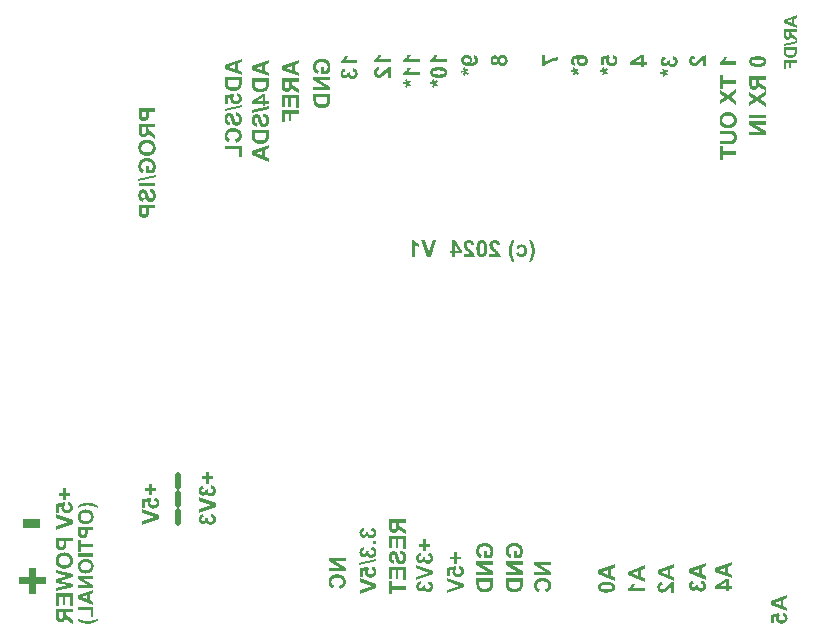
<source format=gbo>
G04*
G04 #@! TF.GenerationSoftware,Altium Limited,Altium Designer,22.5.1 (42)*
G04*
G04 Layer_Color=32896*
%FSLAX44Y44*%
%MOMM*%
G71*
G04*
G04 #@! TF.SameCoordinates,34FB0FCD-49E4-40E2-9EDC-7902339FC661*
G04*
G04*
G04 #@! TF.FilePolarity,Positive*
G04*
G01*
G75*
%ADD69C,0.5000*%
G36*
X413389Y338290D02*
X413715Y338270D01*
X414346Y338168D01*
X414875Y338006D01*
X415119Y337924D01*
X415343Y337823D01*
X415546Y337741D01*
X415709Y337640D01*
X415872Y337558D01*
X415994Y337497D01*
X416095Y337416D01*
X416156Y337375D01*
X416197Y337355D01*
X416217Y337334D01*
X416441Y337131D01*
X416645Y336927D01*
X416828Y336683D01*
X416991Y336419D01*
X417235Y335890D01*
X417438Y335381D01*
X417499Y335117D01*
X417560Y334893D01*
X417621Y334689D01*
X417642Y334506D01*
X417682Y334343D01*
Y334242D01*
X417703Y334160D01*
Y334140D01*
X415017Y333876D01*
X414976Y334282D01*
X414895Y334628D01*
X414814Y334934D01*
X414712Y335157D01*
X414631Y335340D01*
X414549Y335462D01*
X414488Y335544D01*
X414468Y335564D01*
X414264Y335727D01*
X414040Y335849D01*
X413817Y335951D01*
X413593Y336012D01*
X413410Y336053D01*
X413247Y336073D01*
X413105D01*
X412799Y336053D01*
X412535Y335992D01*
X412311Y335910D01*
X412108Y335829D01*
X411965Y335747D01*
X411843Y335666D01*
X411782Y335605D01*
X411762Y335585D01*
X411599Y335381D01*
X411477Y335157D01*
X411395Y334934D01*
X411334Y334710D01*
X411294Y334506D01*
X411273Y334323D01*
Y334221D01*
Y334201D01*
Y334181D01*
X411294Y333876D01*
X411355Y333591D01*
X411457Y333306D01*
X411558Y333062D01*
X411660Y332838D01*
X411762Y332675D01*
X411823Y332574D01*
X411843Y332533D01*
X411925Y332411D01*
X412047Y332268D01*
X412209Y332085D01*
X412372Y331922D01*
X412738Y331536D01*
X413105Y331149D01*
X413471Y330783D01*
X413633Y330620D01*
X413796Y330498D01*
X413918Y330376D01*
X414000Y330295D01*
X414061Y330234D01*
X414081Y330213D01*
X414488Y329827D01*
X414854Y329461D01*
X415200Y329115D01*
X415505Y328810D01*
X415790Y328504D01*
X416034Y328219D01*
X416258Y327975D01*
X416441Y327731D01*
X416604Y327528D01*
X416746Y327345D01*
X416869Y327202D01*
X416950Y327060D01*
X417031Y326978D01*
X417072Y326897D01*
X417113Y326856D01*
Y326836D01*
X417377Y326368D01*
X417580Y325880D01*
X417743Y325432D01*
X417865Y325025D01*
X417947Y324659D01*
X417967Y324517D01*
X417988Y324395D01*
X418008Y324293D01*
X418028Y324212D01*
Y324171D01*
Y324151D01*
X408568D01*
Y326653D01*
X413939D01*
X413776Y326917D01*
X413593Y327141D01*
X413512Y327243D01*
X413450Y327324D01*
X413410Y327365D01*
X413389Y327385D01*
X413308Y327467D01*
X413227Y327569D01*
X412982Y327792D01*
X412718Y328057D01*
X412453Y328321D01*
X412189Y328565D01*
X411965Y328769D01*
X411884Y328850D01*
X411823Y328911D01*
X411782Y328932D01*
X411762Y328952D01*
X411314Y329379D01*
X410948Y329725D01*
X410643Y330051D01*
X410399Y330295D01*
X410215Y330498D01*
X410093Y330641D01*
X410012Y330742D01*
X409992Y330763D01*
X409727Y331109D01*
X409503Y331434D01*
X409320Y331739D01*
X409178Y332004D01*
X409056Y332228D01*
X408974Y332411D01*
X408934Y332512D01*
X408913Y332553D01*
X408791Y332879D01*
X408710Y333204D01*
X408649Y333509D01*
X408608Y333794D01*
X408588Y334018D01*
X408568Y334201D01*
Y334323D01*
Y334364D01*
X408588Y334669D01*
X408629Y334974D01*
X408669Y335259D01*
X408751Y335523D01*
X408954Y335992D01*
X409158Y336398D01*
X409280Y336581D01*
X409381Y336724D01*
X409483Y336866D01*
X409585Y336968D01*
X409666Y337049D01*
X409707Y337131D01*
X409748Y337151D01*
X409768Y337172D01*
X409992Y337375D01*
X410256Y337558D01*
X410500Y337701D01*
X410785Y337823D01*
X411314Y338026D01*
X411843Y338168D01*
X412087Y338209D01*
X412311Y338250D01*
X412514Y338270D01*
X412698Y338290D01*
X412840Y338311D01*
X413044D01*
X413389Y338290D01*
D02*
G37*
G36*
X391498D02*
X391823Y338270D01*
X392454Y338168D01*
X392983Y338006D01*
X393227Y337924D01*
X393451Y337823D01*
X393654Y337741D01*
X393817Y337640D01*
X393980Y337558D01*
X394102Y337497D01*
X394204Y337416D01*
X394265Y337375D01*
X394305Y337355D01*
X394326Y337334D01*
X394550Y337131D01*
X394753Y336927D01*
X394936Y336683D01*
X395099Y336419D01*
X395343Y335890D01*
X395546Y335381D01*
X395607Y335117D01*
X395669Y334893D01*
X395730Y334689D01*
X395750Y334506D01*
X395791Y334343D01*
Y334242D01*
X395811Y334160D01*
Y334140D01*
X393125Y333876D01*
X393085Y334282D01*
X393003Y334628D01*
X392922Y334934D01*
X392820Y335157D01*
X392739Y335340D01*
X392657Y335462D01*
X392596Y335544D01*
X392576Y335564D01*
X392373Y335727D01*
X392149Y335849D01*
X391925Y335951D01*
X391701Y336012D01*
X391518Y336053D01*
X391355Y336073D01*
X391213D01*
X390908Y336053D01*
X390643Y335992D01*
X390419Y335910D01*
X390216Y335829D01*
X390074Y335747D01*
X389952Y335666D01*
X389891Y335605D01*
X389870Y335585D01*
X389707Y335381D01*
X389585Y335157D01*
X389504Y334934D01*
X389443Y334710D01*
X389402Y334506D01*
X389382Y334323D01*
Y334221D01*
Y334201D01*
Y334181D01*
X389402Y333876D01*
X389463Y333591D01*
X389565Y333306D01*
X389667Y333062D01*
X389768Y332838D01*
X389870Y332675D01*
X389931Y332574D01*
X389952Y332533D01*
X390033Y332411D01*
X390155Y332268D01*
X390318Y332085D01*
X390480Y331922D01*
X390847Y331536D01*
X391213Y331149D01*
X391579Y330783D01*
X391742Y330620D01*
X391905Y330498D01*
X392027Y330376D01*
X392108Y330295D01*
X392169Y330234D01*
X392189Y330213D01*
X392596Y329827D01*
X392963Y329461D01*
X393308Y329115D01*
X393614Y328810D01*
X393899Y328504D01*
X394143Y328219D01*
X394366Y327975D01*
X394550Y327731D01*
X394712Y327528D01*
X394855Y327345D01*
X394977Y327202D01*
X395058Y327060D01*
X395140Y326978D01*
X395180Y326897D01*
X395221Y326856D01*
Y326836D01*
X395485Y326368D01*
X395689Y325880D01*
X395852Y325432D01*
X395974Y325025D01*
X396055Y324659D01*
X396076Y324517D01*
X396096Y324395D01*
X396116Y324293D01*
X396137Y324212D01*
Y324171D01*
Y324151D01*
X386676D01*
Y326653D01*
X392047D01*
X391884Y326917D01*
X391701Y327141D01*
X391620Y327243D01*
X391559Y327324D01*
X391518Y327365D01*
X391498Y327385D01*
X391416Y327467D01*
X391335Y327569D01*
X391091Y327792D01*
X390826Y328057D01*
X390562Y328321D01*
X390297Y328565D01*
X390074Y328769D01*
X389992Y328850D01*
X389931Y328911D01*
X389891Y328932D01*
X389870Y328952D01*
X389422Y329379D01*
X389056Y329725D01*
X388751Y330051D01*
X388507Y330295D01*
X388324Y330498D01*
X388202Y330641D01*
X388120Y330742D01*
X388100Y330763D01*
X387836Y331109D01*
X387612Y331434D01*
X387429Y331739D01*
X387286Y332004D01*
X387164Y332228D01*
X387083Y332411D01*
X387042Y332512D01*
X387022Y332553D01*
X386900Y332879D01*
X386818Y333204D01*
X386757Y333509D01*
X386717Y333794D01*
X386696Y334018D01*
X386676Y334201D01*
Y334323D01*
Y334364D01*
X386696Y334669D01*
X386737Y334974D01*
X386778Y335259D01*
X386859Y335523D01*
X387062Y335992D01*
X387266Y336398D01*
X387388Y336581D01*
X387490Y336724D01*
X387591Y336866D01*
X387693Y336968D01*
X387775Y337049D01*
X387815Y337131D01*
X387856Y337151D01*
X387876Y337172D01*
X388100Y337375D01*
X388365Y337558D01*
X388609Y337701D01*
X388894Y337823D01*
X389422Y338026D01*
X389952Y338168D01*
X390196Y338209D01*
X390419Y338250D01*
X390623Y338270D01*
X390806Y338290D01*
X390948Y338311D01*
X391152D01*
X391498Y338290D01*
D02*
G37*
G36*
X345334Y337843D02*
X345598Y337416D01*
X345883Y337009D01*
X346168Y336683D01*
X346412Y336419D01*
X346636Y336215D01*
X346717Y336134D01*
X346779Y336073D01*
X346819Y336053D01*
X346840Y336032D01*
X347287Y335707D01*
X347714Y335422D01*
X348101Y335198D01*
X348447Y335035D01*
X348732Y334913D01*
X348935Y334811D01*
X349016Y334791D01*
X349078Y334771D01*
X349098Y334750D01*
X349118D01*
Y332309D01*
X348386Y332594D01*
X347735Y332899D01*
X347430Y333062D01*
X347145Y333245D01*
X346880Y333408D01*
X346636Y333570D01*
X346412Y333733D01*
X346209Y333876D01*
X346046Y333998D01*
X345904Y334120D01*
X345782Y334221D01*
X345700Y334282D01*
X345660Y334323D01*
X345639Y334343D01*
Y324150D01*
X342933D01*
Y338311D01*
X345131D01*
X345334Y337843D01*
D02*
G37*
G36*
X358742Y324150D02*
X355670D01*
X350664Y338229D01*
X353696D01*
X357134Y327813D01*
X360715Y338229D01*
X363787D01*
X358742Y324150D01*
D02*
G37*
G36*
X436156Y334567D02*
X436543Y334527D01*
X436929Y334466D01*
X437254Y334364D01*
X437580Y334262D01*
X437885Y334140D01*
X438150Y334018D01*
X438394Y333876D01*
X438618Y333754D01*
X438801Y333611D01*
X438964Y333489D01*
X439106Y333387D01*
X439208Y333285D01*
X439289Y333224D01*
X439330Y333184D01*
X439350Y333163D01*
X439574Y332879D01*
X439777Y332594D01*
X439961Y332289D01*
X440123Y331963D01*
X440245Y331638D01*
X440347Y331312D01*
X440510Y330681D01*
X440571Y330376D01*
X440611Y330112D01*
X440632Y329868D01*
X440652Y329644D01*
X440673Y329481D01*
Y329338D01*
Y329257D01*
Y329237D01*
X440652Y328789D01*
X440611Y328342D01*
X440550Y327955D01*
X440469Y327569D01*
X440367Y327223D01*
X440245Y326897D01*
X440144Y326612D01*
X440001Y326348D01*
X439879Y326104D01*
X439777Y325900D01*
X439655Y325737D01*
X439554Y325595D01*
X439472Y325473D01*
X439411Y325392D01*
X439370Y325351D01*
X439350Y325331D01*
X439086Y325086D01*
X438821Y324863D01*
X438536Y324679D01*
X438231Y324517D01*
X437946Y324374D01*
X437641Y324272D01*
X437356Y324171D01*
X437071Y324110D01*
X436807Y324049D01*
X436563Y324008D01*
X436339Y323967D01*
X436156Y323947D01*
X436013Y323927D01*
X435790D01*
X435424Y323947D01*
X435098Y323967D01*
X434772Y324008D01*
X434467Y324069D01*
X434182Y324130D01*
X433938Y324212D01*
X433694Y324293D01*
X433491Y324395D01*
X433287Y324476D01*
X433124Y324557D01*
X432982Y324639D01*
X432860Y324700D01*
X432779Y324761D01*
X432718Y324801D01*
X432677Y324842D01*
X432657D01*
X432453Y325025D01*
X432250Y325229D01*
X431904Y325676D01*
X431619Y326124D01*
X431415Y326572D01*
X431253Y326978D01*
X431192Y327162D01*
X431131Y327304D01*
X431090Y327426D01*
X431069Y327528D01*
X431049Y327589D01*
Y327609D01*
X433694Y328057D01*
X433775Y327691D01*
X433898Y327365D01*
X433999Y327100D01*
X434121Y326897D01*
X434243Y326734D01*
X434325Y326633D01*
X434386Y326572D01*
X434406Y326551D01*
X434610Y326409D01*
X434813Y326307D01*
X435017Y326226D01*
X435220Y326185D01*
X435403Y326144D01*
X435546Y326124D01*
X435668D01*
X436034Y326165D01*
X436359Y326246D01*
X436624Y326348D01*
X436868Y326490D01*
X437051Y326633D01*
X437173Y326734D01*
X437275Y326816D01*
X437295Y326856D01*
X437397Y327019D01*
X437499Y327182D01*
X437641Y327569D01*
X437763Y327996D01*
X437824Y328423D01*
X437865Y328830D01*
X437885Y328993D01*
Y329135D01*
X437906Y329257D01*
Y329359D01*
Y329420D01*
Y329440D01*
Y329725D01*
X437885Y330010D01*
X437845Y330254D01*
X437804Y330498D01*
X437763Y330702D01*
X437723Y330885D01*
X437600Y331210D01*
X437499Y331455D01*
X437397Y331617D01*
X437336Y331719D01*
X437316Y331760D01*
X437071Y332004D01*
X436807Y332166D01*
X436543Y332289D01*
X436298Y332390D01*
X436054Y332431D01*
X435871Y332451D01*
X435749Y332472D01*
X435708D01*
X435444Y332451D01*
X435200Y332411D01*
X434996Y332350D01*
X434813Y332268D01*
X434671Y332187D01*
X434569Y332126D01*
X434508Y332085D01*
X434488Y332065D01*
X434325Y331902D01*
X434182Y331719D01*
X434081Y331516D01*
X433979Y331332D01*
X433918Y331149D01*
X433877Y331007D01*
X433857Y330925D01*
Y330885D01*
X431192Y331373D01*
X431395Y331943D01*
X431639Y332431D01*
X431904Y332838D01*
X432168Y333184D01*
X432412Y333448D01*
X432595Y333631D01*
X432677Y333692D01*
X432738Y333733D01*
X432758Y333774D01*
X432779D01*
X433226Y334038D01*
X433714Y334242D01*
X434203Y334384D01*
X434671Y334486D01*
X434894Y334527D01*
X435098Y334547D01*
X435281Y334567D01*
X435444D01*
X435566Y334588D01*
X435749D01*
X436156Y334567D01*
D02*
G37*
G36*
X385313Y329318D02*
Y326978D01*
X379535D01*
Y324151D01*
X376930D01*
Y326978D01*
X375181D01*
Y329338D01*
X376930D01*
Y338290D01*
X379209D01*
X385313Y329318D01*
D02*
G37*
G36*
X402545Y338290D02*
X402891Y338250D01*
X403237Y338168D01*
X403542Y338087D01*
X403827Y337965D01*
X404091Y337843D01*
X404315Y337721D01*
X404539Y337578D01*
X404722Y337436D01*
X404905Y337314D01*
X405048Y337192D01*
X405149Y337070D01*
X405251Y336988D01*
X405312Y336907D01*
X405353Y336866D01*
X405373Y336846D01*
X405617Y336500D01*
X405821Y336093D01*
X406004Y335666D01*
X406167Y335218D01*
X406289Y334750D01*
X406411Y334262D01*
X406492Y333794D01*
X406574Y333326D01*
X406614Y332879D01*
X406655Y332472D01*
X406696Y332085D01*
X406716Y331760D01*
X406736Y331495D01*
Y331292D01*
Y331210D01*
Y331149D01*
Y331129D01*
Y331109D01*
X406716Y330376D01*
X406675Y329705D01*
X406614Y329074D01*
X406533Y328504D01*
X406452Y327996D01*
X406350Y327528D01*
X406228Y327121D01*
X406106Y326755D01*
X406004Y326450D01*
X405882Y326165D01*
X405780Y325941D01*
X405678Y325758D01*
X405617Y325636D01*
X405556Y325534D01*
X405516Y325473D01*
X405495Y325453D01*
X405251Y325168D01*
X404987Y324944D01*
X404722Y324720D01*
X404437Y324557D01*
X404173Y324395D01*
X403888Y324272D01*
X403624Y324171D01*
X403359Y324089D01*
X403115Y324008D01*
X402891Y323967D01*
X402688Y323927D01*
X402525Y323906D01*
X402383D01*
X402261Y323886D01*
X402179D01*
X401813Y323906D01*
X401467Y323947D01*
X401121Y324028D01*
X400816Y324110D01*
X400531Y324212D01*
X400267Y324334D01*
X400043Y324476D01*
X399819Y324618D01*
X399636Y324740D01*
X399453Y324883D01*
X399310Y325005D01*
X399188Y325107D01*
X399107Y325188D01*
X399046Y325270D01*
X399005Y325310D01*
X398985Y325331D01*
X398741Y325676D01*
X398537Y326083D01*
X398334Y326511D01*
X398191Y326978D01*
X398049Y327446D01*
X397947Y327914D01*
X397845Y328403D01*
X397764Y328871D01*
X397723Y329318D01*
X397683Y329725D01*
X397642Y330112D01*
X397622Y330437D01*
X397601Y330702D01*
Y330905D01*
Y330987D01*
Y331048D01*
Y331068D01*
Y331088D01*
X397622Y331821D01*
X397662Y332492D01*
X397723Y333102D01*
X397825Y333672D01*
X397927Y334201D01*
X398029Y334669D01*
X398171Y335096D01*
X398293Y335462D01*
X398415Y335808D01*
X398537Y336073D01*
X398659Y336317D01*
X398761Y336521D01*
X398863Y336663D01*
X398924Y336765D01*
X398965Y336826D01*
X398985Y336846D01*
X399209Y337110D01*
X399453Y337334D01*
X399717Y337517D01*
X399982Y337701D01*
X400246Y337843D01*
X400511Y337945D01*
X400755Y338046D01*
X401019Y338128D01*
X401264Y338189D01*
X401467Y338229D01*
X401670Y338270D01*
X401833Y338290D01*
X401976Y338311D01*
X402179D01*
X402545Y338290D01*
D02*
G37*
G36*
X444416Y337782D02*
X444843Y337070D01*
X445189Y336398D01*
X445352Y336093D01*
X445494Y335788D01*
X445616Y335523D01*
X445739Y335259D01*
X445840Y335035D01*
X445922Y334852D01*
X445983Y334689D01*
X446023Y334588D01*
X446064Y334506D01*
Y334486D01*
X446227Y334018D01*
X446369Y333550D01*
X446613Y332635D01*
X446776Y331739D01*
X446837Y331332D01*
X446878Y330946D01*
X446919Y330580D01*
X446959Y330254D01*
X446980Y329949D01*
Y329705D01*
X447000Y329501D01*
Y329359D01*
Y329277D01*
Y329237D01*
X446959Y328403D01*
X446878Y327569D01*
X446756Y326795D01*
X446695Y326429D01*
X446613Y326083D01*
X446552Y325778D01*
X446491Y325493D01*
X446430Y325249D01*
X446369Y325025D01*
X446308Y324863D01*
X446288Y324720D01*
X446247Y324639D01*
Y324618D01*
X445922Y323744D01*
X445576Y322889D01*
X445372Y322503D01*
X445189Y322116D01*
X445006Y321750D01*
X444823Y321424D01*
X444660Y321119D01*
X444497Y320834D01*
X444355Y320590D01*
X444233Y320387D01*
X444131Y320224D01*
X444050Y320102D01*
X444009Y320020D01*
X443989Y320000D01*
X442137D01*
X442300Y320346D01*
X442443Y320651D01*
X442565Y320956D01*
X442687Y321221D01*
X442789Y321485D01*
X442890Y321709D01*
X442972Y321912D01*
X443053Y322116D01*
X443134Y322279D01*
X443175Y322421D01*
X443236Y322543D01*
X443277Y322645D01*
X443297Y322726D01*
X443317Y322787D01*
X443338Y322808D01*
Y322828D01*
X443521Y323377D01*
X443684Y323927D01*
X443806Y324456D01*
X443928Y324944D01*
X443969Y325147D01*
X444009Y325351D01*
X444050Y325514D01*
X444070Y325656D01*
X444111Y325778D01*
Y325859D01*
X444131Y325920D01*
Y325941D01*
X444233Y326551D01*
X444294Y327141D01*
X444355Y327691D01*
X444375Y328179D01*
X444396Y328403D01*
Y328586D01*
X444416Y328769D01*
Y328911D01*
Y329013D01*
Y329115D01*
Y329155D01*
Y329176D01*
X444396Y330030D01*
X444335Y330824D01*
X444294Y331210D01*
X444253Y331556D01*
X444213Y331902D01*
X444172Y332207D01*
X444131Y332492D01*
X444091Y332736D01*
X444050Y332960D01*
X444009Y333163D01*
X443969Y333306D01*
X443948Y333428D01*
X443928Y333489D01*
Y333509D01*
X443826Y333896D01*
X443704Y334303D01*
X443440Y335137D01*
X443134Y335971D01*
X442992Y336378D01*
X442829Y336765D01*
X442687Y337110D01*
X442565Y337436D01*
X442443Y337741D01*
X442321Y337985D01*
X442239Y338189D01*
X442178Y338352D01*
X442137Y338433D01*
X442117Y338474D01*
X443969D01*
X444416Y337782D01*
D02*
G37*
G36*
X429645Y337945D02*
X429442Y337416D01*
X429239Y336927D01*
X429055Y336459D01*
X428893Y336032D01*
X428750Y335625D01*
X428628Y335239D01*
X428506Y334893D01*
X428404Y334588D01*
X428323Y334303D01*
X428242Y334079D01*
X428201Y333876D01*
X428160Y333713D01*
X428120Y333611D01*
X428099Y333530D01*
Y333509D01*
X427936Y332736D01*
X427814Y331983D01*
X427713Y331251D01*
X427672Y330905D01*
X427651Y330580D01*
X427631Y330274D01*
X427611Y330010D01*
Y329766D01*
X427590Y329562D01*
Y329400D01*
Y329277D01*
Y329196D01*
Y329176D01*
Y328769D01*
X427611Y328362D01*
X427631Y327996D01*
X427651Y327650D01*
X427692Y327385D01*
X427713Y327162D01*
Y327080D01*
X427733Y327019D01*
Y326999D01*
Y326978D01*
X427855Y326185D01*
X427936Y325798D01*
X427997Y325453D01*
X428058Y325147D01*
X428120Y324924D01*
X428140Y324842D01*
Y324781D01*
X428160Y324740D01*
Y324720D01*
X428262Y324293D01*
X428364Y323906D01*
X428465Y323540D01*
X428547Y323235D01*
X428628Y322991D01*
X428689Y322808D01*
X428730Y322686D01*
X428750Y322665D01*
Y322645D01*
X428893Y322279D01*
X429055Y321851D01*
X429239Y321404D01*
X429422Y320977D01*
X429605Y320590D01*
X429666Y320427D01*
X429747Y320285D01*
X429788Y320163D01*
X429828Y320081D01*
X429869Y320020D01*
Y320000D01*
X427997D01*
X427692Y320468D01*
X427428Y320936D01*
X427184Y321404D01*
X426939Y321851D01*
X426736Y322299D01*
X426533Y322706D01*
X426370Y323113D01*
X426207Y323479D01*
X426065Y323825D01*
X425963Y324130D01*
X425861Y324395D01*
X425780Y324639D01*
X425719Y324822D01*
X425678Y324944D01*
X425637Y325046D01*
Y325066D01*
X425434Y325920D01*
X425271Y326714D01*
X425210Y327080D01*
X425169Y327446D01*
X425108Y327772D01*
X425088Y328077D01*
X425068Y328362D01*
X425047Y328626D01*
X425027Y328850D01*
X425007Y329033D01*
Y329176D01*
Y329298D01*
Y329359D01*
Y329379D01*
X425047Y330274D01*
X425129Y331109D01*
X425190Y331516D01*
X425271Y331922D01*
X425332Y332289D01*
X425414Y332614D01*
X425495Y332940D01*
X425556Y333224D01*
X425637Y333469D01*
X425698Y333672D01*
X425739Y333855D01*
X425780Y333977D01*
X425820Y334059D01*
Y334079D01*
X426146Y334934D01*
X426512Y335747D01*
X426695Y336134D01*
X426878Y336480D01*
X427062Y336826D01*
X427245Y337151D01*
X427407Y337436D01*
X427550Y337701D01*
X427692Y337924D01*
X427814Y338107D01*
X427916Y338270D01*
X427997Y338372D01*
X428038Y338453D01*
X428058Y338474D01*
X429889D01*
X429645Y337945D01*
D02*
G37*
G36*
X125736Y447152D02*
X120425D01*
Y444629D01*
X120405Y444324D01*
Y444039D01*
X120385Y443774D01*
X120364Y443530D01*
X120344Y443306D01*
X120324Y443123D01*
Y442940D01*
X120303Y442798D01*
X120283Y442655D01*
X120263Y442553D01*
Y442472D01*
X120242Y442411D01*
Y442370D01*
X120161Y442086D01*
X120059Y441821D01*
X119957Y441577D01*
X119835Y441353D01*
X119734Y441170D01*
X119652Y441028D01*
X119591Y440946D01*
X119571Y440906D01*
X119367Y440641D01*
X119144Y440417D01*
X118899Y440193D01*
X118696Y440031D01*
X118492Y439888D01*
X118330Y439787D01*
X118228Y439725D01*
X118187Y439705D01*
X117842Y439542D01*
X117475Y439420D01*
X117089Y439339D01*
X116743Y439278D01*
X116458Y439237D01*
X116316D01*
X116214Y439217D01*
X116112D01*
X116051D01*
X116010D01*
X115990D01*
X115400Y439258D01*
X114851Y439339D01*
X114403Y439481D01*
X113996Y439624D01*
X113833Y439705D01*
X113691Y439787D01*
X113569Y439848D01*
X113447Y439929D01*
X113365Y439970D01*
X113304Y440010D01*
X113284Y440051D01*
X113264D01*
X112898Y440377D01*
X112592Y440702D01*
X112348Y441048D01*
X112165Y441353D01*
X112043Y441638D01*
X111941Y441862D01*
X111921Y441943D01*
X111901Y442004D01*
X111880Y442045D01*
Y442065D01*
X111840Y442228D01*
X111799Y442431D01*
X111778Y442676D01*
X111758Y442920D01*
X111718Y443489D01*
X111677Y444059D01*
Y444588D01*
X111657Y444812D01*
Y450000D01*
X125736D01*
Y447152D01*
D02*
G37*
G36*
Y434029D02*
X119856D01*
Y433113D01*
X119876Y432828D01*
X119896Y432584D01*
X119937Y432381D01*
X119957Y432218D01*
X119998Y432116D01*
X120018Y432055D01*
Y432035D01*
X120100Y431872D01*
X120181Y431709D01*
X120283Y431567D01*
X120364Y431425D01*
X120466Y431323D01*
X120547Y431241D01*
X120588Y431201D01*
X120608Y431180D01*
X120710Y431099D01*
X120812Y430997D01*
X121117Y430774D01*
X121443Y430529D01*
X121809Y430265D01*
X122134Y430041D01*
X122297Y429939D01*
X122419Y429858D01*
X122521Y429777D01*
X122602Y429716D01*
X122663Y429695D01*
X122684Y429675D01*
X125736Y427640D01*
Y424222D01*
X122989Y425952D01*
X122704Y426135D01*
X122419Y426318D01*
X122175Y426481D01*
X121951Y426643D01*
X121748Y426786D01*
X121544Y426908D01*
X121239Y427152D01*
X120995Y427335D01*
X120832Y427457D01*
X120730Y427559D01*
X120710Y427579D01*
X120466Y427803D01*
X120242Y428068D01*
X120059Y428312D01*
X119876Y428556D01*
X119734Y428759D01*
X119632Y428922D01*
X119551Y429044D01*
X119530Y429064D01*
Y429085D01*
X119469Y428739D01*
X119388Y428434D01*
X119306Y428149D01*
X119205Y427864D01*
X119103Y427620D01*
X119001Y427396D01*
X118899Y427172D01*
X118777Y426989D01*
X118676Y426827D01*
X118574Y426684D01*
X118472Y426562D01*
X118391Y426481D01*
X118330Y426399D01*
X118269Y426338D01*
X118248Y426318D01*
X118228Y426298D01*
X118025Y426135D01*
X117821Y425992D01*
X117374Y425748D01*
X116946Y425586D01*
X116519Y425484D01*
X116153Y425402D01*
X116010Y425382D01*
X115868D01*
X115766Y425362D01*
X115665D01*
X115624D01*
X115604D01*
X115156Y425382D01*
X114729Y425463D01*
X114362Y425565D01*
X114037Y425667D01*
X113772Y425789D01*
X113569Y425891D01*
X113508Y425931D01*
X113447Y425972D01*
X113427Y425992D01*
X113406D01*
X113060Y426236D01*
X112775Y426501D01*
X112552Y426766D01*
X112348Y427030D01*
X112226Y427274D01*
X112124Y427457D01*
X112063Y427579D01*
X112043Y427600D01*
Y427620D01*
X111982Y427823D01*
X111921Y428047D01*
X111819Y428556D01*
X111758Y429105D01*
X111697Y429634D01*
Y429899D01*
X111677Y430122D01*
Y430346D01*
X111657Y430529D01*
Y436877D01*
X125736D01*
Y434029D01*
D02*
G37*
G36*
X119408Y423246D02*
X119998Y423185D01*
X120547Y423103D01*
X121056Y422981D01*
X121524Y422839D01*
X121951Y422676D01*
X122358Y422513D01*
X122704Y422330D01*
X123029Y422168D01*
X123294Y422005D01*
X123538Y421842D01*
X123742Y421699D01*
X123884Y421577D01*
X124006Y421496D01*
X124067Y421435D01*
X124087Y421415D01*
X124433Y421049D01*
X124718Y420662D01*
X124983Y420275D01*
X125186Y419848D01*
X125369Y419441D01*
X125532Y419014D01*
X125654Y418627D01*
X125756Y418220D01*
X125837Y417854D01*
X125898Y417508D01*
X125939Y417203D01*
X125959Y416939D01*
X125980Y416735D01*
X126000Y416572D01*
Y416430D01*
X125980Y415860D01*
X125919Y415331D01*
X125817Y414823D01*
X125695Y414355D01*
X125552Y413907D01*
X125390Y413500D01*
X125227Y413134D01*
X125044Y412788D01*
X124861Y412503D01*
X124698Y412239D01*
X124535Y412015D01*
X124393Y411832D01*
X124271Y411669D01*
X124169Y411567D01*
X124108Y411507D01*
X124087Y411486D01*
X123701Y411161D01*
X123294Y410876D01*
X122867Y410611D01*
X122439Y410408D01*
X121992Y410225D01*
X121544Y410062D01*
X121097Y409940D01*
X120669Y409838D01*
X120283Y409777D01*
X119896Y409716D01*
X119571Y409675D01*
X119286Y409635D01*
X119042D01*
X118859Y409614D01*
X118757D01*
X118716D01*
X118086Y409635D01*
X117496Y409696D01*
X116946Y409777D01*
X116417Y409899D01*
X115949Y410042D01*
X115502Y410204D01*
X115095Y410367D01*
X114749Y410550D01*
X114423Y410733D01*
X114139Y410896D01*
X113895Y411059D01*
X113691Y411201D01*
X113549Y411303D01*
X113427Y411405D01*
X113365Y411466D01*
X113345Y411486D01*
X112999Y411852D01*
X112694Y412239D01*
X112430Y412646D01*
X112206Y413053D01*
X112023Y413480D01*
X111860Y413887D01*
X111738Y414294D01*
X111636Y414680D01*
X111555Y415047D01*
X111494Y415392D01*
X111453Y415698D01*
X111412Y415962D01*
Y416166D01*
X111392Y416328D01*
Y416471D01*
X111412Y417081D01*
X111473Y417671D01*
X111575Y418180D01*
X111677Y418627D01*
X111738Y418811D01*
X111778Y418994D01*
X111819Y419136D01*
X111880Y419258D01*
X111901Y419360D01*
X111941Y419441D01*
X111962Y419482D01*
Y419502D01*
X112124Y419868D01*
X112328Y420214D01*
X112552Y420519D01*
X112755Y420784D01*
X112938Y421008D01*
X113101Y421191D01*
X113203Y421293D01*
X113223Y421313D01*
X113243Y421333D01*
X113569Y421618D01*
X113915Y421883D01*
X114220Y422106D01*
X114525Y422290D01*
X114790Y422432D01*
X114993Y422554D01*
X115075Y422574D01*
X115135Y422615D01*
X115156Y422635D01*
X115176D01*
X115746Y422839D01*
X116356Y423002D01*
X116967Y423103D01*
X117536Y423185D01*
X117801Y423205D01*
X118045Y423225D01*
X118248Y423246D01*
X118432D01*
X118594Y423266D01*
X118696D01*
X118777D01*
X118798D01*
X119408Y423246D01*
D02*
G37*
G36*
Y407844D02*
X120100Y407763D01*
X120730Y407621D01*
X121036Y407560D01*
X121300Y407478D01*
X121544Y407397D01*
X121768Y407336D01*
X121951Y407254D01*
X122114Y407193D01*
X122236Y407153D01*
X122338Y407112D01*
X122399Y407071D01*
X122419D01*
X123029Y406725D01*
X123559Y406339D01*
X124026Y405932D01*
X124393Y405525D01*
X124556Y405342D01*
X124698Y405159D01*
X124820Y405016D01*
X124901Y404874D01*
X124983Y404772D01*
X125044Y404670D01*
X125064Y404630D01*
X125084Y404609D01*
X125247Y404284D01*
X125390Y403979D01*
X125613Y403307D01*
X125776Y402656D01*
X125878Y402066D01*
X125919Y401781D01*
X125959Y401537D01*
X125980Y401313D01*
Y401110D01*
X126000Y400967D01*
Y400744D01*
X125980Y400093D01*
X125898Y399482D01*
X125796Y398892D01*
X125674Y398384D01*
X125613Y398160D01*
X125552Y397956D01*
X125491Y397773D01*
X125451Y397611D01*
X125410Y397489D01*
X125369Y397407D01*
X125349Y397346D01*
Y397326D01*
X125105Y396715D01*
X124840Y396207D01*
X124576Y395759D01*
X124352Y395373D01*
X124149Y395088D01*
X124067Y394986D01*
X123986Y394884D01*
X123925Y394823D01*
X123884Y394762D01*
X123843Y394721D01*
X118187D01*
Y400845D01*
X120568D01*
Y397590D01*
X122379D01*
X122562Y397834D01*
X122724Y398099D01*
X122867Y398363D01*
X122989Y398607D01*
X123091Y398811D01*
X123172Y398994D01*
X123213Y399096D01*
X123233Y399116D01*
Y399137D01*
X123355Y399462D01*
X123436Y399787D01*
X123497Y400093D01*
X123538Y400357D01*
X123559Y400601D01*
X123579Y400764D01*
Y400927D01*
X123559Y401252D01*
X123518Y401578D01*
X123457Y401863D01*
X123375Y402148D01*
X123172Y402656D01*
X123070Y402860D01*
X122948Y403063D01*
X122826Y403246D01*
X122724Y403409D01*
X122602Y403531D01*
X122521Y403653D01*
X122439Y403735D01*
X122379Y403796D01*
X122338Y403836D01*
X122317Y403857D01*
X122073Y404040D01*
X121789Y404223D01*
X121504Y404365D01*
X121199Y404487D01*
X120568Y404691D01*
X119957Y404813D01*
X119673Y404854D01*
X119388Y404894D01*
X119164Y404915D01*
X118940Y404935D01*
X118777Y404955D01*
X118635D01*
X118554D01*
X118533D01*
X118106Y404935D01*
X117719Y404915D01*
X117333Y404854D01*
X116987Y404793D01*
X116682Y404711D01*
X116397Y404609D01*
X116132Y404508D01*
X115888Y404406D01*
X115685Y404324D01*
X115502Y404223D01*
X115359Y404121D01*
X115237Y404040D01*
X115135Y403979D01*
X115075Y403918D01*
X115034Y403897D01*
X115014Y403877D01*
X114810Y403653D01*
X114607Y403429D01*
X114464Y403185D01*
X114322Y402941D01*
X114200Y402697D01*
X114098Y402453D01*
X113955Y401985D01*
X113915Y401761D01*
X113874Y401558D01*
X113854Y401375D01*
X113833Y401212D01*
X113813Y401090D01*
Y400906D01*
X113833Y400459D01*
X113915Y400072D01*
X113996Y399726D01*
X114118Y399421D01*
X114220Y399198D01*
X114322Y399014D01*
X114403Y398913D01*
X114423Y398872D01*
X114668Y398587D01*
X114932Y398343D01*
X115197Y398139D01*
X115461Y397997D01*
X115705Y397875D01*
X115888Y397794D01*
X116010Y397753D01*
X116031Y397733D01*
X116051D01*
X115522Y394905D01*
X115176Y394986D01*
X114830Y395108D01*
X114525Y395230D01*
X114240Y395393D01*
X113955Y395535D01*
X113711Y395698D01*
X113488Y395861D01*
X113284Y396024D01*
X113101Y396186D01*
X112938Y396329D01*
X112796Y396451D01*
X112694Y396573D01*
X112613Y396675D01*
X112531Y396756D01*
X112511Y396797D01*
X112491Y396817D01*
X112287Y397102D01*
X112124Y397407D01*
X111982Y397733D01*
X111860Y398078D01*
X111657Y398750D01*
X111534Y399401D01*
X111473Y399706D01*
X111453Y399991D01*
X111433Y400256D01*
X111412Y400479D01*
X111392Y400662D01*
Y400906D01*
X111412Y401639D01*
X111494Y402290D01*
X111555Y402575D01*
X111616Y402860D01*
X111677Y403124D01*
X111738Y403348D01*
X111819Y403551D01*
X111880Y403755D01*
X111941Y403897D01*
X111982Y404040D01*
X112043Y404141D01*
X112063Y404223D01*
X112104Y404263D01*
Y404284D01*
X112470Y404915D01*
X112694Y405179D01*
X112898Y405443D01*
X113121Y405688D01*
X113345Y405911D01*
X113569Y406115D01*
X113772Y406298D01*
X113976Y406441D01*
X114159Y406583D01*
X114322Y406705D01*
X114464Y406807D01*
X114586Y406868D01*
X114668Y406929D01*
X114729Y406949D01*
X114749Y406969D01*
X115075Y407132D01*
X115400Y407275D01*
X116071Y407498D01*
X116743Y407661D01*
X117333Y407763D01*
X117618Y407804D01*
X117862Y407844D01*
X118086Y407865D01*
X118289D01*
X118432Y407885D01*
X118554D01*
X118635D01*
X118655D01*
X119408Y407844D01*
D02*
G37*
G36*
X125980Y391548D02*
X111412Y388028D01*
Y390062D01*
X125980Y393541D01*
Y391548D01*
D02*
G37*
G36*
X125736Y383857D02*
X111657D01*
Y386705D01*
X125736D01*
Y383857D01*
D02*
G37*
G36*
X121585Y381823D02*
X121992Y381741D01*
X122379Y381619D01*
X122724Y381517D01*
X123050Y381375D01*
X123355Y381232D01*
X123620Y381090D01*
X123864Y380948D01*
X124067Y380805D01*
X124250Y380663D01*
X124413Y380541D01*
X124556Y380419D01*
X124657Y380337D01*
X124718Y380256D01*
X124759Y380215D01*
X124779Y380195D01*
X125003Y379910D01*
X125186Y379605D01*
X125349Y379279D01*
X125491Y378933D01*
X125593Y378608D01*
X125695Y378262D01*
X125837Y377591D01*
X125898Y377285D01*
X125939Y377001D01*
X125959Y376757D01*
X125980Y376533D01*
X126000Y376350D01*
Y376085D01*
X125980Y375434D01*
X125919Y374844D01*
X125837Y374315D01*
X125796Y374091D01*
X125736Y373867D01*
X125695Y373684D01*
X125654Y373522D01*
X125613Y373379D01*
X125573Y373257D01*
X125532Y373155D01*
X125512Y373094D01*
X125491Y373054D01*
Y373033D01*
X125267Y372586D01*
X125023Y372220D01*
X124779Y371874D01*
X124515Y371609D01*
X124291Y371406D01*
X124087Y371243D01*
X123965Y371161D01*
X123945Y371121D01*
X123925D01*
X123518Y370897D01*
X123131Y370714D01*
X122745Y370592D01*
X122379Y370510D01*
X122094Y370470D01*
X121951Y370449D01*
X121849Y370429D01*
X121768D01*
X121707D01*
X121666D01*
X121646D01*
X121158Y370449D01*
X120730Y370510D01*
X120344Y370612D01*
X120018Y370714D01*
X119754Y370816D01*
X119571Y370917D01*
X119449Y370978D01*
X119408Y370999D01*
X119082Y371223D01*
X118798Y371487D01*
X118554Y371752D01*
X118350Y371996D01*
X118187Y372220D01*
X118065Y372403D01*
X117984Y372525D01*
X117963Y372545D01*
Y372565D01*
X117862Y372769D01*
X117760Y372972D01*
X117577Y373461D01*
X117414Y373969D01*
X117252Y374458D01*
X117190Y374681D01*
X117129Y374905D01*
X117068Y375108D01*
X117028Y375271D01*
X116987Y375414D01*
X116967Y375516D01*
X116946Y375597D01*
Y375617D01*
X116845Y375983D01*
X116763Y376309D01*
X116682Y376614D01*
X116600Y376899D01*
X116519Y377123D01*
X116438Y377346D01*
X116356Y377530D01*
X116295Y377692D01*
X116234Y377835D01*
X116173Y377937D01*
X116132Y378038D01*
X116092Y378099D01*
X116031Y378201D01*
X116010Y378221D01*
X115868Y378364D01*
X115725Y378465D01*
X115583Y378527D01*
X115441Y378567D01*
X115339Y378608D01*
X115237Y378628D01*
X115176D01*
X115156D01*
X114952Y378608D01*
X114790Y378567D01*
X114627Y378486D01*
X114505Y378405D01*
X114403Y378323D01*
X114342Y378242D01*
X114301Y378201D01*
X114281Y378181D01*
X114098Y377896D01*
X113976Y377591D01*
X113874Y377265D01*
X113813Y376960D01*
X113772Y376696D01*
X113752Y376472D01*
Y376268D01*
X113772Y375841D01*
X113833Y375475D01*
X113915Y375170D01*
X113996Y374925D01*
X114078Y374722D01*
X114159Y374580D01*
X114220Y374498D01*
X114240Y374478D01*
X114444Y374274D01*
X114688Y374091D01*
X114932Y373949D01*
X115197Y373847D01*
X115420Y373766D01*
X115604Y373725D01*
X115746Y373684D01*
X115766D01*
X115787D01*
X115685Y370836D01*
X115319Y370856D01*
X114993Y370917D01*
X114668Y370999D01*
X114383Y371101D01*
X114098Y371202D01*
X113833Y371324D01*
X113610Y371446D01*
X113386Y371568D01*
X113203Y371711D01*
X113040Y371833D01*
X112898Y371955D01*
X112775Y372057D01*
X112694Y372138D01*
X112633Y372199D01*
X112592Y372240D01*
X112572Y372260D01*
X112369Y372525D01*
X112185Y372809D01*
X112023Y373115D01*
X111880Y373440D01*
X111778Y373766D01*
X111677Y374091D01*
X111534Y374742D01*
X111494Y375047D01*
X111453Y375312D01*
X111433Y375577D01*
X111412Y375800D01*
X111392Y375983D01*
Y376227D01*
X111412Y376818D01*
X111473Y377346D01*
X111555Y377814D01*
X111636Y378221D01*
X111697Y378405D01*
X111738Y378567D01*
X111778Y378689D01*
X111819Y378811D01*
X111860Y378893D01*
X111880Y378954D01*
X111901Y378994D01*
Y379015D01*
X112104Y379422D01*
X112328Y379768D01*
X112572Y380073D01*
X112796Y380317D01*
X112999Y380520D01*
X113162Y380643D01*
X113284Y380744D01*
X113304Y380765D01*
X113325D01*
X113671Y380968D01*
X114037Y381110D01*
X114383Y381212D01*
X114688Y381273D01*
X114952Y381314D01*
X115156Y381355D01*
X115237D01*
X115298D01*
X115319D01*
X115339D01*
X115644Y381334D01*
X115949Y381293D01*
X116214Y381232D01*
X116478Y381151D01*
X116967Y380948D01*
X117394Y380704D01*
X117577Y380602D01*
X117719Y380480D01*
X117862Y380378D01*
X117984Y380276D01*
X118065Y380195D01*
X118126Y380134D01*
X118167Y380093D01*
X118187Y380073D01*
X118330Y379890D01*
X118472Y379666D01*
X118615Y379442D01*
X118737Y379178D01*
X118981Y378669D01*
X119184Y378140D01*
X119266Y377876D01*
X119347Y377652D01*
X119408Y377428D01*
X119469Y377245D01*
X119510Y377102D01*
X119551Y376980D01*
X119571Y376899D01*
Y376879D01*
X119652Y376553D01*
X119734Y376268D01*
X119795Y376004D01*
X119856Y375760D01*
X119917Y375556D01*
X119957Y375373D01*
X120018Y375210D01*
X120059Y375068D01*
X120079Y374946D01*
X120120Y374844D01*
X120161Y374702D01*
X120202Y374620D01*
Y374600D01*
X120303Y374335D01*
X120405Y374132D01*
X120507Y373949D01*
X120608Y373806D01*
X120690Y373705D01*
X120751Y373644D01*
X120792Y373603D01*
X120812Y373583D01*
X120954Y373481D01*
X121097Y373400D01*
X121239Y373359D01*
X121361Y373318D01*
X121483Y373298D01*
X121585Y373278D01*
X121646D01*
X121666D01*
X121951Y373298D01*
X122195Y373379D01*
X122439Y373501D01*
X122643Y373623D01*
X122806Y373766D01*
X122928Y373867D01*
X123009Y373949D01*
X123029Y373989D01*
X123213Y374274D01*
X123355Y374600D01*
X123457Y374946D01*
X123518Y375271D01*
X123559Y375577D01*
X123599Y375821D01*
Y376044D01*
X123579Y376512D01*
X123497Y376919D01*
X123396Y377265D01*
X123274Y377570D01*
X123152Y377814D01*
X123050Y377977D01*
X122969Y378079D01*
X122948Y378120D01*
X122663Y378384D01*
X122358Y378588D01*
X122012Y378771D01*
X121666Y378893D01*
X121361Y378994D01*
X121117Y379076D01*
X121036Y379096D01*
X120954D01*
X120914Y379117D01*
X120893D01*
X121158Y381884D01*
X121585Y381823D01*
D02*
G37*
G36*
X125736Y365160D02*
X120425D01*
Y362637D01*
X120405Y362332D01*
Y362047D01*
X120385Y361782D01*
X120364Y361538D01*
X120344Y361314D01*
X120324Y361131D01*
Y360948D01*
X120303Y360806D01*
X120283Y360663D01*
X120263Y360562D01*
Y360480D01*
X120242Y360419D01*
Y360378D01*
X120161Y360094D01*
X120059Y359829D01*
X119957Y359585D01*
X119835Y359361D01*
X119734Y359178D01*
X119652Y359036D01*
X119591Y358954D01*
X119571Y358914D01*
X119367Y358649D01*
X119144Y358425D01*
X118899Y358201D01*
X118696Y358039D01*
X118492Y357896D01*
X118330Y357795D01*
X118228Y357734D01*
X118187Y357713D01*
X117842Y357551D01*
X117475Y357428D01*
X117089Y357347D01*
X116743Y357286D01*
X116458Y357245D01*
X116316D01*
X116214Y357225D01*
X116112D01*
X116051D01*
X116010D01*
X115990D01*
X115400Y357266D01*
X114851Y357347D01*
X114403Y357489D01*
X113996Y357632D01*
X113833Y357713D01*
X113691Y357795D01*
X113569Y357856D01*
X113447Y357937D01*
X113365Y357978D01*
X113304Y358018D01*
X113284Y358059D01*
X113264D01*
X112898Y358385D01*
X112592Y358710D01*
X112348Y359056D01*
X112165Y359361D01*
X112043Y359646D01*
X111941Y359870D01*
X111921Y359951D01*
X111901Y360012D01*
X111880Y360053D01*
Y360073D01*
X111840Y360236D01*
X111799Y360439D01*
X111778Y360684D01*
X111758Y360928D01*
X111718Y361497D01*
X111677Y362067D01*
Y362596D01*
X111657Y362820D01*
Y368008D01*
X125736D01*
Y365160D01*
D02*
G37*
G36*
X28498Y94612D02*
X14000D01*
Y102000D01*
X28498D01*
Y94612D01*
D02*
G37*
G36*
X24716Y52624D02*
X33000D01*
Y47024D01*
X24716D01*
Y38601D01*
X18978D01*
Y47024D01*
X10694D01*
Y52624D01*
X18978D01*
Y61000D01*
X24716D01*
Y52624D01*
D02*
G37*
G36*
X69353Y115963D02*
X70112Y115889D01*
X70816Y115778D01*
X71149Y115722D01*
X71463Y115648D01*
X71741Y115593D01*
X72000Y115537D01*
X72223Y115482D01*
X72426Y115426D01*
X72575Y115370D01*
X72704Y115352D01*
X72778Y115315D01*
X72797D01*
X73593Y115019D01*
X74371Y114704D01*
X74722Y114519D01*
X75074Y114352D01*
X75408Y114185D01*
X75704Y114019D01*
X75982Y113871D01*
X76241Y113722D01*
X76463Y113593D01*
X76648Y113482D01*
X76796Y113389D01*
X76907Y113315D01*
X76982Y113278D01*
X77000Y113259D01*
Y111574D01*
X76685Y111723D01*
X76407Y111852D01*
X76130Y111963D01*
X75889Y112074D01*
X75648Y112167D01*
X75445Y112260D01*
X75259Y112334D01*
X75074Y112408D01*
X74926Y112482D01*
X74797Y112519D01*
X74685Y112574D01*
X74593Y112612D01*
X74519Y112630D01*
X74463Y112648D01*
X74445Y112667D01*
X74426D01*
X73926Y112834D01*
X73426Y112982D01*
X72945Y113093D01*
X72501Y113204D01*
X72315Y113241D01*
X72130Y113278D01*
X71982Y113315D01*
X71852Y113334D01*
X71741Y113371D01*
X71667D01*
X71612Y113389D01*
X71593D01*
X71038Y113482D01*
X70501Y113537D01*
X70001Y113593D01*
X69556Y113611D01*
X69353Y113630D01*
X69186D01*
X69019Y113648D01*
X68890D01*
X68797D01*
X68705D01*
X68667D01*
X68649D01*
X67871Y113630D01*
X67149Y113574D01*
X66797Y113537D01*
X66483Y113500D01*
X66168Y113463D01*
X65890Y113426D01*
X65631Y113389D01*
X65409Y113352D01*
X65205Y113315D01*
X65020Y113278D01*
X64890Y113241D01*
X64779Y113223D01*
X64724Y113204D01*
X64705D01*
X64353Y113111D01*
X63983Y113000D01*
X63224Y112760D01*
X62464Y112482D01*
X62094Y112352D01*
X61742Y112204D01*
X61427Y112074D01*
X61131Y111963D01*
X60854Y111852D01*
X60631Y111741D01*
X60446Y111667D01*
X60298Y111612D01*
X60224Y111574D01*
X60187Y111556D01*
Y113241D01*
X60816Y113648D01*
X61465Y114037D01*
X62076Y114352D01*
X62353Y114500D01*
X62631Y114630D01*
X62872Y114741D01*
X63113Y114852D01*
X63316Y114945D01*
X63483Y115019D01*
X63631Y115074D01*
X63724Y115111D01*
X63798Y115148D01*
X63816D01*
X64242Y115296D01*
X64668Y115426D01*
X65501Y115648D01*
X66316Y115796D01*
X66686Y115852D01*
X67038Y115889D01*
X67371Y115926D01*
X67668Y115963D01*
X67945Y115982D01*
X68168D01*
X68353Y116000D01*
X68482D01*
X68556D01*
X68594D01*
X69353Y115963D01*
D02*
G37*
G36*
X67464Y110186D02*
X68001Y110130D01*
X68501Y110056D01*
X68964Y109945D01*
X69390Y109816D01*
X69778Y109667D01*
X70149Y109519D01*
X70464Y109353D01*
X70760Y109204D01*
X71001Y109056D01*
X71223Y108908D01*
X71408Y108778D01*
X71538Y108667D01*
X71649Y108593D01*
X71704Y108538D01*
X71723Y108519D01*
X72038Y108186D01*
X72297Y107834D01*
X72537Y107482D01*
X72723Y107093D01*
X72889Y106723D01*
X73037Y106334D01*
X73148Y105983D01*
X73241Y105612D01*
X73315Y105279D01*
X73371Y104964D01*
X73408Y104686D01*
X73426Y104446D01*
X73445Y104261D01*
X73463Y104112D01*
Y103983D01*
X73445Y103464D01*
X73389Y102983D01*
X73297Y102520D01*
X73186Y102094D01*
X73056Y101687D01*
X72908Y101316D01*
X72760Y100983D01*
X72593Y100668D01*
X72426Y100409D01*
X72278Y100168D01*
X72130Y99965D01*
X72000Y99798D01*
X71889Y99650D01*
X71797Y99557D01*
X71741Y99502D01*
X71723Y99483D01*
X71371Y99187D01*
X71001Y98928D01*
X70612Y98687D01*
X70223Y98502D01*
X69816Y98335D01*
X69408Y98187D01*
X69001Y98076D01*
X68612Y97983D01*
X68260Y97928D01*
X67908Y97872D01*
X67612Y97835D01*
X67353Y97798D01*
X67131D01*
X66964Y97780D01*
X66871D01*
X66834D01*
X66260Y97798D01*
X65723Y97854D01*
X65223Y97928D01*
X64742Y98039D01*
X64316Y98168D01*
X63909Y98317D01*
X63538Y98465D01*
X63224Y98631D01*
X62927Y98798D01*
X62668Y98946D01*
X62446Y99094D01*
X62261Y99224D01*
X62131Y99317D01*
X62020Y99409D01*
X61965Y99465D01*
X61946Y99483D01*
X61631Y99817D01*
X61354Y100168D01*
X61113Y100539D01*
X60909Y100909D01*
X60742Y101298D01*
X60594Y101668D01*
X60483Y102038D01*
X60391Y102390D01*
X60317Y102724D01*
X60261Y103038D01*
X60224Y103316D01*
X60187Y103557D01*
Y103742D01*
X60168Y103890D01*
Y104020D01*
X60187Y104575D01*
X60243Y105112D01*
X60335Y105575D01*
X60428Y105983D01*
X60483Y106149D01*
X60520Y106316D01*
X60557Y106445D01*
X60613Y106557D01*
X60631Y106649D01*
X60668Y106723D01*
X60687Y106760D01*
Y106779D01*
X60835Y107112D01*
X61020Y107427D01*
X61224Y107705D01*
X61409Y107945D01*
X61576Y108149D01*
X61724Y108316D01*
X61816Y108408D01*
X61835Y108427D01*
X61853Y108445D01*
X62150Y108705D01*
X62464Y108945D01*
X62742Y109149D01*
X63020Y109316D01*
X63261Y109445D01*
X63446Y109556D01*
X63520Y109575D01*
X63576Y109612D01*
X63594Y109630D01*
X63612D01*
X64131Y109816D01*
X64686Y109964D01*
X65242Y110056D01*
X65760Y110130D01*
X66001Y110149D01*
X66223Y110167D01*
X66409Y110186D01*
X66575D01*
X66723Y110204D01*
X66816D01*
X66890D01*
X66908D01*
X67464Y110186D01*
D02*
G37*
G36*
X73223Y93151D02*
X68390D01*
Y90855D01*
X68371Y90577D01*
Y90317D01*
X68353Y90077D01*
X68334Y89855D01*
X68316Y89651D01*
X68297Y89484D01*
Y89318D01*
X68279Y89188D01*
X68260Y89058D01*
X68242Y88966D01*
Y88892D01*
X68223Y88836D01*
Y88799D01*
X68149Y88540D01*
X68057Y88299D01*
X67964Y88077D01*
X67853Y87873D01*
X67760Y87707D01*
X67686Y87577D01*
X67631Y87503D01*
X67612Y87466D01*
X67427Y87225D01*
X67223Y87022D01*
X67001Y86818D01*
X66816Y86670D01*
X66631Y86540D01*
X66483Y86447D01*
X66390Y86392D01*
X66353Y86373D01*
X66038Y86225D01*
X65705Y86114D01*
X65353Y86040D01*
X65038Y85985D01*
X64779Y85948D01*
X64649D01*
X64557Y85929D01*
X64464D01*
X64409D01*
X64372D01*
X64353D01*
X63816Y85966D01*
X63316Y86040D01*
X62909Y86170D01*
X62538Y86299D01*
X62390Y86373D01*
X62261Y86447D01*
X62150Y86503D01*
X62039Y86577D01*
X61965Y86614D01*
X61909Y86651D01*
X61891Y86688D01*
X61872D01*
X61539Y86985D01*
X61261Y87281D01*
X61039Y87596D01*
X60872Y87873D01*
X60761Y88132D01*
X60668Y88336D01*
X60650Y88410D01*
X60631Y88466D01*
X60613Y88503D01*
Y88521D01*
X60576Y88670D01*
X60539Y88855D01*
X60520Y89077D01*
X60502Y89299D01*
X60465Y89817D01*
X60428Y90336D01*
Y90817D01*
X60409Y91021D01*
Y95743D01*
X73223D01*
Y93151D01*
D02*
G37*
G36*
X62576Y80911D02*
X73223D01*
Y78319D01*
X62576D01*
Y74541D01*
X60409D01*
Y84707D01*
X62576D01*
Y80911D01*
D02*
G37*
G36*
X73223Y70357D02*
X60409D01*
Y72949D01*
X73223D01*
Y70357D01*
D02*
G37*
G36*
X67464Y68394D02*
X68001Y68338D01*
X68501Y68264D01*
X68964Y68153D01*
X69390Y68024D01*
X69778Y67875D01*
X70149Y67727D01*
X70464Y67561D01*
X70760Y67412D01*
X71001Y67264D01*
X71223Y67116D01*
X71408Y66987D01*
X71538Y66876D01*
X71649Y66801D01*
X71704Y66746D01*
X71723Y66727D01*
X72038Y66394D01*
X72297Y66042D01*
X72537Y65690D01*
X72723Y65301D01*
X72889Y64931D01*
X73037Y64542D01*
X73148Y64191D01*
X73241Y63820D01*
X73315Y63487D01*
X73371Y63172D01*
X73408Y62894D01*
X73426Y62654D01*
X73445Y62469D01*
X73463Y62320D01*
Y62191D01*
X73445Y61672D01*
X73389Y61191D01*
X73297Y60728D01*
X73186Y60302D01*
X73056Y59895D01*
X72908Y59524D01*
X72760Y59191D01*
X72593Y58876D01*
X72426Y58617D01*
X72278Y58376D01*
X72130Y58173D01*
X72000Y58006D01*
X71889Y57858D01*
X71797Y57765D01*
X71741Y57710D01*
X71723Y57691D01*
X71371Y57395D01*
X71001Y57136D01*
X70612Y56895D01*
X70223Y56710D01*
X69816Y56543D01*
X69408Y56395D01*
X69001Y56284D01*
X68612Y56191D01*
X68260Y56136D01*
X67908Y56080D01*
X67612Y56043D01*
X67353Y56006D01*
X67131D01*
X66964Y55988D01*
X66871D01*
X66834D01*
X66260Y56006D01*
X65723Y56062D01*
X65223Y56136D01*
X64742Y56247D01*
X64316Y56377D01*
X63909Y56525D01*
X63538Y56673D01*
X63224Y56839D01*
X62927Y57006D01*
X62668Y57154D01*
X62446Y57302D01*
X62261Y57432D01*
X62131Y57525D01*
X62020Y57617D01*
X61965Y57673D01*
X61946Y57691D01*
X61631Y58025D01*
X61354Y58376D01*
X61113Y58747D01*
X60909Y59117D01*
X60742Y59506D01*
X60594Y59876D01*
X60483Y60247D01*
X60391Y60598D01*
X60317Y60932D01*
X60261Y61246D01*
X60224Y61524D01*
X60187Y61765D01*
Y61950D01*
X60168Y62098D01*
Y62228D01*
X60187Y62783D01*
X60243Y63320D01*
X60335Y63783D01*
X60428Y64191D01*
X60483Y64357D01*
X60520Y64524D01*
X60557Y64654D01*
X60613Y64765D01*
X60631Y64857D01*
X60668Y64931D01*
X60687Y64968D01*
Y64987D01*
X60835Y65320D01*
X61020Y65635D01*
X61224Y65913D01*
X61409Y66153D01*
X61576Y66357D01*
X61724Y66524D01*
X61816Y66616D01*
X61835Y66635D01*
X61853Y66653D01*
X62150Y66912D01*
X62464Y67153D01*
X62742Y67357D01*
X63020Y67523D01*
X63261Y67653D01*
X63446Y67764D01*
X63520Y67783D01*
X63576Y67820D01*
X63594Y67838D01*
X63612D01*
X64131Y68024D01*
X64686Y68172D01*
X65242Y68264D01*
X65760Y68338D01*
X66001Y68357D01*
X66223Y68375D01*
X66409Y68394D01*
X66575D01*
X66723Y68412D01*
X66816D01*
X66890D01*
X66908D01*
X67464Y68394D01*
D02*
G37*
G36*
X73223Y51562D02*
X64779D01*
X73223Y46359D01*
Y43767D01*
X60409D01*
Y46155D01*
X69038D01*
X60409Y51451D01*
Y53951D01*
X73223D01*
Y51562D01*
D02*
G37*
G36*
Y39601D02*
X70315Y38545D01*
Y33397D01*
X73223Y32286D01*
Y29490D01*
X60409Y34638D01*
Y37378D01*
X73223Y42341D01*
Y39601D01*
D02*
G37*
G36*
Y19010D02*
X71056D01*
Y25454D01*
X60502D01*
Y28046D01*
X73223D01*
Y19010D01*
D02*
G37*
G36*
X60668Y17658D02*
X61150Y17473D01*
X61594Y17288D01*
X62020Y17121D01*
X62409Y16973D01*
X62779Y16844D01*
X63131Y16732D01*
X63446Y16621D01*
X63724Y16529D01*
X63983Y16455D01*
X64187Y16381D01*
X64372Y16344D01*
X64520Y16307D01*
X64612Y16270D01*
X64686Y16251D01*
X64705D01*
X65409Y16103D01*
X66094Y15992D01*
X66760Y15899D01*
X67075Y15862D01*
X67371Y15844D01*
X67649Y15825D01*
X67890Y15807D01*
X68112D01*
X68297Y15788D01*
X68445D01*
X68556D01*
X68630D01*
X68649D01*
X69019D01*
X69390Y15807D01*
X69723Y15825D01*
X70038Y15844D01*
X70279Y15881D01*
X70482Y15899D01*
X70556D01*
X70612Y15918D01*
X70630D01*
X70649D01*
X71371Y16029D01*
X71723Y16103D01*
X72038Y16158D01*
X72315Y16214D01*
X72519Y16270D01*
X72593Y16288D01*
X72649D01*
X72686Y16307D01*
X72704D01*
X73093Y16399D01*
X73445Y16492D01*
X73778Y16584D01*
X74056Y16658D01*
X74278Y16732D01*
X74445Y16788D01*
X74556Y16825D01*
X74574Y16844D01*
X74593D01*
X74926Y16973D01*
X75315Y17121D01*
X75722Y17288D01*
X76111Y17455D01*
X76463Y17621D01*
X76611Y17677D01*
X76741Y17751D01*
X76852Y17788D01*
X76926Y17825D01*
X76982Y17862D01*
X77000D01*
Y16158D01*
X76574Y15881D01*
X76148Y15640D01*
X75722Y15418D01*
X75315Y15196D01*
X74908Y15010D01*
X74537Y14825D01*
X74167Y14677D01*
X73834Y14529D01*
X73519Y14399D01*
X73241Y14307D01*
X73000Y14214D01*
X72778Y14140D01*
X72612Y14085D01*
X72501Y14048D01*
X72408Y14011D01*
X72389D01*
X71612Y13825D01*
X70890Y13677D01*
X70556Y13622D01*
X70223Y13585D01*
X69927Y13529D01*
X69649Y13511D01*
X69390Y13492D01*
X69149Y13474D01*
X68945Y13455D01*
X68779Y13436D01*
X68649D01*
X68538D01*
X68482D01*
X68464D01*
X67649Y13474D01*
X66890Y13548D01*
X66520Y13603D01*
X66149Y13677D01*
X65816Y13733D01*
X65520Y13807D01*
X65223Y13881D01*
X64964Y13937D01*
X64742Y14011D01*
X64557Y14066D01*
X64390Y14103D01*
X64279Y14140D01*
X64205Y14177D01*
X64187D01*
X63409Y14474D01*
X62668Y14807D01*
X62316Y14973D01*
X62002Y15140D01*
X61687Y15307D01*
X61391Y15473D01*
X61131Y15622D01*
X60891Y15751D01*
X60687Y15881D01*
X60520Y15992D01*
X60372Y16084D01*
X60279Y16158D01*
X60205Y16195D01*
X60187Y16214D01*
Y17881D01*
X60668Y17658D01*
D02*
G37*
G36*
X50059Y124318D02*
X53701D01*
Y121856D01*
X50059D01*
Y118153D01*
X47536D01*
Y121856D01*
X43895D01*
Y124318D01*
X47536D01*
Y128000D01*
X50059D01*
Y124318D01*
D02*
G37*
G36*
X52480Y116383D02*
X52785Y116322D01*
X53335Y116118D01*
X53823Y115894D01*
X54026Y115772D01*
X54230Y115630D01*
X54393Y115508D01*
X54535Y115406D01*
X54657Y115284D01*
X54779Y115203D01*
X54861Y115121D01*
X54922Y115060D01*
X54942Y115020D01*
X54962Y114999D01*
X55146Y114755D01*
X55308Y114511D01*
X55451Y114247D01*
X55552Y113982D01*
X55756Y113433D01*
X55878Y112944D01*
X55919Y112700D01*
X55939Y112497D01*
X55959Y112293D01*
X55980Y112131D01*
X56000Y111988D01*
Y111805D01*
X55980Y111357D01*
X55919Y110930D01*
X55837Y110544D01*
X55715Y110177D01*
X55573Y109831D01*
X55410Y109526D01*
X55247Y109242D01*
X55064Y108977D01*
X54901Y108753D01*
X54738Y108550D01*
X54576Y108367D01*
X54433Y108224D01*
X54311Y108123D01*
X54230Y108041D01*
X54169Y108000D01*
X54149Y107980D01*
X53884Y107797D01*
X53620Y107634D01*
X53355Y107512D01*
X53070Y107390D01*
X52541Y107207D01*
X52053Y107085D01*
X51849Y107044D01*
X51646Y107024D01*
X51463Y106983D01*
X51300D01*
X51178Y106963D01*
X51097D01*
X51036D01*
X51015D01*
X50629Y106983D01*
X50263Y107024D01*
X49917Y107085D01*
X49591Y107166D01*
X49306Y107248D01*
X49022Y107370D01*
X48757Y107472D01*
X48533Y107593D01*
X48330Y107716D01*
X48147Y107817D01*
X47984Y107939D01*
X47862Y108021D01*
X47760Y108102D01*
X47679Y108163D01*
X47638Y108204D01*
X47618Y108224D01*
X47394Y108468D01*
X47190Y108713D01*
X47007Y108977D01*
X46845Y109242D01*
X46722Y109486D01*
X46621Y109750D01*
X46458Y110218D01*
X46397Y110442D01*
X46356Y110645D01*
X46336Y110829D01*
X46316Y110971D01*
X46295Y111093D01*
Y111276D01*
X46316Y111622D01*
X46377Y111968D01*
X46438Y112273D01*
X46519Y112558D01*
X46621Y112782D01*
X46682Y112965D01*
X46743Y113087D01*
X46763Y113107D01*
Y113127D01*
X44362Y112700D01*
Y107593D01*
X41840D01*
Y114735D01*
X49184Y116118D01*
X49489Y113941D01*
X49306Y113758D01*
X49144Y113575D01*
X49001Y113392D01*
X48879Y113209D01*
X48696Y112863D01*
X48574Y112537D01*
X48513Y112253D01*
X48472Y112049D01*
X48452Y111968D01*
Y111846D01*
X48472Y111520D01*
X48554Y111215D01*
X48655Y110950D01*
X48777Y110727D01*
X48920Y110564D01*
X49022Y110421D01*
X49103Y110340D01*
X49123Y110320D01*
X49388Y110116D01*
X49693Y109974D01*
X50018Y109872D01*
X50344Y109811D01*
X50629Y109750D01*
X50853Y109730D01*
X50954D01*
X51015D01*
X51056D01*
X51076D01*
X51565Y109750D01*
X51992Y109811D01*
X52338Y109913D01*
X52623Y110015D01*
X52867Y110137D01*
X53029Y110218D01*
X53111Y110300D01*
X53152Y110320D01*
X53375Y110544D01*
X53559Y110788D01*
X53681Y111032D01*
X53762Y111256D01*
X53803Y111459D01*
X53823Y111622D01*
X53843Y111724D01*
Y111764D01*
X53823Y112029D01*
X53762Y112293D01*
X53681Y112517D01*
X53579Y112700D01*
X53477Y112863D01*
X53396Y112985D01*
X53335Y113066D01*
X53314Y113087D01*
X53091Y113270D01*
X52867Y113433D01*
X52623Y113555D01*
X52399Y113636D01*
X52195Y113697D01*
X52012Y113738D01*
X51911Y113758D01*
X51870D01*
X52155Y116444D01*
X52480Y116383D01*
D02*
G37*
G36*
X55736Y101327D02*
Y98255D01*
X41656Y93250D01*
Y96281D01*
X52073Y99720D01*
X41656Y103301D01*
Y106373D01*
X55736Y101327D01*
D02*
G37*
G36*
Y83484D02*
X50425D01*
Y80961D01*
X50405Y80656D01*
Y80371D01*
X50385Y80107D01*
X50364Y79863D01*
X50344Y79639D01*
X50324Y79456D01*
Y79273D01*
X50303Y79130D01*
X50283Y78988D01*
X50263Y78886D01*
Y78805D01*
X50242Y78744D01*
Y78703D01*
X50161Y78418D01*
X50059Y78154D01*
X49957Y77910D01*
X49835Y77686D01*
X49734Y77503D01*
X49652Y77360D01*
X49591Y77279D01*
X49571Y77238D01*
X49367Y76974D01*
X49144Y76750D01*
X48899Y76526D01*
X48696Y76363D01*
X48492Y76221D01*
X48330Y76119D01*
X48228Y76058D01*
X48187Y76038D01*
X47842Y75875D01*
X47475Y75753D01*
X47089Y75672D01*
X46743Y75611D01*
X46458Y75570D01*
X46316D01*
X46214Y75550D01*
X46112D01*
X46051D01*
X46010D01*
X45990D01*
X45400Y75590D01*
X44851Y75672D01*
X44403Y75814D01*
X43996Y75956D01*
X43833Y76038D01*
X43691Y76119D01*
X43569Y76180D01*
X43447Y76262D01*
X43366Y76302D01*
X43304Y76343D01*
X43284Y76384D01*
X43264D01*
X42898Y76709D01*
X42592Y77035D01*
X42348Y77381D01*
X42165Y77686D01*
X42043Y77971D01*
X41941Y78194D01*
X41921Y78276D01*
X41901Y78337D01*
X41880Y78377D01*
Y78398D01*
X41840Y78561D01*
X41799Y78764D01*
X41778Y79008D01*
X41758Y79252D01*
X41718Y79822D01*
X41677Y80392D01*
Y80921D01*
X41656Y81145D01*
Y86333D01*
X55736D01*
Y83484D01*
D02*
G37*
G36*
X49408Y73780D02*
X49998Y73718D01*
X50547Y73637D01*
X51056Y73515D01*
X51524Y73373D01*
X51951Y73210D01*
X52358Y73047D01*
X52704Y72864D01*
X53029Y72701D01*
X53294Y72538D01*
X53538Y72376D01*
X53742Y72233D01*
X53884Y72111D01*
X54006Y72030D01*
X54067Y71969D01*
X54088Y71948D01*
X54433Y71582D01*
X54718Y71196D01*
X54983Y70809D01*
X55186Y70382D01*
X55369Y69975D01*
X55532Y69548D01*
X55654Y69161D01*
X55756Y68754D01*
X55837Y68388D01*
X55898Y68042D01*
X55939Y67737D01*
X55959Y67472D01*
X55980Y67269D01*
X56000Y67106D01*
Y66964D01*
X55980Y66394D01*
X55919Y65865D01*
X55817Y65356D01*
X55695Y64889D01*
X55552Y64441D01*
X55390Y64034D01*
X55227Y63668D01*
X55044Y63322D01*
X54861Y63037D01*
X54698Y62773D01*
X54535Y62549D01*
X54393Y62366D01*
X54271Y62203D01*
X54169Y62101D01*
X54108Y62040D01*
X54088Y62020D01*
X53701Y61694D01*
X53294Y61410D01*
X52867Y61145D01*
X52439Y60942D01*
X51992Y60758D01*
X51544Y60596D01*
X51097Y60474D01*
X50669Y60372D01*
X50283Y60311D01*
X49896Y60250D01*
X49571Y60209D01*
X49286Y60168D01*
X49042D01*
X48859Y60148D01*
X48757D01*
X48716D01*
X48086Y60168D01*
X47496Y60229D01*
X46946Y60311D01*
X46417Y60433D01*
X45949Y60575D01*
X45502Y60738D01*
X45095Y60901D01*
X44749Y61084D01*
X44423Y61267D01*
X44139Y61430D01*
X43895Y61593D01*
X43691Y61735D01*
X43549Y61837D01*
X43426Y61939D01*
X43366Y62000D01*
X43345Y62020D01*
X42999Y62386D01*
X42694Y62773D01*
X42430Y63179D01*
X42206Y63586D01*
X42023Y64014D01*
X41860Y64421D01*
X41738Y64827D01*
X41636Y65214D01*
X41555Y65580D01*
X41494Y65926D01*
X41453Y66231D01*
X41412Y66496D01*
Y66699D01*
X41392Y66862D01*
Y67004D01*
X41412Y67615D01*
X41473Y68205D01*
X41575Y68713D01*
X41677Y69161D01*
X41738Y69344D01*
X41778Y69527D01*
X41819Y69670D01*
X41880Y69792D01*
X41901Y69893D01*
X41941Y69975D01*
X41962Y70016D01*
Y70036D01*
X42124Y70402D01*
X42328Y70748D01*
X42552Y71053D01*
X42755Y71318D01*
X42938Y71542D01*
X43101Y71725D01*
X43203Y71826D01*
X43223Y71847D01*
X43243Y71867D01*
X43569Y72152D01*
X43915Y72416D01*
X44220Y72640D01*
X44525Y72823D01*
X44790Y72966D01*
X44993Y73088D01*
X45075Y73108D01*
X45135Y73149D01*
X45156Y73169D01*
X45176D01*
X45746Y73373D01*
X46356Y73535D01*
X46967Y73637D01*
X47536Y73718D01*
X47801Y73739D01*
X48045Y73759D01*
X48248Y73780D01*
X48432D01*
X48594Y73800D01*
X48696D01*
X48777D01*
X48798D01*
X49408Y73780D01*
D02*
G37*
G36*
X55736Y55957D02*
Y52864D01*
X45217Y50057D01*
X55736Y47290D01*
Y44218D01*
X41656Y40820D01*
Y43689D01*
X51504Y45845D01*
X41656Y48287D01*
Y51705D01*
X51341Y54268D01*
X41656Y56384D01*
Y59294D01*
X55736Y55957D01*
D02*
G37*
G36*
Y28633D02*
X53355D01*
Y36486D01*
X49530D01*
Y29427D01*
X47150D01*
Y36486D01*
X44037D01*
Y28898D01*
X41656D01*
Y39335D01*
X55736D01*
Y28633D01*
D02*
G37*
G36*
Y23364D02*
X49856D01*
Y22448D01*
X49876Y22163D01*
X49896Y21919D01*
X49937Y21716D01*
X49957Y21553D01*
X49998Y21451D01*
X50018Y21390D01*
Y21370D01*
X50100Y21207D01*
X50181Y21044D01*
X50283Y20902D01*
X50364Y20759D01*
X50466Y20658D01*
X50547Y20576D01*
X50588Y20536D01*
X50608Y20515D01*
X50710Y20434D01*
X50812Y20332D01*
X51117Y20108D01*
X51443Y19864D01*
X51809Y19600D01*
X52134Y19376D01*
X52297Y19274D01*
X52419Y19193D01*
X52521Y19111D01*
X52602Y19050D01*
X52663Y19030D01*
X52684Y19010D01*
X55736Y16975D01*
Y13557D01*
X52989Y15287D01*
X52704Y15470D01*
X52419Y15653D01*
X52175Y15815D01*
X51951Y15978D01*
X51748Y16121D01*
X51544Y16243D01*
X51239Y16487D01*
X50995Y16670D01*
X50832Y16792D01*
X50731Y16894D01*
X50710Y16914D01*
X50466Y17138D01*
X50242Y17402D01*
X50059Y17646D01*
X49876Y17891D01*
X49734Y18094D01*
X49632Y18257D01*
X49550Y18379D01*
X49530Y18399D01*
Y18420D01*
X49469Y18074D01*
X49388Y17769D01*
X49306Y17484D01*
X49205Y17199D01*
X49103Y16955D01*
X49001Y16731D01*
X48899Y16507D01*
X48777Y16324D01*
X48676Y16161D01*
X48574Y16019D01*
X48472Y15897D01*
X48391Y15815D01*
X48330Y15734D01*
X48269Y15673D01*
X48248Y15653D01*
X48228Y15632D01*
X48025Y15470D01*
X47821Y15327D01*
X47373Y15083D01*
X46946Y14920D01*
X46519Y14819D01*
X46153Y14737D01*
X46010Y14717D01*
X45868D01*
X45766Y14696D01*
X45665D01*
X45624D01*
X45603D01*
X45156Y14717D01*
X44729Y14798D01*
X44362Y14900D01*
X44037Y15002D01*
X43772Y15124D01*
X43569Y15225D01*
X43508Y15266D01*
X43447Y15307D01*
X43426Y15327D01*
X43406D01*
X43060Y15571D01*
X42776Y15836D01*
X42552Y16100D01*
X42348Y16365D01*
X42226Y16609D01*
X42124Y16792D01*
X42063Y16914D01*
X42043Y16934D01*
Y16955D01*
X41982Y17158D01*
X41921Y17382D01*
X41819Y17891D01*
X41758Y18440D01*
X41697Y18969D01*
Y19233D01*
X41677Y19457D01*
Y19681D01*
X41656Y19864D01*
Y26212D01*
X55736D01*
Y23364D01*
D02*
G37*
G36*
X123059Y128317D02*
X126701D01*
Y125856D01*
X123059D01*
Y122153D01*
X120536D01*
Y125856D01*
X116895D01*
Y128317D01*
X120536D01*
Y132000D01*
X123059D01*
Y128317D01*
D02*
G37*
G36*
X125480Y120383D02*
X125785Y120322D01*
X126335Y120118D01*
X126823Y119895D01*
X127027Y119772D01*
X127230Y119630D01*
X127393Y119508D01*
X127535Y119406D01*
X127657Y119284D01*
X127779Y119203D01*
X127861Y119121D01*
X127922Y119060D01*
X127942Y119020D01*
X127962Y118999D01*
X128146Y118755D01*
X128308Y118511D01*
X128451Y118246D01*
X128552Y117982D01*
X128756Y117433D01*
X128878Y116944D01*
X128919Y116700D01*
X128939Y116497D01*
X128959Y116293D01*
X128980Y116131D01*
X129000Y115988D01*
Y115805D01*
X128980Y115358D01*
X128919Y114930D01*
X128837Y114544D01*
X128715Y114177D01*
X128573Y113832D01*
X128410Y113526D01*
X128247Y113242D01*
X128064Y112977D01*
X127901Y112753D01*
X127739Y112550D01*
X127576Y112367D01*
X127433Y112224D01*
X127311Y112122D01*
X127230Y112041D01*
X127169Y112001D01*
X127149Y111980D01*
X126884Y111797D01*
X126620Y111634D01*
X126355Y111512D01*
X126070Y111390D01*
X125541Y111207D01*
X125053Y111085D01*
X124850Y111044D01*
X124646Y111024D01*
X124463Y110983D01*
X124300D01*
X124178Y110963D01*
X124097D01*
X124036D01*
X124015D01*
X123629Y110983D01*
X123263Y111024D01*
X122917Y111085D01*
X122591Y111166D01*
X122306Y111248D01*
X122022Y111370D01*
X121757Y111472D01*
X121533Y111594D01*
X121330Y111716D01*
X121147Y111817D01*
X120984Y111939D01*
X120862Y112021D01*
X120760Y112102D01*
X120679Y112163D01*
X120638Y112204D01*
X120618Y112224D01*
X120394Y112468D01*
X120190Y112713D01*
X120007Y112977D01*
X119845Y113242D01*
X119722Y113486D01*
X119621Y113750D01*
X119458Y114218D01*
X119397Y114442D01*
X119356Y114645D01*
X119336Y114829D01*
X119316Y114971D01*
X119295Y115093D01*
Y115276D01*
X119316Y115622D01*
X119377Y115968D01*
X119438Y116273D01*
X119519Y116558D01*
X119621Y116782D01*
X119682Y116965D01*
X119743Y117087D01*
X119763Y117107D01*
Y117128D01*
X117362Y116700D01*
Y111594D01*
X114840D01*
Y118735D01*
X122184Y120118D01*
X122490Y117941D01*
X122306Y117758D01*
X122144Y117575D01*
X122001Y117392D01*
X121879Y117209D01*
X121696Y116863D01*
X121574Y116538D01*
X121513Y116253D01*
X121472Y116049D01*
X121452Y115968D01*
Y115846D01*
X121472Y115520D01*
X121554Y115215D01*
X121655Y114951D01*
X121777Y114727D01*
X121920Y114564D01*
X122022Y114422D01*
X122103Y114340D01*
X122123Y114320D01*
X122388Y114116D01*
X122693Y113974D01*
X123018Y113872D01*
X123344Y113811D01*
X123629Y113750D01*
X123853Y113730D01*
X123954D01*
X124015D01*
X124056D01*
X124076D01*
X124565Y113750D01*
X124992Y113811D01*
X125338Y113913D01*
X125623Y114015D01*
X125867Y114137D01*
X126030Y114218D01*
X126111Y114299D01*
X126152Y114320D01*
X126375Y114544D01*
X126559Y114788D01*
X126681Y115032D01*
X126762Y115256D01*
X126803Y115459D01*
X126823Y115622D01*
X126843Y115724D01*
Y115764D01*
X126823Y116029D01*
X126762Y116293D01*
X126681Y116517D01*
X126579Y116700D01*
X126477Y116863D01*
X126396Y116985D01*
X126335Y117066D01*
X126314Y117087D01*
X126091Y117270D01*
X125867Y117433D01*
X125623Y117555D01*
X125399Y117636D01*
X125195Y117697D01*
X125012Y117738D01*
X124911Y117758D01*
X124870D01*
X125155Y120444D01*
X125480Y120383D01*
D02*
G37*
G36*
X128736Y105327D02*
Y102255D01*
X114656Y97250D01*
Y100281D01*
X125073Y103720D01*
X114656Y107301D01*
Y110373D01*
X128736Y105327D01*
D02*
G37*
G36*
X171059Y138317D02*
X174701D01*
Y135856D01*
X171059D01*
Y132153D01*
X168536D01*
Y135856D01*
X164895D01*
Y138317D01*
X168536D01*
Y142000D01*
X171059D01*
Y138317D01*
D02*
G37*
G36*
X173358Y130546D02*
X173663Y130464D01*
X174233Y130281D01*
X174721Y130057D01*
X174925Y129915D01*
X175128Y129793D01*
X175311Y129671D01*
X175454Y129549D01*
X175596Y129447D01*
X175698Y129345D01*
X175779Y129264D01*
X175840Y129203D01*
X175881Y129162D01*
X175901Y129142D01*
X176084Y128898D01*
X176268Y128633D01*
X176410Y128389D01*
X176532Y128104D01*
X176735Y127575D01*
X176858Y127087D01*
X176898Y126843D01*
X176939Y126639D01*
X176959Y126456D01*
X176980Y126293D01*
X177000Y126151D01*
Y125968D01*
X176980Y125602D01*
X176939Y125235D01*
X176878Y124910D01*
X176796Y124584D01*
X176695Y124299D01*
X176593Y124015D01*
X176471Y123750D01*
X176349Y123526D01*
X176227Y123323D01*
X176105Y123119D01*
X176003Y122977D01*
X175901Y122835D01*
X175820Y122733D01*
X175759Y122652D01*
X175718Y122611D01*
X175698Y122591D01*
X175454Y122346D01*
X175189Y122143D01*
X174925Y121960D01*
X174660Y121797D01*
X174375Y121675D01*
X174111Y121553D01*
X173623Y121390D01*
X173399Y121349D01*
X173175Y121309D01*
X172992Y121268D01*
X172829Y121248D01*
X172707Y121227D01*
X172605D01*
X172544D01*
X172524D01*
X172056Y121268D01*
X171649Y121349D01*
X171263Y121451D01*
X170957Y121594D01*
X170693Y121736D01*
X170510Y121838D01*
X170388Y121919D01*
X170347Y121960D01*
X170042Y122245D01*
X169777Y122570D01*
X169574Y122896D01*
X169411Y123201D01*
X169289Y123465D01*
X169228Y123689D01*
X169187Y123771D01*
Y123832D01*
X169167Y123872D01*
Y123893D01*
X168943Y123526D01*
X168719Y123221D01*
X168475Y122957D01*
X168231Y122713D01*
X167987Y122509D01*
X167743Y122346D01*
X167499Y122224D01*
X167275Y122102D01*
X167051Y122021D01*
X166848Y121960D01*
X166665Y121919D01*
X166502Y121899D01*
X166380Y121878D01*
X166278Y121858D01*
X166217D01*
X166197D01*
X165952Y121878D01*
X165729Y121899D01*
X165281Y122021D01*
X164874Y122163D01*
X164528Y122346D01*
X164243Y122529D01*
X164040Y122692D01*
X163959Y122753D01*
X163897Y122814D01*
X163877Y122835D01*
X163857Y122855D01*
X163633Y123079D01*
X163430Y123343D01*
X163267Y123587D01*
X163124Y123852D01*
X162982Y124137D01*
X162880Y124401D01*
X162738Y124910D01*
X162677Y125134D01*
X162636Y125358D01*
X162616Y125541D01*
X162595Y125724D01*
X162575Y125866D01*
Y126049D01*
X162595Y126476D01*
X162636Y126863D01*
X162717Y127229D01*
X162799Y127534D01*
X162880Y127779D01*
X162962Y127982D01*
X163002Y128104D01*
X163023Y128125D01*
Y128145D01*
X163206Y128470D01*
X163409Y128776D01*
X163613Y129020D01*
X163796Y129223D01*
X163979Y129386D01*
X164121Y129508D01*
X164203Y129589D01*
X164243Y129610D01*
X164549Y129793D01*
X164874Y129956D01*
X165220Y130078D01*
X165546Y130200D01*
X165851Y130281D01*
X166075Y130342D01*
X166176Y130363D01*
X166237D01*
X166278Y130383D01*
X166298D01*
X166705Y127901D01*
X166380Y127840D01*
X166095Y127758D01*
X165851Y127677D01*
X165668Y127575D01*
X165505Y127473D01*
X165383Y127392D01*
X165322Y127331D01*
X165301Y127311D01*
X165139Y127128D01*
X165016Y126924D01*
X164935Y126721D01*
X164874Y126538D01*
X164833Y126375D01*
X164813Y126253D01*
Y126131D01*
X164833Y125886D01*
X164874Y125642D01*
X164956Y125459D01*
X165016Y125296D01*
X165098Y125154D01*
X165179Y125073D01*
X165220Y125012D01*
X165240Y124991D01*
X165403Y124849D01*
X165607Y124747D01*
X165790Y124666D01*
X165973Y124625D01*
X166136Y124584D01*
X166258Y124564D01*
X166339D01*
X166380D01*
X166685Y124584D01*
X166949Y124645D01*
X167173Y124747D01*
X167356Y124849D01*
X167519Y124971D01*
X167621Y125052D01*
X167702Y125134D01*
X167722Y125154D01*
X167885Y125398D01*
X168007Y125663D01*
X168089Y125948D01*
X168150Y126212D01*
X168170Y126456D01*
X168190Y126660D01*
Y126843D01*
X170367Y127128D01*
X170306Y126863D01*
X170245Y126639D01*
X170205Y126415D01*
X170184Y126232D01*
X170164Y126090D01*
Y125886D01*
X170184Y125602D01*
X170266Y125358D01*
X170347Y125134D01*
X170469Y124930D01*
X170571Y124788D01*
X170673Y124666D01*
X170754Y124584D01*
X170774Y124564D01*
X171018Y124381D01*
X171283Y124239D01*
X171547Y124137D01*
X171812Y124055D01*
X172056Y124015D01*
X172239Y123994D01*
X172361D01*
X172382D01*
X172402D01*
X172789Y124015D01*
X173134Y124076D01*
X173440Y124178D01*
X173684Y124279D01*
X173867Y124401D01*
X174009Y124483D01*
X174111Y124564D01*
X174131Y124584D01*
X174335Y124808D01*
X174498Y125052D01*
X174599Y125276D01*
X174681Y125500D01*
X174721Y125703D01*
X174742Y125846D01*
X174762Y125948D01*
Y125988D01*
X174742Y126273D01*
X174681Y126517D01*
X174599Y126741D01*
X174498Y126944D01*
X174416Y127087D01*
X174335Y127209D01*
X174274Y127290D01*
X174253Y127311D01*
X174030Y127494D01*
X173785Y127656D01*
X173521Y127758D01*
X173277Y127860D01*
X173053Y127921D01*
X172870Y127962D01*
X172748Y127982D01*
X172727D01*
X172707D01*
X173033Y130586D01*
X173358Y130546D01*
D02*
G37*
G36*
X176735Y115327D02*
Y112255D01*
X162656Y107250D01*
Y110281D01*
X173073Y113720D01*
X162656Y117301D01*
Y120373D01*
X176735Y115327D01*
D02*
G37*
G36*
X173358Y106477D02*
X173663Y106396D01*
X174233Y106213D01*
X174721Y105989D01*
X174925Y105846D01*
X175128Y105724D01*
X175311Y105602D01*
X175454Y105480D01*
X175596Y105378D01*
X175698Y105277D01*
X175779Y105195D01*
X175840Y105134D01*
X175881Y105093D01*
X175901Y105073D01*
X176084Y104829D01*
X176268Y104565D01*
X176410Y104320D01*
X176532Y104036D01*
X176735Y103506D01*
X176858Y103018D01*
X176898Y102774D01*
X176939Y102571D01*
X176959Y102388D01*
X176980Y102225D01*
X177000Y102082D01*
Y101899D01*
X176980Y101533D01*
X176939Y101167D01*
X176878Y100841D01*
X176796Y100516D01*
X176695Y100231D01*
X176593Y99946D01*
X176471Y99682D01*
X176349Y99458D01*
X176227Y99254D01*
X176105Y99051D01*
X176003Y98909D01*
X175901Y98766D01*
X175820Y98664D01*
X175759Y98583D01*
X175718Y98542D01*
X175698Y98522D01*
X175454Y98278D01*
X175189Y98074D01*
X174925Y97891D01*
X174660Y97728D01*
X174375Y97606D01*
X174111Y97484D01*
X173623Y97322D01*
X173399Y97281D01*
X173175Y97240D01*
X172992Y97199D01*
X172829Y97179D01*
X172707Y97159D01*
X172605D01*
X172544D01*
X172524D01*
X172056Y97199D01*
X171649Y97281D01*
X171263Y97383D01*
X170957Y97525D01*
X170693Y97667D01*
X170510Y97769D01*
X170388Y97851D01*
X170347Y97891D01*
X170042Y98176D01*
X169777Y98502D01*
X169574Y98827D01*
X169411Y99132D01*
X169289Y99397D01*
X169228Y99621D01*
X169187Y99702D01*
Y99763D01*
X169167Y99804D01*
Y99824D01*
X168943Y99458D01*
X168719Y99153D01*
X168475Y98888D01*
X168231Y98644D01*
X167987Y98441D01*
X167743Y98278D01*
X167499Y98156D01*
X167275Y98034D01*
X167051Y97952D01*
X166848Y97891D01*
X166665Y97851D01*
X166502Y97830D01*
X166380Y97810D01*
X166278Y97789D01*
X166217D01*
X166197D01*
X165952Y97810D01*
X165729Y97830D01*
X165281Y97952D01*
X164874Y98095D01*
X164528Y98278D01*
X164243Y98461D01*
X164040Y98624D01*
X163959Y98685D01*
X163897Y98746D01*
X163877Y98766D01*
X163857Y98786D01*
X163633Y99010D01*
X163430Y99275D01*
X163267Y99519D01*
X163124Y99783D01*
X162982Y100068D01*
X162880Y100333D01*
X162738Y100841D01*
X162677Y101065D01*
X162636Y101289D01*
X162616Y101472D01*
X162595Y101655D01*
X162575Y101798D01*
Y101981D01*
X162595Y102408D01*
X162636Y102794D01*
X162717Y103161D01*
X162799Y103466D01*
X162880Y103710D01*
X162962Y103913D01*
X163002Y104036D01*
X163023Y104056D01*
Y104076D01*
X163206Y104402D01*
X163409Y104707D01*
X163613Y104951D01*
X163796Y105154D01*
X163979Y105317D01*
X164121Y105439D01*
X164203Y105521D01*
X164243Y105541D01*
X164549Y105724D01*
X164874Y105887D01*
X165220Y106009D01*
X165546Y106131D01*
X165851Y106213D01*
X166075Y106273D01*
X166176Y106294D01*
X166237D01*
X166278Y106314D01*
X166298D01*
X166705Y103832D01*
X166380Y103771D01*
X166095Y103690D01*
X165851Y103608D01*
X165668Y103506D01*
X165505Y103405D01*
X165383Y103323D01*
X165322Y103262D01*
X165301Y103242D01*
X165139Y103059D01*
X165016Y102856D01*
X164935Y102652D01*
X164874Y102469D01*
X164833Y102306D01*
X164813Y102184D01*
Y102062D01*
X164833Y101818D01*
X164874Y101574D01*
X164956Y101391D01*
X165016Y101228D01*
X165098Y101085D01*
X165179Y101004D01*
X165220Y100943D01*
X165240Y100923D01*
X165403Y100780D01*
X165607Y100679D01*
X165790Y100597D01*
X165973Y100556D01*
X166136Y100516D01*
X166258Y100495D01*
X166339D01*
X166380D01*
X166685Y100516D01*
X166949Y100577D01*
X167173Y100679D01*
X167356Y100780D01*
X167519Y100902D01*
X167621Y100984D01*
X167702Y101065D01*
X167722Y101085D01*
X167885Y101330D01*
X168007Y101594D01*
X168089Y101879D01*
X168150Y102143D01*
X168170Y102388D01*
X168190Y102591D01*
Y102774D01*
X170367Y103059D01*
X170306Y102794D01*
X170245Y102571D01*
X170205Y102347D01*
X170184Y102164D01*
X170164Y102021D01*
Y101818D01*
X170184Y101533D01*
X170266Y101289D01*
X170347Y101065D01*
X170469Y100862D01*
X170571Y100719D01*
X170673Y100597D01*
X170754Y100516D01*
X170774Y100495D01*
X171018Y100312D01*
X171283Y100170D01*
X171547Y100068D01*
X171812Y99987D01*
X172056Y99946D01*
X172239Y99926D01*
X172361D01*
X172382D01*
X172402D01*
X172789Y99946D01*
X173134Y100007D01*
X173440Y100109D01*
X173684Y100211D01*
X173867Y100333D01*
X174009Y100414D01*
X174111Y100495D01*
X174131Y100516D01*
X174335Y100739D01*
X174498Y100984D01*
X174599Y101208D01*
X174681Y101431D01*
X174721Y101635D01*
X174742Y101777D01*
X174762Y101879D01*
Y101920D01*
X174742Y102204D01*
X174681Y102449D01*
X174599Y102672D01*
X174498Y102876D01*
X174416Y103018D01*
X174335Y103140D01*
X174274Y103222D01*
X174253Y103242D01*
X174030Y103425D01*
X173785Y103588D01*
X173521Y103690D01*
X173277Y103791D01*
X173053Y103852D01*
X172870Y103893D01*
X172748Y103913D01*
X172727D01*
X172707D01*
X173033Y106518D01*
X173358Y106477D01*
D02*
G37*
G36*
X286756Y66375D02*
X277478D01*
X286756Y60658D01*
Y57810D01*
X272677D01*
Y60435D01*
X282158D01*
X272677Y66253D01*
Y69000D01*
X286756D01*
Y66375D01*
D02*
G37*
G36*
X280449Y55287D02*
X281019Y55226D01*
X281568Y55145D01*
X282056Y55023D01*
X282524Y54901D01*
X282972Y54738D01*
X283358Y54575D01*
X283704Y54412D01*
X284030Y54250D01*
X284314Y54087D01*
X284538Y53924D01*
X284742Y53802D01*
X284884Y53680D01*
X285006Y53598D01*
X285067Y53538D01*
X285088Y53517D01*
X285433Y53171D01*
X285718Y52805D01*
X285983Y52418D01*
X286186Y52032D01*
X286369Y51645D01*
X286532Y51259D01*
X286654Y50893D01*
X286756Y50547D01*
X286837Y50201D01*
X286898Y49896D01*
X286939Y49611D01*
X286959Y49387D01*
X286980Y49184D01*
X287000Y49041D01*
Y48919D01*
X286980Y48492D01*
X286959Y48105D01*
X286898Y47719D01*
X286817Y47373D01*
X286735Y47047D01*
X286654Y46742D01*
X286552Y46457D01*
X286430Y46193D01*
X286329Y45969D01*
X286227Y45766D01*
X286145Y45582D01*
X286064Y45440D01*
X285983Y45318D01*
X285922Y45237D01*
X285901Y45196D01*
X285881Y45175D01*
X285657Y44911D01*
X285413Y44667D01*
X284864Y44219D01*
X284294Y43853D01*
X283745Y43568D01*
X283480Y43446D01*
X283236Y43344D01*
X283012Y43263D01*
X282829Y43182D01*
X282666Y43121D01*
X282544Y43080D01*
X282463Y43060D01*
X282443D01*
X281588Y45827D01*
X282138Y45989D01*
X282605Y46172D01*
X282992Y46356D01*
X283318Y46559D01*
X283562Y46722D01*
X283724Y46864D01*
X283826Y46966D01*
X283867Y47007D01*
X284111Y47332D01*
X284274Y47658D01*
X284396Y47983D01*
X284498Y48268D01*
X284538Y48533D01*
X284559Y48756D01*
X284579Y48838D01*
Y48939D01*
X284559Y49224D01*
X284538Y49489D01*
X284396Y49977D01*
X284233Y50404D01*
X284009Y50750D01*
X283806Y51035D01*
X283643Y51238D01*
X283562Y51320D01*
X283501Y51381D01*
X283480Y51401D01*
X283460Y51422D01*
X283236Y51584D01*
X282972Y51727D01*
X282687Y51869D01*
X282382Y51971D01*
X281751Y52134D01*
X281120Y52256D01*
X280815Y52296D01*
X280550Y52317D01*
X280286Y52358D01*
X280062D01*
X279900Y52378D01*
X279757D01*
X279655D01*
X279635D01*
X279167Y52358D01*
X278740Y52337D01*
X278353Y52296D01*
X277987Y52235D01*
X277661Y52154D01*
X277356Y52073D01*
X277092Y51991D01*
X276848Y51890D01*
X276644Y51808D01*
X276461Y51727D01*
X276319Y51645D01*
X276197Y51564D01*
X276095Y51503D01*
X276034Y51462D01*
X275993Y51422D01*
X275973D01*
X275769Y51238D01*
X275586Y51035D01*
X275444Y50831D01*
X275322Y50608D01*
X275118Y50181D01*
X274976Y49774D01*
X274895Y49428D01*
X274874Y49265D01*
X274854Y49143D01*
X274834Y49021D01*
Y48878D01*
X274854Y48471D01*
X274935Y48105D01*
X275037Y47780D01*
X275159Y47495D01*
X275281Y47271D01*
X275383Y47108D01*
X275464Y47007D01*
X275485Y46966D01*
X275729Y46701D01*
X276014Y46457D01*
X276298Y46274D01*
X276583Y46132D01*
X276827Y46030D01*
X277010Y45969D01*
X277092Y45928D01*
X277153D01*
X277173Y45908D01*
X277194D01*
X276522Y43100D01*
X275932Y43304D01*
X275424Y43527D01*
X274976Y43772D01*
X274610Y43995D01*
X274325Y44219D01*
X274203Y44301D01*
X274101Y44382D01*
X274040Y44443D01*
X273979Y44504D01*
X273938Y44524D01*
Y44545D01*
X273674Y44850D01*
X273430Y45196D01*
X273226Y45521D01*
X273063Y45867D01*
X272901Y46234D01*
X272779Y46579D01*
X272677Y46925D01*
X272596Y47251D01*
X272534Y47556D01*
X272494Y47841D01*
X272453Y48085D01*
X272433Y48309D01*
X272412Y48492D01*
Y48736D01*
X272433Y49265D01*
X272494Y49794D01*
X272596Y50262D01*
X272717Y50730D01*
X272860Y51137D01*
X273023Y51544D01*
X273206Y51890D01*
X273389Y52215D01*
X273572Y52520D01*
X273755Y52764D01*
X273918Y52988D01*
X274060Y53171D01*
X274182Y53314D01*
X274284Y53415D01*
X274345Y53476D01*
X274366Y53497D01*
X274752Y53822D01*
X275159Y54087D01*
X275586Y54331D01*
X276034Y54534D01*
X276502Y54717D01*
X276949Y54860D01*
X277397Y54982D01*
X277824Y55084D01*
X278251Y55165D01*
X278618Y55206D01*
X278964Y55247D01*
X279248Y55287D01*
X279493D01*
X279676Y55307D01*
X279798D01*
X279818D01*
X279838D01*
X280449Y55287D01*
D02*
G37*
G36*
X309358Y94959D02*
X309663Y94878D01*
X310233Y94695D01*
X310721Y94471D01*
X310925Y94329D01*
X311128Y94206D01*
X311311Y94084D01*
X311454Y93962D01*
X311596Y93861D01*
X311698Y93759D01*
X311779Y93678D01*
X311840Y93617D01*
X311881Y93576D01*
X311901Y93555D01*
X312085Y93311D01*
X312268Y93047D01*
X312410Y92803D01*
X312532Y92518D01*
X312736Y91989D01*
X312858Y91501D01*
X312898Y91256D01*
X312939Y91053D01*
X312959Y90870D01*
X312980Y90707D01*
X313000Y90565D01*
Y90382D01*
X312980Y90015D01*
X312939Y89649D01*
X312878Y89324D01*
X312797Y88998D01*
X312695Y88713D01*
X312593Y88428D01*
X312471Y88164D01*
X312349Y87940D01*
X312227Y87737D01*
X312105Y87533D01*
X312003Y87391D01*
X311901Y87248D01*
X311820Y87147D01*
X311759Y87065D01*
X311718Y87025D01*
X311698Y87004D01*
X311454Y86760D01*
X311189Y86557D01*
X310925Y86374D01*
X310660Y86211D01*
X310375Y86089D01*
X310111Y85967D01*
X309623Y85804D01*
X309399Y85763D01*
X309175Y85723D01*
X308992Y85682D01*
X308829Y85661D01*
X308707Y85641D01*
X308605D01*
X308544D01*
X308524D01*
X308056Y85682D01*
X307649Y85763D01*
X307263Y85865D01*
X306957Y86007D01*
X306693Y86150D01*
X306510Y86251D01*
X306388Y86333D01*
X306347Y86374D01*
X306042Y86658D01*
X305777Y86984D01*
X305574Y87309D01*
X305411Y87615D01*
X305289Y87879D01*
X305228Y88103D01*
X305187Y88184D01*
Y88245D01*
X305167Y88286D01*
Y88306D01*
X304943Y87940D01*
X304719Y87635D01*
X304475Y87371D01*
X304231Y87126D01*
X303987Y86923D01*
X303743Y86760D01*
X303499Y86638D01*
X303275Y86516D01*
X303051Y86435D01*
X302848Y86374D01*
X302665Y86333D01*
X302502Y86313D01*
X302380Y86292D01*
X302278Y86272D01*
X302217D01*
X302197D01*
X301952Y86292D01*
X301729Y86313D01*
X301281Y86435D01*
X300874Y86577D01*
X300528Y86760D01*
X300243Y86943D01*
X300040Y87106D01*
X299959Y87167D01*
X299898Y87228D01*
X299877Y87248D01*
X299857Y87269D01*
X299633Y87493D01*
X299430Y87757D01*
X299267Y88001D01*
X299124Y88266D01*
X298982Y88551D01*
X298880Y88815D01*
X298738Y89324D01*
X298677Y89547D01*
X298636Y89771D01*
X298616Y89954D01*
X298596Y90137D01*
X298575Y90280D01*
Y90463D01*
X298596Y90890D01*
X298636Y91277D01*
X298717Y91643D01*
X298799Y91948D01*
X298880Y92192D01*
X298962Y92396D01*
X299002Y92518D01*
X299023Y92538D01*
Y92558D01*
X299206Y92884D01*
X299409Y93189D01*
X299613Y93433D01*
X299796Y93637D01*
X299979Y93800D01*
X300121Y93922D01*
X300203Y94003D01*
X300243Y94023D01*
X300549Y94206D01*
X300874Y94369D01*
X301220Y94491D01*
X301546Y94613D01*
X301851Y94695D01*
X302075Y94756D01*
X302176Y94776D01*
X302237D01*
X302278Y94796D01*
X302298D01*
X302705Y92314D01*
X302380Y92253D01*
X302095Y92172D01*
X301851Y92091D01*
X301668Y91989D01*
X301505Y91887D01*
X301383Y91806D01*
X301322Y91745D01*
X301301Y91724D01*
X301139Y91541D01*
X301017Y91338D01*
X300935Y91134D01*
X300874Y90951D01*
X300833Y90788D01*
X300813Y90666D01*
Y90544D01*
X300833Y90300D01*
X300874Y90056D01*
X300956Y89873D01*
X301017Y89710D01*
X301098Y89568D01*
X301179Y89486D01*
X301220Y89425D01*
X301240Y89405D01*
X301403Y89263D01*
X301607Y89161D01*
X301790Y89080D01*
X301973Y89039D01*
X302136Y88998D01*
X302258Y88978D01*
X302339D01*
X302380D01*
X302685Y88998D01*
X302949Y89059D01*
X303173Y89161D01*
X303356Y89263D01*
X303519Y89385D01*
X303621Y89466D01*
X303702Y89547D01*
X303722Y89568D01*
X303885Y89812D01*
X304007Y90076D01*
X304089Y90361D01*
X304150Y90626D01*
X304170Y90870D01*
X304191Y91073D01*
Y91256D01*
X306367Y91541D01*
X306306Y91277D01*
X306245Y91053D01*
X306205Y90829D01*
X306184Y90646D01*
X306164Y90504D01*
Y90300D01*
X306184Y90015D01*
X306266Y89771D01*
X306347Y89547D01*
X306469Y89344D01*
X306571Y89201D01*
X306673Y89080D01*
X306754Y88998D01*
X306774Y88978D01*
X307019Y88795D01*
X307283Y88652D01*
X307547Y88551D01*
X307812Y88469D01*
X308056Y88428D01*
X308239Y88408D01*
X308361D01*
X308382D01*
X308402D01*
X308789Y88428D01*
X309134Y88490D01*
X309440Y88591D01*
X309684Y88693D01*
X309867Y88815D01*
X310009Y88896D01*
X310111Y88978D01*
X310131Y88998D01*
X310335Y89222D01*
X310497Y89466D01*
X310599Y89690D01*
X310681Y89914D01*
X310721Y90117D01*
X310742Y90260D01*
X310762Y90361D01*
Y90402D01*
X310742Y90687D01*
X310681Y90931D01*
X310599Y91155D01*
X310497Y91358D01*
X310416Y91501D01*
X310335Y91623D01*
X310274Y91704D01*
X310253Y91724D01*
X310030Y91908D01*
X309785Y92070D01*
X309521Y92172D01*
X309277Y92274D01*
X309053Y92335D01*
X308870Y92375D01*
X308748Y92396D01*
X308727D01*
X308707D01*
X309033Y95000D01*
X309358Y94959D01*
D02*
G37*
G36*
X312736Y80677D02*
X310030D01*
Y83383D01*
X312736D01*
Y80677D01*
D02*
G37*
G36*
X309358Y78541D02*
X309663Y78459D01*
X310233Y78276D01*
X310721Y78052D01*
X310925Y77910D01*
X311128Y77788D01*
X311311Y77666D01*
X311454Y77544D01*
X311596Y77442D01*
X311698Y77340D01*
X311779Y77259D01*
X311840Y77198D01*
X311881Y77157D01*
X311901Y77137D01*
X312085Y76893D01*
X312268Y76628D01*
X312410Y76384D01*
X312532Y76099D01*
X312736Y75570D01*
X312858Y75082D01*
X312898Y74838D01*
X312939Y74634D01*
X312959Y74451D01*
X312980Y74288D01*
X313000Y74146D01*
Y73963D01*
X312980Y73597D01*
X312939Y73230D01*
X312878Y72905D01*
X312797Y72579D01*
X312695Y72295D01*
X312593Y72010D01*
X312471Y71745D01*
X312349Y71521D01*
X312227Y71318D01*
X312105Y71115D01*
X312003Y70972D01*
X311901Y70830D01*
X311820Y70728D01*
X311759Y70647D01*
X311718Y70606D01*
X311698Y70585D01*
X311454Y70341D01*
X311189Y70138D01*
X310925Y69955D01*
X310660Y69792D01*
X310375Y69670D01*
X310111Y69548D01*
X309623Y69385D01*
X309399Y69344D01*
X309175Y69304D01*
X308992Y69263D01*
X308829Y69243D01*
X308707Y69222D01*
X308605D01*
X308544D01*
X308524D01*
X308056Y69263D01*
X307649Y69344D01*
X307263Y69446D01*
X306957Y69589D01*
X306693Y69731D01*
X306510Y69833D01*
X306388Y69914D01*
X306347Y69955D01*
X306042Y70240D01*
X305777Y70565D01*
X305574Y70891D01*
X305411Y71196D01*
X305289Y71460D01*
X305228Y71684D01*
X305187Y71765D01*
Y71827D01*
X305167Y71867D01*
Y71888D01*
X304943Y71521D01*
X304719Y71216D01*
X304475Y70952D01*
X304231Y70708D01*
X303987Y70504D01*
X303743Y70341D01*
X303499Y70219D01*
X303275Y70097D01*
X303051Y70016D01*
X302848Y69955D01*
X302665Y69914D01*
X302502Y69894D01*
X302380Y69873D01*
X302278Y69853D01*
X302217D01*
X302197D01*
X301952Y69873D01*
X301729Y69894D01*
X301281Y70016D01*
X300874Y70158D01*
X300528Y70341D01*
X300243Y70525D01*
X300040Y70687D01*
X299959Y70748D01*
X299898Y70809D01*
X299877Y70830D01*
X299857Y70850D01*
X299633Y71074D01*
X299430Y71338D01*
X299267Y71582D01*
X299124Y71847D01*
X298982Y72132D01*
X298880Y72396D01*
X298738Y72905D01*
X298677Y73129D01*
X298636Y73352D01*
X298616Y73536D01*
X298596Y73719D01*
X298575Y73861D01*
Y74044D01*
X298596Y74472D01*
X298636Y74858D01*
X298717Y75224D01*
X298799Y75529D01*
X298880Y75774D01*
X298962Y75977D01*
X299002Y76099D01*
X299023Y76119D01*
Y76140D01*
X299206Y76465D01*
X299409Y76771D01*
X299613Y77015D01*
X299796Y77218D01*
X299979Y77381D01*
X300121Y77503D01*
X300203Y77584D01*
X300243Y77605D01*
X300549Y77788D01*
X300874Y77951D01*
X301220Y78073D01*
X301546Y78195D01*
X301851Y78276D01*
X302075Y78337D01*
X302176Y78358D01*
X302237D01*
X302278Y78378D01*
X302298D01*
X302705Y75896D01*
X302380Y75835D01*
X302095Y75753D01*
X301851Y75672D01*
X301668Y75570D01*
X301505Y75468D01*
X301383Y75387D01*
X301322Y75326D01*
X301301Y75306D01*
X301139Y75122D01*
X301017Y74919D01*
X300935Y74716D01*
X300874Y74532D01*
X300833Y74370D01*
X300813Y74248D01*
Y74126D01*
X300833Y73882D01*
X300874Y73637D01*
X300956Y73454D01*
X301017Y73291D01*
X301098Y73149D01*
X301179Y73068D01*
X301220Y73007D01*
X301240Y72986D01*
X301403Y72844D01*
X301607Y72742D01*
X301790Y72661D01*
X301973Y72620D01*
X302136Y72579D01*
X302258Y72559D01*
X302339D01*
X302380D01*
X302685Y72579D01*
X302949Y72640D01*
X303173Y72742D01*
X303356Y72844D01*
X303519Y72966D01*
X303621Y73047D01*
X303702Y73129D01*
X303722Y73149D01*
X303885Y73393D01*
X304007Y73658D01*
X304089Y73942D01*
X304150Y74207D01*
X304170Y74451D01*
X304191Y74655D01*
Y74838D01*
X306367Y75122D01*
X306306Y74858D01*
X306245Y74634D01*
X306205Y74410D01*
X306184Y74227D01*
X306164Y74085D01*
Y73882D01*
X306184Y73597D01*
X306266Y73352D01*
X306347Y73129D01*
X306469Y72925D01*
X306571Y72783D01*
X306673Y72661D01*
X306754Y72579D01*
X306774Y72559D01*
X307019Y72376D01*
X307283Y72234D01*
X307547Y72132D01*
X307812Y72050D01*
X308056Y72010D01*
X308239Y71989D01*
X308361D01*
X308382D01*
X308402D01*
X308789Y72010D01*
X309134Y72071D01*
X309440Y72172D01*
X309684Y72274D01*
X309867Y72396D01*
X310009Y72478D01*
X310111Y72559D01*
X310131Y72579D01*
X310335Y72803D01*
X310497Y73047D01*
X310599Y73271D01*
X310681Y73495D01*
X310721Y73698D01*
X310742Y73841D01*
X310762Y73942D01*
Y73983D01*
X310742Y74268D01*
X310681Y74512D01*
X310599Y74736D01*
X310497Y74939D01*
X310416Y75082D01*
X310335Y75204D01*
X310274Y75285D01*
X310253Y75306D01*
X310030Y75489D01*
X309785Y75651D01*
X309521Y75753D01*
X309277Y75855D01*
X309053Y75916D01*
X308870Y75957D01*
X308748Y75977D01*
X308727D01*
X308707D01*
X309033Y78581D01*
X309358Y78541D01*
D02*
G37*
G36*
X312980Y66394D02*
X298412Y62875D01*
Y64909D01*
X312980Y68388D01*
Y66394D01*
D02*
G37*
G36*
X309480Y61959D02*
X309785Y61898D01*
X310335Y61695D01*
X310823Y61471D01*
X311026Y61349D01*
X311230Y61206D01*
X311393Y61084D01*
X311535Y60982D01*
X311657Y60860D01*
X311779Y60779D01*
X311861Y60698D01*
X311922Y60637D01*
X311942Y60596D01*
X311962Y60576D01*
X312146Y60331D01*
X312308Y60087D01*
X312451Y59823D01*
X312552Y59558D01*
X312756Y59009D01*
X312878Y58521D01*
X312919Y58277D01*
X312939Y58073D01*
X312959Y57870D01*
X312980Y57707D01*
X313000Y57565D01*
Y57381D01*
X312980Y56934D01*
X312919Y56507D01*
X312837Y56120D01*
X312715Y55754D01*
X312573Y55408D01*
X312410Y55103D01*
X312247Y54818D01*
X312064Y54553D01*
X311901Y54330D01*
X311739Y54126D01*
X311576Y53943D01*
X311433Y53801D01*
X311311Y53699D01*
X311230Y53617D01*
X311169Y53577D01*
X311149Y53556D01*
X310884Y53373D01*
X310620Y53211D01*
X310355Y53088D01*
X310070Y52966D01*
X309541Y52783D01*
X309053Y52661D01*
X308850Y52621D01*
X308646Y52600D01*
X308463Y52559D01*
X308300D01*
X308178Y52539D01*
X308097D01*
X308036D01*
X308015D01*
X307629Y52559D01*
X307263Y52600D01*
X306917Y52661D01*
X306591Y52743D01*
X306306Y52824D01*
X306021Y52946D01*
X305757Y53048D01*
X305533Y53170D01*
X305330Y53292D01*
X305147Y53394D01*
X304984Y53516D01*
X304862Y53597D01*
X304760Y53678D01*
X304679Y53740D01*
X304638Y53780D01*
X304618Y53801D01*
X304394Y54045D01*
X304191Y54289D01*
X304007Y54553D01*
X303845Y54818D01*
X303722Y55062D01*
X303621Y55326D01*
X303458Y55794D01*
X303397Y56018D01*
X303356Y56222D01*
X303336Y56405D01*
X303316Y56547D01*
X303295Y56669D01*
Y56852D01*
X303316Y57198D01*
X303377Y57544D01*
X303438Y57849D01*
X303519Y58134D01*
X303621Y58358D01*
X303682Y58541D01*
X303743Y58663D01*
X303763Y58683D01*
Y58704D01*
X301362Y58277D01*
Y53170D01*
X298840D01*
Y60311D01*
X306184Y61695D01*
X306490Y59518D01*
X306306Y59335D01*
X306144Y59151D01*
X306001Y58968D01*
X305879Y58785D01*
X305696Y58439D01*
X305574Y58114D01*
X305513Y57829D01*
X305472Y57625D01*
X305452Y57544D01*
Y57422D01*
X305472Y57097D01*
X305554Y56791D01*
X305655Y56527D01*
X305777Y56303D01*
X305920Y56140D01*
X306021Y55998D01*
X306103Y55917D01*
X306123Y55896D01*
X306388Y55693D01*
X306693Y55550D01*
X307019Y55448D01*
X307344Y55388D01*
X307629Y55326D01*
X307853Y55306D01*
X307954D01*
X308015D01*
X308056D01*
X308076D01*
X308565Y55326D01*
X308992Y55388D01*
X309338Y55489D01*
X309623Y55591D01*
X309867Y55713D01*
X310030Y55794D01*
X310111Y55876D01*
X310152Y55896D01*
X310375Y56120D01*
X310559Y56364D01*
X310681Y56608D01*
X310762Y56832D01*
X310803Y57035D01*
X310823Y57198D01*
X310843Y57300D01*
Y57341D01*
X310823Y57605D01*
X310762Y57870D01*
X310681Y58093D01*
X310579Y58277D01*
X310477Y58439D01*
X310396Y58561D01*
X310335Y58643D01*
X310314Y58663D01*
X310091Y58846D01*
X309867Y59009D01*
X309623Y59131D01*
X309399Y59212D01*
X309195Y59274D01*
X309012Y59314D01*
X308911Y59335D01*
X308870D01*
X309155Y62020D01*
X309480Y61959D01*
D02*
G37*
G36*
X312736Y46904D02*
Y43831D01*
X298657Y38826D01*
Y41858D01*
X309073Y45296D01*
X298657Y48877D01*
Y51949D01*
X312736Y46904D01*
D02*
G37*
G36*
X337735Y99152D02*
X331856D01*
Y98236D01*
X331876Y97951D01*
X331896Y97707D01*
X331937Y97504D01*
X331957Y97341D01*
X331998Y97239D01*
X332018Y97178D01*
Y97158D01*
X332100Y96995D01*
X332181Y96832D01*
X332283Y96690D01*
X332364Y96547D01*
X332466Y96446D01*
X332547Y96364D01*
X332588Y96324D01*
X332608Y96303D01*
X332710Y96222D01*
X332812Y96120D01*
X333117Y95896D01*
X333443Y95652D01*
X333809Y95388D01*
X334134Y95164D01*
X334297Y95062D01*
X334419Y94981D01*
X334521Y94899D01*
X334602Y94838D01*
X334663Y94818D01*
X334684Y94798D01*
X337735Y92763D01*
Y89345D01*
X334989Y91074D01*
X334704Y91258D01*
X334419Y91441D01*
X334175Y91603D01*
X333951Y91766D01*
X333748Y91909D01*
X333544Y92031D01*
X333239Y92275D01*
X332995Y92458D01*
X332832Y92580D01*
X332730Y92682D01*
X332710Y92702D01*
X332466Y92926D01*
X332242Y93190D01*
X332059Y93435D01*
X331876Y93679D01*
X331734Y93882D01*
X331632Y94045D01*
X331550Y94167D01*
X331530Y94187D01*
Y94208D01*
X331469Y93862D01*
X331388Y93557D01*
X331306Y93272D01*
X331205Y92987D01*
X331103Y92743D01*
X331001Y92519D01*
X330899Y92295D01*
X330777Y92112D01*
X330676Y91949D01*
X330574Y91807D01*
X330472Y91685D01*
X330391Y91603D01*
X330330Y91522D01*
X330269Y91461D01*
X330248Y91441D01*
X330228Y91420D01*
X330025Y91258D01*
X329821Y91115D01*
X329374Y90871D01*
X328946Y90708D01*
X328519Y90606D01*
X328153Y90525D01*
X328010Y90505D01*
X327868D01*
X327766Y90485D01*
X327664D01*
X327624D01*
X327603D01*
X327156Y90505D01*
X326729Y90586D01*
X326362Y90688D01*
X326037Y90790D01*
X325772Y90912D01*
X325569Y91013D01*
X325508Y91054D01*
X325447Y91095D01*
X325426Y91115D01*
X325406D01*
X325060Y91359D01*
X324776Y91624D01*
X324552Y91888D01*
X324348Y92153D01*
X324226Y92397D01*
X324124Y92580D01*
X324063Y92702D01*
X324043Y92723D01*
Y92743D01*
X323982Y92946D01*
X323921Y93170D01*
X323819Y93679D01*
X323758Y94228D01*
X323697Y94757D01*
Y95021D01*
X323677Y95245D01*
Y95469D01*
X323657Y95652D01*
Y102000D01*
X337735D01*
Y99152D01*
D02*
G37*
G36*
Y77097D02*
X335355D01*
Y84951D01*
X331530D01*
Y77891D01*
X329150D01*
Y84951D01*
X326037D01*
Y77362D01*
X323657D01*
Y87799D01*
X337735D01*
Y77097D01*
D02*
G37*
G36*
X333585Y75368D02*
X333992Y75286D01*
X334379Y75164D01*
X334724Y75063D01*
X335050Y74920D01*
X335355Y74778D01*
X335620Y74635D01*
X335864Y74493D01*
X336067Y74351D01*
X336250Y74208D01*
X336413Y74086D01*
X336555Y73964D01*
X336657Y73883D01*
X336718Y73801D01*
X336759Y73761D01*
X336779Y73740D01*
X337003Y73455D01*
X337186Y73150D01*
X337349Y72825D01*
X337491Y72479D01*
X337593Y72153D01*
X337695Y71807D01*
X337837Y71136D01*
X337898Y70831D01*
X337939Y70546D01*
X337959Y70302D01*
X337980Y70078D01*
X338000Y69895D01*
Y69630D01*
X337980Y68979D01*
X337919Y68389D01*
X337837Y67860D01*
X337797Y67637D01*
X337735Y67413D01*
X337695Y67230D01*
X337654Y67067D01*
X337613Y66925D01*
X337573Y66802D01*
X337532Y66701D01*
X337512Y66640D01*
X337491Y66599D01*
Y66579D01*
X337267Y66131D01*
X337023Y65765D01*
X336779Y65419D01*
X336515Y65155D01*
X336291Y64951D01*
X336087Y64788D01*
X335965Y64707D01*
X335945Y64666D01*
X335925D01*
X335518Y64442D01*
X335131Y64259D01*
X334745Y64137D01*
X334379Y64056D01*
X334094Y64015D01*
X333951Y63995D01*
X333849Y63974D01*
X333768D01*
X333707D01*
X333666D01*
X333646D01*
X333158Y63995D01*
X332730Y64056D01*
X332344Y64158D01*
X332018Y64259D01*
X331754Y64361D01*
X331571Y64463D01*
X331449Y64524D01*
X331408Y64544D01*
X331082Y64768D01*
X330798Y65032D01*
X330554Y65297D01*
X330350Y65541D01*
X330187Y65765D01*
X330065Y65948D01*
X329984Y66070D01*
X329964Y66090D01*
Y66111D01*
X329862Y66314D01*
X329760Y66518D01*
X329577Y67006D01*
X329414Y67515D01*
X329252Y68003D01*
X329190Y68227D01*
X329129Y68450D01*
X329068Y68654D01*
X329028Y68817D01*
X328987Y68959D01*
X328967Y69061D01*
X328946Y69142D01*
Y69163D01*
X328845Y69529D01*
X328763Y69854D01*
X328682Y70159D01*
X328600Y70444D01*
X328519Y70668D01*
X328438Y70892D01*
X328356Y71075D01*
X328295Y71238D01*
X328234Y71380D01*
X328173Y71482D01*
X328133Y71584D01*
X328092Y71645D01*
X328031Y71746D01*
X328010Y71767D01*
X327868Y71909D01*
X327726Y72011D01*
X327583Y72072D01*
X327441Y72113D01*
X327339Y72153D01*
X327237Y72174D01*
X327176D01*
X327156D01*
X326952Y72153D01*
X326790Y72113D01*
X326627Y72031D01*
X326505Y71950D01*
X326403Y71868D01*
X326342Y71787D01*
X326301Y71746D01*
X326281Y71726D01*
X326098Y71441D01*
X325976Y71136D01*
X325874Y70810D01*
X325813Y70505D01*
X325772Y70241D01*
X325752Y70017D01*
Y69814D01*
X325772Y69386D01*
X325833Y69020D01*
X325915Y68715D01*
X325996Y68471D01*
X326078Y68267D01*
X326159Y68125D01*
X326220Y68043D01*
X326240Y68023D01*
X326444Y67820D01*
X326688Y67637D01*
X326932Y67494D01*
X327197Y67392D01*
X327420Y67311D01*
X327603Y67270D01*
X327746Y67230D01*
X327766D01*
X327787D01*
X327685Y64381D01*
X327319Y64402D01*
X326993Y64463D01*
X326668Y64544D01*
X326383Y64646D01*
X326098Y64748D01*
X325833Y64870D01*
X325610Y64992D01*
X325386Y65114D01*
X325203Y65256D01*
X325040Y65378D01*
X324897Y65500D01*
X324776Y65602D01*
X324694Y65683D01*
X324633Y65745D01*
X324592Y65785D01*
X324572Y65806D01*
X324369Y66070D01*
X324185Y66355D01*
X324023Y66660D01*
X323880Y66986D01*
X323778Y67311D01*
X323677Y67637D01*
X323534Y68288D01*
X323494Y68593D01*
X323453Y68857D01*
X323433Y69122D01*
X323412Y69346D01*
X323392Y69529D01*
Y69773D01*
X323412Y70363D01*
X323473Y70892D01*
X323555Y71360D01*
X323636Y71767D01*
X323697Y71950D01*
X323738Y72113D01*
X323778Y72235D01*
X323819Y72357D01*
X323860Y72438D01*
X323880Y72499D01*
X323901Y72540D01*
Y72560D01*
X324104Y72967D01*
X324328Y73313D01*
X324572Y73618D01*
X324796Y73862D01*
X324999Y74066D01*
X325162Y74188D01*
X325284Y74289D01*
X325304Y74310D01*
X325325D01*
X325671Y74513D01*
X326037Y74656D01*
X326383Y74757D01*
X326688Y74819D01*
X326952Y74859D01*
X327156Y74900D01*
X327237D01*
X327298D01*
X327319D01*
X327339D01*
X327644Y74880D01*
X327949Y74839D01*
X328214Y74778D01*
X328478Y74696D01*
X328967Y74493D01*
X329394Y74249D01*
X329577Y74147D01*
X329719Y74025D01*
X329862Y73923D01*
X329984Y73822D01*
X330065Y73740D01*
X330126Y73679D01*
X330167Y73639D01*
X330187Y73618D01*
X330330Y73435D01*
X330472Y73211D01*
X330615Y72987D01*
X330737Y72723D01*
X330981Y72214D01*
X331184Y71685D01*
X331266Y71421D01*
X331347Y71197D01*
X331408Y70973D01*
X331469Y70790D01*
X331510Y70648D01*
X331550Y70526D01*
X331571Y70444D01*
Y70424D01*
X331652Y70098D01*
X331734Y69814D01*
X331795Y69549D01*
X331856Y69305D01*
X331917Y69102D01*
X331957Y68918D01*
X332018Y68756D01*
X332059Y68613D01*
X332080Y68491D01*
X332120Y68389D01*
X332161Y68247D01*
X332201Y68166D01*
Y68145D01*
X332303Y67881D01*
X332405Y67677D01*
X332507Y67494D01*
X332608Y67352D01*
X332690Y67250D01*
X332751Y67189D01*
X332792Y67148D01*
X332812Y67128D01*
X332954Y67026D01*
X333097Y66945D01*
X333239Y66904D01*
X333361Y66863D01*
X333483Y66843D01*
X333585Y66823D01*
X333646D01*
X333666D01*
X333951Y66843D01*
X334195Y66925D01*
X334440Y67047D01*
X334643Y67169D01*
X334806Y67311D01*
X334928Y67413D01*
X335009Y67494D01*
X335030Y67535D01*
X335213Y67820D01*
X335355Y68145D01*
X335457Y68491D01*
X335518Y68817D01*
X335559Y69122D01*
X335599Y69366D01*
Y69590D01*
X335579Y70058D01*
X335498Y70465D01*
X335396Y70810D01*
X335274Y71116D01*
X335152Y71360D01*
X335050Y71523D01*
X334968Y71624D01*
X334948Y71665D01*
X334663Y71929D01*
X334358Y72133D01*
X334012Y72316D01*
X333666Y72438D01*
X333361Y72540D01*
X333117Y72621D01*
X333036Y72642D01*
X332954D01*
X332914Y72662D01*
X332893D01*
X333158Y75429D01*
X333585Y75368D01*
D02*
G37*
G36*
X337735Y50852D02*
X335355D01*
Y58705D01*
X331530D01*
Y51645D01*
X329150D01*
Y58705D01*
X326037D01*
Y51116D01*
X323657D01*
Y61553D01*
X337735D01*
Y50852D01*
D02*
G37*
G36*
X326037Y45257D02*
X337735D01*
Y42408D01*
X326037D01*
Y38258D01*
X323657D01*
Y49427D01*
X326037D01*
Y45257D01*
D02*
G37*
G36*
X355059Y81318D02*
X358701D01*
Y78856D01*
X355059D01*
Y75153D01*
X352536D01*
Y78856D01*
X348895D01*
Y81318D01*
X352536D01*
Y85000D01*
X355059D01*
Y81318D01*
D02*
G37*
G36*
X357358Y73545D02*
X357663Y73464D01*
X358233Y73281D01*
X358721Y73057D01*
X358925Y72915D01*
X359128Y72793D01*
X359311Y72671D01*
X359454Y72549D01*
X359596Y72447D01*
X359698Y72345D01*
X359779Y72264D01*
X359840Y72203D01*
X359881Y72162D01*
X359901Y72142D01*
X360084Y71898D01*
X360268Y71633D01*
X360410Y71389D01*
X360532Y71104D01*
X360736Y70575D01*
X360858Y70087D01*
X360898Y69843D01*
X360939Y69639D01*
X360959Y69456D01*
X360980Y69293D01*
X361000Y69151D01*
Y68968D01*
X360980Y68602D01*
X360939Y68235D01*
X360878Y67910D01*
X360797Y67584D01*
X360695Y67299D01*
X360593Y67015D01*
X360471Y66750D01*
X360349Y66526D01*
X360227Y66323D01*
X360105Y66119D01*
X360003Y65977D01*
X359901Y65835D01*
X359820Y65733D01*
X359759Y65651D01*
X359718Y65611D01*
X359698Y65591D01*
X359454Y65346D01*
X359189Y65143D01*
X358925Y64960D01*
X358660Y64797D01*
X358375Y64675D01*
X358111Y64553D01*
X357623Y64390D01*
X357399Y64349D01*
X357175Y64309D01*
X356992Y64268D01*
X356829Y64248D01*
X356707Y64227D01*
X356605D01*
X356544D01*
X356524D01*
X356056Y64268D01*
X355649Y64349D01*
X355263Y64451D01*
X354957Y64594D01*
X354693Y64736D01*
X354510Y64838D01*
X354388Y64919D01*
X354347Y64960D01*
X354042Y65245D01*
X353777Y65570D01*
X353574Y65896D01*
X353411Y66201D01*
X353289Y66465D01*
X353228Y66689D01*
X353187Y66771D01*
Y66832D01*
X353167Y66872D01*
Y66893D01*
X352943Y66526D01*
X352719Y66221D01*
X352475Y65957D01*
X352231Y65713D01*
X351987Y65509D01*
X351743Y65346D01*
X351499Y65224D01*
X351275Y65102D01*
X351051Y65021D01*
X350848Y64960D01*
X350664Y64919D01*
X350502Y64899D01*
X350380Y64878D01*
X350278Y64858D01*
X350217D01*
X350197D01*
X349952Y64878D01*
X349729Y64899D01*
X349281Y65021D01*
X348874Y65163D01*
X348528Y65346D01*
X348243Y65529D01*
X348040Y65692D01*
X347959Y65753D01*
X347898Y65814D01*
X347877Y65835D01*
X347857Y65855D01*
X347633Y66079D01*
X347430Y66343D01*
X347267Y66587D01*
X347124Y66852D01*
X346982Y67137D01*
X346880Y67401D01*
X346738Y67910D01*
X346677Y68134D01*
X346636Y68358D01*
X346616Y68541D01*
X346595Y68724D01*
X346575Y68866D01*
Y69049D01*
X346595Y69476D01*
X346636Y69863D01*
X346717Y70229D01*
X346799Y70534D01*
X346880Y70779D01*
X346962Y70982D01*
X347002Y71104D01*
X347023Y71124D01*
Y71145D01*
X347206Y71470D01*
X347409Y71775D01*
X347613Y72020D01*
X347796Y72223D01*
X347979Y72386D01*
X348121Y72508D01*
X348203Y72589D01*
X348243Y72610D01*
X348549Y72793D01*
X348874Y72955D01*
X349220Y73078D01*
X349546Y73200D01*
X349851Y73281D01*
X350075Y73342D01*
X350176Y73362D01*
X350237D01*
X350278Y73383D01*
X350298D01*
X350705Y70901D01*
X350380Y70840D01*
X350095Y70758D01*
X349851Y70677D01*
X349668Y70575D01*
X349505Y70473D01*
X349383Y70392D01*
X349322Y70331D01*
X349301Y70311D01*
X349139Y70128D01*
X349016Y69924D01*
X348935Y69721D01*
X348874Y69538D01*
X348833Y69375D01*
X348813Y69253D01*
Y69131D01*
X348833Y68886D01*
X348874Y68642D01*
X348955Y68459D01*
X349016Y68296D01*
X349098Y68154D01*
X349179Y68073D01*
X349220Y68012D01*
X349240Y67991D01*
X349403Y67849D01*
X349607Y67747D01*
X349790Y67666D01*
X349973Y67625D01*
X350135Y67584D01*
X350258Y67564D01*
X350339D01*
X350380D01*
X350685Y67584D01*
X350949Y67645D01*
X351173Y67747D01*
X351356Y67849D01*
X351519Y67971D01*
X351621Y68052D01*
X351702Y68134D01*
X351722Y68154D01*
X351885Y68398D01*
X352007Y68663D01*
X352089Y68948D01*
X352150Y69212D01*
X352170Y69456D01*
X352190Y69660D01*
Y69843D01*
X354367Y70128D01*
X354306Y69863D01*
X354245Y69639D01*
X354205Y69415D01*
X354184Y69232D01*
X354164Y69090D01*
Y68886D01*
X354184Y68602D01*
X354266Y68358D01*
X354347Y68134D01*
X354469Y67930D01*
X354571Y67788D01*
X354673Y67666D01*
X354754Y67584D01*
X354774Y67564D01*
X355018Y67381D01*
X355283Y67238D01*
X355547Y67137D01*
X355812Y67055D01*
X356056Y67015D01*
X356239Y66994D01*
X356361D01*
X356382D01*
X356402D01*
X356788Y67015D01*
X357134Y67076D01*
X357439Y67177D01*
X357684Y67279D01*
X357867Y67401D01*
X358009Y67483D01*
X358111Y67564D01*
X358131Y67584D01*
X358335Y67808D01*
X358498Y68052D01*
X358599Y68276D01*
X358681Y68500D01*
X358721Y68703D01*
X358742Y68846D01*
X358762Y68948D01*
Y68988D01*
X358742Y69273D01*
X358681Y69517D01*
X358599Y69741D01*
X358498Y69944D01*
X358416Y70087D01*
X358335Y70209D01*
X358274Y70290D01*
X358253Y70311D01*
X358030Y70494D01*
X357785Y70656D01*
X357521Y70758D01*
X357277Y70860D01*
X357053Y70921D01*
X356870Y70962D01*
X356748Y70982D01*
X356727D01*
X356707D01*
X357033Y73586D01*
X357358Y73545D01*
D02*
G37*
G36*
X360736Y58327D02*
Y55255D01*
X346656Y50250D01*
Y53281D01*
X357073Y56720D01*
X346656Y60301D01*
Y63373D01*
X360736Y58327D01*
D02*
G37*
G36*
X357358Y49477D02*
X357663Y49396D01*
X358233Y49212D01*
X358721Y48989D01*
X358925Y48846D01*
X359128Y48724D01*
X359311Y48602D01*
X359454Y48480D01*
X359596Y48378D01*
X359698Y48277D01*
X359779Y48195D01*
X359840Y48134D01*
X359881Y48094D01*
X359901Y48073D01*
X360084Y47829D01*
X360268Y47565D01*
X360410Y47320D01*
X360532Y47035D01*
X360736Y46507D01*
X360858Y46018D01*
X360898Y45774D01*
X360939Y45571D01*
X360959Y45388D01*
X360980Y45225D01*
X361000Y45082D01*
Y44899D01*
X360980Y44533D01*
X360939Y44167D01*
X360878Y43841D01*
X360797Y43516D01*
X360695Y43231D01*
X360593Y42946D01*
X360471Y42682D01*
X360349Y42458D01*
X360227Y42254D01*
X360105Y42051D01*
X360003Y41908D01*
X359901Y41766D01*
X359820Y41664D01*
X359759Y41583D01*
X359718Y41542D01*
X359698Y41522D01*
X359454Y41278D01*
X359189Y41074D01*
X358925Y40891D01*
X358660Y40728D01*
X358375Y40606D01*
X358111Y40484D01*
X357623Y40321D01*
X357399Y40281D01*
X357175Y40240D01*
X356992Y40199D01*
X356829Y40179D01*
X356707Y40159D01*
X356605D01*
X356544D01*
X356524D01*
X356056Y40199D01*
X355649Y40281D01*
X355263Y40382D01*
X354957Y40525D01*
X354693Y40667D01*
X354510Y40769D01*
X354388Y40851D01*
X354347Y40891D01*
X354042Y41176D01*
X353777Y41501D01*
X353574Y41827D01*
X353411Y42132D01*
X353289Y42397D01*
X353228Y42621D01*
X353187Y42702D01*
Y42763D01*
X353167Y42804D01*
Y42824D01*
X352943Y42458D01*
X352719Y42153D01*
X352475Y41888D01*
X352231Y41644D01*
X351987Y41441D01*
X351743Y41278D01*
X351499Y41156D01*
X351275Y41034D01*
X351051Y40952D01*
X350848Y40891D01*
X350664Y40851D01*
X350502Y40830D01*
X350380Y40810D01*
X350278Y40789D01*
X350217D01*
X350197D01*
X349952Y40810D01*
X349729Y40830D01*
X349281Y40952D01*
X348874Y41095D01*
X348528Y41278D01*
X348243Y41461D01*
X348040Y41624D01*
X347959Y41685D01*
X347898Y41746D01*
X347877Y41766D01*
X347857Y41786D01*
X347633Y42010D01*
X347430Y42275D01*
X347267Y42519D01*
X347124Y42783D01*
X346982Y43068D01*
X346880Y43333D01*
X346738Y43841D01*
X346677Y44065D01*
X346636Y44289D01*
X346616Y44472D01*
X346595Y44655D01*
X346575Y44798D01*
Y44981D01*
X346595Y45408D01*
X346636Y45794D01*
X346717Y46161D01*
X346799Y46466D01*
X346880Y46710D01*
X346962Y46913D01*
X347002Y47035D01*
X347023Y47056D01*
Y47076D01*
X347206Y47402D01*
X347409Y47707D01*
X347613Y47951D01*
X347796Y48155D01*
X347979Y48317D01*
X348121Y48439D01*
X348203Y48521D01*
X348243Y48541D01*
X348549Y48724D01*
X348874Y48887D01*
X349220Y49009D01*
X349546Y49131D01*
X349851Y49212D01*
X350075Y49274D01*
X350176Y49294D01*
X350237D01*
X350278Y49314D01*
X350298D01*
X350705Y46832D01*
X350380Y46771D01*
X350095Y46690D01*
X349851Y46608D01*
X349668Y46507D01*
X349505Y46405D01*
X349383Y46323D01*
X349322Y46262D01*
X349301Y46242D01*
X349139Y46059D01*
X349016Y45855D01*
X348935Y45652D01*
X348874Y45469D01*
X348833Y45306D01*
X348813Y45184D01*
Y45062D01*
X348833Y44818D01*
X348874Y44574D01*
X348955Y44391D01*
X349016Y44228D01*
X349098Y44085D01*
X349179Y44004D01*
X349220Y43943D01*
X349240Y43923D01*
X349403Y43780D01*
X349607Y43678D01*
X349790Y43597D01*
X349973Y43556D01*
X350135Y43516D01*
X350258Y43495D01*
X350339D01*
X350380D01*
X350685Y43516D01*
X350949Y43577D01*
X351173Y43678D01*
X351356Y43780D01*
X351519Y43902D01*
X351621Y43984D01*
X351702Y44065D01*
X351722Y44085D01*
X351885Y44330D01*
X352007Y44594D01*
X352089Y44879D01*
X352150Y45143D01*
X352170Y45388D01*
X352190Y45591D01*
Y45774D01*
X354367Y46059D01*
X354306Y45794D01*
X354245Y45571D01*
X354205Y45347D01*
X354184Y45164D01*
X354164Y45021D01*
Y44818D01*
X354184Y44533D01*
X354266Y44289D01*
X354347Y44065D01*
X354469Y43862D01*
X354571Y43719D01*
X354673Y43597D01*
X354754Y43516D01*
X354774Y43495D01*
X355018Y43312D01*
X355283Y43170D01*
X355547Y43068D01*
X355812Y42987D01*
X356056Y42946D01*
X356239Y42926D01*
X356361D01*
X356382D01*
X356402D01*
X356788Y42946D01*
X357134Y43007D01*
X357439Y43109D01*
X357684Y43211D01*
X357867Y43333D01*
X358009Y43414D01*
X358111Y43495D01*
X358131Y43516D01*
X358335Y43740D01*
X358498Y43984D01*
X358599Y44208D01*
X358681Y44431D01*
X358721Y44635D01*
X358742Y44777D01*
X358762Y44879D01*
Y44920D01*
X358742Y45204D01*
X358681Y45449D01*
X358599Y45672D01*
X358498Y45876D01*
X358416Y46018D01*
X358335Y46140D01*
X358274Y46222D01*
X358253Y46242D01*
X358030Y46425D01*
X357785Y46588D01*
X357521Y46690D01*
X357277Y46791D01*
X357053Y46852D01*
X356870Y46893D01*
X356748Y46913D01*
X356727D01*
X356707D01*
X357033Y49518D01*
X357358Y49477D01*
D02*
G37*
G36*
X381059Y70318D02*
X384701D01*
Y67856D01*
X381059D01*
Y64153D01*
X378536D01*
Y67856D01*
X374894D01*
Y70318D01*
X378536D01*
Y74000D01*
X381059D01*
Y70318D01*
D02*
G37*
G36*
X383480Y62383D02*
X383785Y62322D01*
X384335Y62118D01*
X384823Y61894D01*
X385027Y61772D01*
X385230Y61630D01*
X385393Y61508D01*
X385535Y61406D01*
X385657Y61284D01*
X385779Y61203D01*
X385861Y61121D01*
X385922Y61060D01*
X385942Y61020D01*
X385962Y60999D01*
X386146Y60755D01*
X386308Y60511D01*
X386451Y60247D01*
X386552Y59982D01*
X386756Y59433D01*
X386878Y58944D01*
X386919Y58700D01*
X386939Y58497D01*
X386959Y58293D01*
X386980Y58131D01*
X387000Y57988D01*
Y57805D01*
X386980Y57358D01*
X386919Y56930D01*
X386837Y56544D01*
X386715Y56178D01*
X386573Y55832D01*
X386410Y55526D01*
X386247Y55242D01*
X386064Y54977D01*
X385901Y54753D01*
X385738Y54550D01*
X385576Y54367D01*
X385433Y54224D01*
X385311Y54123D01*
X385230Y54041D01*
X385169Y54001D01*
X385149Y53980D01*
X384884Y53797D01*
X384620Y53634D01*
X384355Y53512D01*
X384070Y53390D01*
X383541Y53207D01*
X383053Y53085D01*
X382850Y53044D01*
X382646Y53024D01*
X382463Y52983D01*
X382300D01*
X382178Y52963D01*
X382097D01*
X382036D01*
X382015D01*
X381629Y52983D01*
X381263Y53024D01*
X380917Y53085D01*
X380591Y53166D01*
X380306Y53248D01*
X380022Y53370D01*
X379757Y53471D01*
X379533Y53594D01*
X379330Y53716D01*
X379147Y53817D01*
X378984Y53939D01*
X378862Y54021D01*
X378760Y54102D01*
X378679Y54163D01*
X378638Y54204D01*
X378618Y54224D01*
X378394Y54468D01*
X378190Y54713D01*
X378007Y54977D01*
X377845Y55242D01*
X377723Y55486D01*
X377621Y55750D01*
X377458Y56218D01*
X377397Y56442D01*
X377356Y56645D01*
X377336Y56828D01*
X377316Y56971D01*
X377295Y57093D01*
Y57276D01*
X377316Y57622D01*
X377377Y57968D01*
X377438Y58273D01*
X377519Y58558D01*
X377621Y58782D01*
X377682Y58965D01*
X377743Y59087D01*
X377763Y59107D01*
Y59127D01*
X375362Y58700D01*
Y53594D01*
X372840D01*
Y60735D01*
X380184Y62118D01*
X380489Y59941D01*
X380306Y59758D01*
X380144Y59575D01*
X380001Y59392D01*
X379879Y59209D01*
X379696Y58863D01*
X379574Y58538D01*
X379513Y58253D01*
X379472Y58049D01*
X379452Y57968D01*
Y57846D01*
X379472Y57520D01*
X379553Y57215D01*
X379655Y56951D01*
X379777Y56727D01*
X379920Y56564D01*
X380022Y56422D01*
X380103Y56340D01*
X380123Y56320D01*
X380388Y56116D01*
X380693Y55974D01*
X381018Y55872D01*
X381344Y55811D01*
X381629Y55750D01*
X381853Y55730D01*
X381954D01*
X382015D01*
X382056D01*
X382076D01*
X382565Y55750D01*
X382992Y55811D01*
X383338Y55913D01*
X383623Y56015D01*
X383867Y56137D01*
X384030Y56218D01*
X384111Y56300D01*
X384152Y56320D01*
X384375Y56544D01*
X384558Y56788D01*
X384681Y57032D01*
X384762Y57256D01*
X384803Y57459D01*
X384823Y57622D01*
X384843Y57724D01*
Y57764D01*
X384823Y58029D01*
X384762Y58293D01*
X384681Y58517D01*
X384579Y58700D01*
X384477Y58863D01*
X384396Y58985D01*
X384335Y59067D01*
X384314Y59087D01*
X384091Y59270D01*
X383867Y59433D01*
X383623Y59555D01*
X383399Y59636D01*
X383195Y59697D01*
X383012Y59738D01*
X382910Y59758D01*
X382870D01*
X383155Y62444D01*
X383480Y62383D01*
D02*
G37*
G36*
X386735Y47327D02*
Y44255D01*
X372657Y39250D01*
Y42282D01*
X383073Y45720D01*
X372657Y49301D01*
Y52373D01*
X386735Y47327D01*
D02*
G37*
G36*
X405408Y81959D02*
X406100Y81878D01*
X406730Y81735D01*
X407036Y81674D01*
X407300Y81593D01*
X407544Y81512D01*
X407768Y81451D01*
X407951Y81369D01*
X408114Y81308D01*
X408236Y81268D01*
X408338Y81227D01*
X408399Y81186D01*
X408419D01*
X409030Y80840D01*
X409558Y80454D01*
X410026Y80047D01*
X410393Y79640D01*
X410555Y79457D01*
X410698Y79274D01*
X410820Y79131D01*
X410901Y78989D01*
X410983Y78887D01*
X411044Y78785D01*
X411064Y78745D01*
X411084Y78724D01*
X411247Y78399D01*
X411390Y78094D01*
X411613Y77422D01*
X411776Y76771D01*
X411878Y76181D01*
X411919Y75896D01*
X411959Y75652D01*
X411980Y75428D01*
Y75225D01*
X412000Y75083D01*
Y74859D01*
X411980Y74208D01*
X411898Y73597D01*
X411796Y73007D01*
X411674Y72499D01*
X411613Y72275D01*
X411552Y72071D01*
X411491Y71888D01*
X411451Y71726D01*
X411410Y71603D01*
X411369Y71522D01*
X411349Y71461D01*
Y71441D01*
X411105Y70830D01*
X410840Y70322D01*
X410576Y69874D01*
X410352Y69488D01*
X410149Y69203D01*
X410067Y69101D01*
X409986Y68999D01*
X409925Y68938D01*
X409884Y68877D01*
X409843Y68836D01*
X404187D01*
Y74960D01*
X406568D01*
Y71705D01*
X408378D01*
X408562Y71949D01*
X408724Y72214D01*
X408867Y72478D01*
X408989Y72723D01*
X409090Y72926D01*
X409172Y73109D01*
X409213Y73211D01*
X409233Y73231D01*
Y73252D01*
X409355Y73577D01*
X409436Y73903D01*
X409497Y74208D01*
X409538Y74472D01*
X409558Y74716D01*
X409579Y74879D01*
Y75042D01*
X409558Y75367D01*
X409518Y75693D01*
X409457Y75978D01*
X409375Y76263D01*
X409172Y76771D01*
X409070Y76975D01*
X408948Y77178D01*
X408826Y77361D01*
X408724Y77524D01*
X408602Y77646D01*
X408521Y77768D01*
X408439Y77849D01*
X408378Y77911D01*
X408338Y77951D01*
X408317Y77972D01*
X408073Y78155D01*
X407788Y78338D01*
X407504Y78480D01*
X407198Y78602D01*
X406568Y78806D01*
X405957Y78928D01*
X405672Y78969D01*
X405388Y79009D01*
X405164Y79030D01*
X404940Y79050D01*
X404777Y79070D01*
X404635D01*
X404553D01*
X404533D01*
X404106Y79050D01*
X403719Y79030D01*
X403333Y78969D01*
X402987Y78907D01*
X402682Y78826D01*
X402397Y78724D01*
X402132Y78623D01*
X401888Y78521D01*
X401685Y78439D01*
X401502Y78338D01*
X401359Y78236D01*
X401237Y78155D01*
X401135Y78094D01*
X401074Y78033D01*
X401034Y78012D01*
X401013Y77992D01*
X400810Y77768D01*
X400606Y77544D01*
X400464Y77300D01*
X400322Y77056D01*
X400200Y76812D01*
X400098Y76568D01*
X399955Y76100D01*
X399915Y75876D01*
X399874Y75673D01*
X399854Y75490D01*
X399833Y75327D01*
X399813Y75205D01*
Y75022D01*
X399833Y74574D01*
X399915Y74187D01*
X399996Y73842D01*
X400118Y73536D01*
X400220Y73313D01*
X400322Y73129D01*
X400403Y73028D01*
X400423Y72987D01*
X400668Y72702D01*
X400932Y72458D01*
X401197Y72255D01*
X401461Y72112D01*
X401705Y71990D01*
X401888Y71909D01*
X402010Y71868D01*
X402031Y71848D01*
X402051D01*
X401522Y69020D01*
X401176Y69101D01*
X400830Y69223D01*
X400525Y69345D01*
X400240Y69508D01*
X399955Y69650D01*
X399711Y69813D01*
X399487Y69976D01*
X399284Y70139D01*
X399101Y70301D01*
X398938Y70444D01*
X398796Y70566D01*
X398694Y70688D01*
X398613Y70790D01*
X398531Y70871D01*
X398511Y70912D01*
X398491Y70932D01*
X398287Y71217D01*
X398124Y71522D01*
X397982Y71848D01*
X397860Y72193D01*
X397656Y72865D01*
X397534Y73516D01*
X397473Y73821D01*
X397453Y74106D01*
X397433Y74370D01*
X397412Y74594D01*
X397392Y74777D01*
Y75022D01*
X397412Y75754D01*
X397494Y76405D01*
X397555Y76690D01*
X397616Y76975D01*
X397677Y77239D01*
X397738Y77463D01*
X397819Y77666D01*
X397880Y77870D01*
X397941Y78012D01*
X397982Y78155D01*
X398043Y78256D01*
X398063Y78338D01*
X398104Y78379D01*
Y78399D01*
X398470Y79030D01*
X398694Y79294D01*
X398898Y79559D01*
X399121Y79803D01*
X399345Y80027D01*
X399569Y80230D01*
X399772Y80413D01*
X399976Y80555D01*
X400159Y80698D01*
X400322Y80820D01*
X400464Y80922D01*
X400586Y80983D01*
X400668Y81044D01*
X400729Y81064D01*
X400749Y81084D01*
X401074Y81247D01*
X401400Y81390D01*
X402071Y81613D01*
X402743Y81776D01*
X403333Y81878D01*
X403618Y81919D01*
X403862Y81959D01*
X404086Y81980D01*
X404289D01*
X404431Y82000D01*
X404553D01*
X404635D01*
X404655D01*
X405408Y81959D01*
D02*
G37*
G36*
X411735Y63567D02*
X402458D01*
X411735Y57850D01*
Y55002D01*
X397656D01*
Y57626D01*
X407137D01*
X397656Y63445D01*
Y66192D01*
X411735D01*
Y63567D01*
D02*
G37*
G36*
Y46660D02*
X411715Y46111D01*
X411695Y45602D01*
X411654Y45175D01*
X411593Y44829D01*
X411532Y44544D01*
X411491Y44320D01*
X411471Y44259D01*
Y44198D01*
X411451Y44178D01*
Y44158D01*
X411288Y43710D01*
X411105Y43303D01*
X410922Y42977D01*
X410738Y42693D01*
X410576Y42469D01*
X410454Y42306D01*
X410372Y42204D01*
X410332Y42164D01*
X409945Y41818D01*
X409538Y41513D01*
X409111Y41248D01*
X408724Y41045D01*
X408358Y40882D01*
X408216Y40801D01*
X408094Y40760D01*
X407971Y40719D01*
X407890Y40679D01*
X407850Y40658D01*
X407829D01*
X407341Y40516D01*
X406832Y40394D01*
X406344Y40312D01*
X405876Y40272D01*
X405652Y40251D01*
X405449Y40231D01*
X405286D01*
X405123Y40210D01*
X405001D01*
X404920D01*
X404859D01*
X404838D01*
X404126Y40231D01*
X403496Y40292D01*
X403190Y40312D01*
X402926Y40353D01*
X402661Y40394D01*
X402438Y40434D01*
X402234Y40495D01*
X402051Y40536D01*
X401888Y40577D01*
X401766Y40597D01*
X401665Y40638D01*
X401583Y40658D01*
X401542Y40679D01*
X401522D01*
X401034Y40862D01*
X400586Y41085D01*
X400200Y41309D01*
X399874Y41533D01*
X399610Y41716D01*
X399406Y41879D01*
X399284Y41981D01*
X399243Y42001D01*
Y42021D01*
X398918Y42367D01*
X398653Y42713D01*
X398430Y43079D01*
X398246Y43405D01*
X398104Y43690D01*
X398002Y43934D01*
X397982Y44015D01*
X397962Y44076D01*
X397941Y44117D01*
Y44137D01*
X397840Y44524D01*
X397779Y44951D01*
X397718Y45399D01*
X397697Y45826D01*
X397677Y46212D01*
X397656Y46375D01*
Y51990D01*
X411735D01*
Y46660D01*
D02*
G37*
G36*
X430408Y81959D02*
X431100Y81878D01*
X431730Y81735D01*
X432036Y81674D01*
X432300Y81593D01*
X432544Y81512D01*
X432768Y81451D01*
X432951Y81369D01*
X433114Y81308D01*
X433236Y81268D01*
X433338Y81227D01*
X433399Y81186D01*
X433419D01*
X434030Y80840D01*
X434558Y80454D01*
X435026Y80047D01*
X435393Y79640D01*
X435555Y79457D01*
X435698Y79274D01*
X435820Y79131D01*
X435901Y78989D01*
X435983Y78887D01*
X436044Y78785D01*
X436064Y78745D01*
X436084Y78724D01*
X436247Y78399D01*
X436390Y78094D01*
X436613Y77422D01*
X436776Y76771D01*
X436878Y76181D01*
X436919Y75896D01*
X436959Y75652D01*
X436980Y75428D01*
Y75225D01*
X437000Y75083D01*
Y74859D01*
X436980Y74208D01*
X436898Y73597D01*
X436796Y73007D01*
X436674Y72499D01*
X436613Y72275D01*
X436552Y72071D01*
X436491Y71888D01*
X436451Y71726D01*
X436410Y71603D01*
X436369Y71522D01*
X436349Y71461D01*
Y71441D01*
X436105Y70830D01*
X435840Y70322D01*
X435576Y69874D01*
X435352Y69488D01*
X435149Y69203D01*
X435067Y69101D01*
X434986Y68999D01*
X434925Y68938D01*
X434884Y68877D01*
X434843Y68836D01*
X429187D01*
Y74960D01*
X431568D01*
Y71705D01*
X433378D01*
X433562Y71949D01*
X433724Y72214D01*
X433867Y72478D01*
X433989Y72723D01*
X434090Y72926D01*
X434172Y73109D01*
X434213Y73211D01*
X434233Y73231D01*
Y73252D01*
X434355Y73577D01*
X434436Y73903D01*
X434497Y74208D01*
X434538Y74472D01*
X434558Y74716D01*
X434579Y74879D01*
Y75042D01*
X434558Y75367D01*
X434518Y75693D01*
X434457Y75978D01*
X434375Y76263D01*
X434172Y76771D01*
X434070Y76975D01*
X433948Y77178D01*
X433826Y77361D01*
X433724Y77524D01*
X433602Y77646D01*
X433521Y77768D01*
X433439Y77849D01*
X433378Y77911D01*
X433338Y77951D01*
X433317Y77972D01*
X433073Y78155D01*
X432788Y78338D01*
X432504Y78480D01*
X432198Y78602D01*
X431568Y78806D01*
X430957Y78928D01*
X430672Y78969D01*
X430388Y79009D01*
X430164Y79030D01*
X429940Y79050D01*
X429777Y79070D01*
X429635D01*
X429553D01*
X429533D01*
X429106Y79050D01*
X428719Y79030D01*
X428333Y78969D01*
X427987Y78907D01*
X427682Y78826D01*
X427397Y78724D01*
X427132Y78623D01*
X426888Y78521D01*
X426685Y78439D01*
X426502Y78338D01*
X426359Y78236D01*
X426237Y78155D01*
X426135Y78094D01*
X426074Y78033D01*
X426034Y78012D01*
X426013Y77992D01*
X425810Y77768D01*
X425606Y77544D01*
X425464Y77300D01*
X425322Y77056D01*
X425200Y76812D01*
X425098Y76568D01*
X424955Y76100D01*
X424915Y75876D01*
X424874Y75673D01*
X424854Y75490D01*
X424833Y75327D01*
X424813Y75205D01*
Y75022D01*
X424833Y74574D01*
X424915Y74187D01*
X424996Y73842D01*
X425118Y73536D01*
X425220Y73313D01*
X425322Y73129D01*
X425403Y73028D01*
X425423Y72987D01*
X425668Y72702D01*
X425932Y72458D01*
X426197Y72255D01*
X426461Y72112D01*
X426705Y71990D01*
X426888Y71909D01*
X427010Y71868D01*
X427031Y71848D01*
X427051D01*
X426522Y69020D01*
X426176Y69101D01*
X425830Y69223D01*
X425525Y69345D01*
X425240Y69508D01*
X424955Y69650D01*
X424711Y69813D01*
X424487Y69976D01*
X424284Y70139D01*
X424101Y70301D01*
X423938Y70444D01*
X423796Y70566D01*
X423694Y70688D01*
X423613Y70790D01*
X423531Y70871D01*
X423511Y70912D01*
X423491Y70932D01*
X423287Y71217D01*
X423124Y71522D01*
X422982Y71848D01*
X422860Y72193D01*
X422656Y72865D01*
X422534Y73516D01*
X422473Y73821D01*
X422453Y74106D01*
X422433Y74370D01*
X422412Y74594D01*
X422392Y74777D01*
Y75022D01*
X422412Y75754D01*
X422494Y76405D01*
X422555Y76690D01*
X422616Y76975D01*
X422677Y77239D01*
X422738Y77463D01*
X422819Y77666D01*
X422880Y77870D01*
X422941Y78012D01*
X422982Y78155D01*
X423043Y78256D01*
X423063Y78338D01*
X423104Y78379D01*
Y78399D01*
X423470Y79030D01*
X423694Y79294D01*
X423898Y79559D01*
X424121Y79803D01*
X424345Y80027D01*
X424569Y80230D01*
X424772Y80413D01*
X424976Y80555D01*
X425159Y80698D01*
X425322Y80820D01*
X425464Y80922D01*
X425586Y80983D01*
X425668Y81044D01*
X425729Y81064D01*
X425749Y81084D01*
X426074Y81247D01*
X426400Y81390D01*
X427071Y81613D01*
X427743Y81776D01*
X428333Y81878D01*
X428618Y81919D01*
X428862Y81959D01*
X429086Y81980D01*
X429289D01*
X429431Y82000D01*
X429553D01*
X429635D01*
X429655D01*
X430408Y81959D01*
D02*
G37*
G36*
X436735Y63567D02*
X427458D01*
X436735Y57850D01*
Y55002D01*
X422656D01*
Y57626D01*
X432137D01*
X422656Y63445D01*
Y66192D01*
X436735D01*
Y63567D01*
D02*
G37*
G36*
Y46660D02*
X436715Y46111D01*
X436695Y45602D01*
X436654Y45175D01*
X436593Y44829D01*
X436532Y44544D01*
X436491Y44320D01*
X436471Y44259D01*
Y44198D01*
X436451Y44178D01*
Y44158D01*
X436288Y43710D01*
X436105Y43303D01*
X435922Y42977D01*
X435738Y42693D01*
X435576Y42469D01*
X435454Y42306D01*
X435372Y42204D01*
X435332Y42164D01*
X434945Y41818D01*
X434538Y41513D01*
X434111Y41248D01*
X433724Y41045D01*
X433358Y40882D01*
X433216Y40801D01*
X433094Y40760D01*
X432971Y40719D01*
X432890Y40679D01*
X432850Y40658D01*
X432829D01*
X432341Y40516D01*
X431832Y40394D01*
X431344Y40312D01*
X430876Y40272D01*
X430652Y40251D01*
X430449Y40231D01*
X430286D01*
X430123Y40210D01*
X430001D01*
X429920D01*
X429859D01*
X429838D01*
X429126Y40231D01*
X428496Y40292D01*
X428190Y40312D01*
X427926Y40353D01*
X427661Y40394D01*
X427438Y40434D01*
X427234Y40495D01*
X427051Y40536D01*
X426888Y40577D01*
X426766Y40597D01*
X426665Y40638D01*
X426583Y40658D01*
X426542Y40679D01*
X426522D01*
X426034Y40862D01*
X425586Y41085D01*
X425200Y41309D01*
X424874Y41533D01*
X424610Y41716D01*
X424406Y41879D01*
X424284Y41981D01*
X424243Y42001D01*
Y42021D01*
X423918Y42367D01*
X423653Y42713D01*
X423430Y43079D01*
X423246Y43405D01*
X423104Y43690D01*
X423002Y43934D01*
X422982Y44015D01*
X422962Y44076D01*
X422941Y44117D01*
Y44137D01*
X422840Y44524D01*
X422779Y44951D01*
X422718Y45399D01*
X422697Y45826D01*
X422677Y46212D01*
X422656Y46375D01*
Y51990D01*
X436735D01*
Y46660D01*
D02*
G37*
G36*
X460756Y63375D02*
X451478D01*
X460756Y57658D01*
Y54810D01*
X446677D01*
Y57435D01*
X456158D01*
X446677Y63253D01*
Y66000D01*
X460756D01*
Y63375D01*
D02*
G37*
G36*
X454449Y52287D02*
X455018Y52226D01*
X455568Y52145D01*
X456056Y52023D01*
X456524Y51901D01*
X456972Y51738D01*
X457358Y51575D01*
X457704Y51412D01*
X458030Y51250D01*
X458314Y51087D01*
X458538Y50924D01*
X458742Y50802D01*
X458884Y50680D01*
X459006Y50599D01*
X459067Y50538D01*
X459087Y50517D01*
X459433Y50171D01*
X459718Y49805D01*
X459983Y49419D01*
X460186Y49032D01*
X460369Y48645D01*
X460532Y48259D01*
X460654Y47893D01*
X460756Y47547D01*
X460837Y47201D01*
X460898Y46896D01*
X460939Y46611D01*
X460959Y46387D01*
X460980Y46184D01*
X461000Y46041D01*
Y45919D01*
X460980Y45492D01*
X460959Y45105D01*
X460898Y44719D01*
X460817Y44373D01*
X460736Y44047D01*
X460654Y43742D01*
X460552Y43457D01*
X460430Y43193D01*
X460329Y42969D01*
X460227Y42765D01*
X460145Y42582D01*
X460064Y42440D01*
X459983Y42318D01*
X459922Y42237D01*
X459901Y42196D01*
X459881Y42175D01*
X459657Y41911D01*
X459413Y41667D01*
X458864Y41219D01*
X458294Y40853D01*
X457745Y40568D01*
X457480Y40446D01*
X457236Y40344D01*
X457012Y40263D01*
X456829Y40182D01*
X456666Y40121D01*
X456544Y40080D01*
X456463Y40060D01*
X456443D01*
X455588Y42827D01*
X456137Y42989D01*
X456605Y43172D01*
X456992Y43356D01*
X457318Y43559D01*
X457562Y43722D01*
X457724Y43864D01*
X457826Y43966D01*
X457867Y44007D01*
X458111Y44332D01*
X458274Y44658D01*
X458396Y44983D01*
X458498Y45268D01*
X458538Y45532D01*
X458559Y45756D01*
X458579Y45838D01*
Y45939D01*
X458559Y46224D01*
X458538Y46489D01*
X458396Y46977D01*
X458233Y47404D01*
X458009Y47750D01*
X457806Y48035D01*
X457643Y48239D01*
X457562Y48320D01*
X457501Y48381D01*
X457480Y48401D01*
X457460Y48422D01*
X457236Y48584D01*
X456972Y48727D01*
X456687Y48869D01*
X456382Y48971D01*
X455751Y49134D01*
X455120Y49256D01*
X454815Y49296D01*
X454551Y49317D01*
X454286Y49358D01*
X454062D01*
X453899Y49378D01*
X453757D01*
X453655D01*
X453635D01*
X453167Y49358D01*
X452740Y49337D01*
X452353Y49296D01*
X451987Y49235D01*
X451661Y49154D01*
X451356Y49073D01*
X451092Y48991D01*
X450848Y48889D01*
X450644Y48808D01*
X450461Y48727D01*
X450319Y48645D01*
X450197Y48564D01*
X450095Y48503D01*
X450034Y48462D01*
X449993Y48422D01*
X449973D01*
X449769Y48239D01*
X449586Y48035D01*
X449444Y47832D01*
X449322Y47608D01*
X449118Y47181D01*
X448976Y46774D01*
X448895Y46428D01*
X448874Y46265D01*
X448854Y46143D01*
X448833Y46021D01*
Y45878D01*
X448854Y45472D01*
X448935Y45105D01*
X449037Y44780D01*
X449159Y44495D01*
X449281Y44271D01*
X449383Y44108D01*
X449464Y44007D01*
X449484Y43966D01*
X449729Y43701D01*
X450014Y43457D01*
X450298Y43274D01*
X450583Y43132D01*
X450827Y43030D01*
X451010Y42969D01*
X451092Y42928D01*
X451153D01*
X451173Y42908D01*
X451194D01*
X450522Y40100D01*
X449932Y40304D01*
X449423Y40528D01*
X448976Y40772D01*
X448610Y40995D01*
X448325Y41219D01*
X448203Y41301D01*
X448101Y41382D01*
X448040Y41443D01*
X447979Y41504D01*
X447938Y41525D01*
Y41545D01*
X447674Y41850D01*
X447430Y42196D01*
X447226Y42521D01*
X447063Y42867D01*
X446901Y43233D01*
X446779Y43579D01*
X446677Y43925D01*
X446595Y44251D01*
X446534Y44556D01*
X446494Y44841D01*
X446453Y45085D01*
X446433Y45309D01*
X446412Y45492D01*
Y45736D01*
X446433Y46265D01*
X446494Y46794D01*
X446595Y47262D01*
X446717Y47730D01*
X446860Y48137D01*
X447023Y48544D01*
X447206Y48889D01*
X447389Y49215D01*
X447572Y49520D01*
X447755Y49764D01*
X447918Y49988D01*
X448060Y50171D01*
X448182Y50314D01*
X448284Y50415D01*
X448345Y50476D01*
X448366Y50497D01*
X448752Y50822D01*
X449159Y51087D01*
X449586Y51331D01*
X450034Y51534D01*
X450502Y51718D01*
X450949Y51860D01*
X451397Y51982D01*
X451824Y52084D01*
X452252Y52165D01*
X452618Y52206D01*
X452964Y52246D01*
X453248Y52287D01*
X453493D01*
X453676Y52308D01*
X453798D01*
X453818D01*
X453838D01*
X454449Y52287D01*
D02*
G37*
G36*
X514735Y60989D02*
X511541Y59829D01*
Y54173D01*
X514735Y52952D01*
Y49880D01*
X500657Y55536D01*
Y58548D01*
X514735Y64000D01*
Y60989D01*
D02*
G37*
G36*
X508510Y48944D02*
X509181Y48904D01*
X509812Y48843D01*
X510382Y48761D01*
X510890Y48680D01*
X511358Y48578D01*
X511765Y48456D01*
X512131Y48334D01*
X512436Y48232D01*
X512721Y48110D01*
X512945Y48008D01*
X513128Y47907D01*
X513250Y47846D01*
X513352Y47785D01*
X513413Y47744D01*
X513433Y47724D01*
X513718Y47480D01*
X513942Y47215D01*
X514166Y46951D01*
X514329Y46666D01*
X514491Y46401D01*
X514613Y46116D01*
X514715Y45852D01*
X514796Y45587D01*
X514878Y45343D01*
X514919Y45120D01*
X514959Y44916D01*
X514980Y44753D01*
Y44611D01*
X515000Y44489D01*
Y44407D01*
X514980Y44041D01*
X514939Y43695D01*
X514858Y43349D01*
X514776Y43044D01*
X514674Y42759D01*
X514552Y42495D01*
X514410Y42271D01*
X514268Y42047D01*
X514146Y41864D01*
X514003Y41681D01*
X513881Y41539D01*
X513779Y41417D01*
X513698Y41335D01*
X513616Y41274D01*
X513576Y41234D01*
X513555Y41213D01*
X513210Y40969D01*
X512803Y40766D01*
X512375Y40562D01*
X511908Y40420D01*
X511440Y40277D01*
X510972Y40176D01*
X510483Y40074D01*
X510015Y39992D01*
X509568Y39952D01*
X509161Y39911D01*
X508774Y39870D01*
X508449Y39850D01*
X508184Y39830D01*
X507981D01*
X507899D01*
X507838D01*
X507818D01*
X507798D01*
X507065Y39850D01*
X506394Y39891D01*
X505784Y39952D01*
X505214Y40054D01*
X504685Y40155D01*
X504217Y40257D01*
X503790Y40399D01*
X503424Y40521D01*
X503078Y40644D01*
X502813Y40766D01*
X502569Y40888D01*
X502365Y40989D01*
X502223Y41091D01*
X502121Y41152D01*
X502060Y41193D01*
X502040Y41213D01*
X501776Y41437D01*
X501552Y41681D01*
X501369Y41946D01*
X501185Y42210D01*
X501043Y42475D01*
X500941Y42739D01*
X500840Y42983D01*
X500758Y43248D01*
X500697Y43492D01*
X500657Y43695D01*
X500616Y43899D01*
X500595Y44061D01*
X500575Y44204D01*
Y44407D01*
X500595Y44774D01*
X500636Y45120D01*
X500718Y45465D01*
X500799Y45771D01*
X500921Y46055D01*
X501043Y46320D01*
X501165Y46544D01*
X501307Y46768D01*
X501450Y46951D01*
X501572Y47134D01*
X501694Y47276D01*
X501816Y47378D01*
X501898Y47480D01*
X501979Y47541D01*
X502020Y47581D01*
X502040Y47602D01*
X502386Y47846D01*
X502793Y48049D01*
X503220Y48232D01*
X503668Y48395D01*
X504136Y48517D01*
X504624Y48639D01*
X505092Y48721D01*
X505560Y48802D01*
X506007Y48843D01*
X506414Y48883D01*
X506801Y48924D01*
X507126Y48944D01*
X507391Y48965D01*
X507594D01*
X507676D01*
X507737D01*
X507757D01*
X507777D01*
X508510Y48944D01*
D02*
G37*
G36*
X540000Y59989D02*
X536806Y58829D01*
Y53173D01*
X540000Y51952D01*
Y48880D01*
X525921Y54536D01*
Y57547D01*
X540000Y63000D01*
Y59989D01*
D02*
G37*
G36*
X531557Y46520D02*
X531251Y45869D01*
X531089Y45564D01*
X530906Y45279D01*
X530743Y45015D01*
X530580Y44770D01*
X530417Y44547D01*
X530275Y44343D01*
X530153Y44180D01*
X530031Y44038D01*
X529929Y43916D01*
X529868Y43835D01*
X529827Y43794D01*
X529807Y43774D01*
X540000D01*
Y41068D01*
X525840D01*
Y43265D01*
X526307Y43468D01*
X526735Y43733D01*
X527142Y44018D01*
X527467Y44303D01*
X527732Y44547D01*
X527935Y44770D01*
X528017Y44852D01*
X528078Y44913D01*
X528098Y44954D01*
X528118Y44974D01*
X528444Y45422D01*
X528729Y45849D01*
X528952Y46235D01*
X529115Y46581D01*
X529237Y46866D01*
X529339Y47070D01*
X529359Y47151D01*
X529380Y47212D01*
X529400Y47232D01*
Y47253D01*
X531842D01*
X531557Y46520D01*
D02*
G37*
G36*
X565000Y60989D02*
X561806Y59829D01*
Y54173D01*
X565000Y52952D01*
Y49880D01*
X550921Y55536D01*
Y58547D01*
X565000Y64000D01*
Y60989D01*
D02*
G37*
G36*
Y39850D02*
X562497D01*
Y45221D01*
X562233Y45058D01*
X562009Y44875D01*
X561908Y44794D01*
X561826Y44733D01*
X561785Y44692D01*
X561765Y44672D01*
X561684Y44591D01*
X561582Y44509D01*
X561358Y44265D01*
X561094Y44001D01*
X560829Y43736D01*
X560585Y43471D01*
X560382Y43248D01*
X560300Y43166D01*
X560239Y43105D01*
X560219Y43065D01*
X560199Y43044D01*
X559771Y42597D01*
X559425Y42230D01*
X559100Y41925D01*
X558856Y41681D01*
X558652Y41498D01*
X558510Y41376D01*
X558408Y41294D01*
X558388Y41274D01*
X558042Y41010D01*
X557716Y40786D01*
X557411Y40603D01*
X557147Y40460D01*
X556923Y40338D01*
X556740Y40257D01*
X556638Y40216D01*
X556597Y40196D01*
X556272Y40074D01*
X555946Y39992D01*
X555641Y39931D01*
X555356Y39891D01*
X555132Y39870D01*
X554949Y39850D01*
X554827D01*
X554787D01*
X554481Y39870D01*
X554176Y39911D01*
X553891Y39952D01*
X553627Y40033D01*
X553159Y40237D01*
X552752Y40440D01*
X552569Y40562D01*
X552426Y40664D01*
X552284Y40766D01*
X552182Y40867D01*
X552101Y40949D01*
X552020Y40989D01*
X551999Y41030D01*
X551979Y41050D01*
X551776Y41274D01*
X551592Y41539D01*
X551450Y41783D01*
X551328Y42068D01*
X551124Y42597D01*
X550982Y43126D01*
X550941Y43370D01*
X550901Y43594D01*
X550880Y43797D01*
X550860Y43980D01*
X550840Y44123D01*
Y44326D01*
X550860Y44672D01*
X550880Y44997D01*
X550982Y45628D01*
X551145Y46157D01*
X551226Y46401D01*
X551328Y46625D01*
X551409Y46828D01*
X551511Y46991D01*
X551592Y47154D01*
X551653Y47276D01*
X551735Y47378D01*
X551776Y47439D01*
X551796Y47480D01*
X551816Y47500D01*
X552020Y47724D01*
X552223Y47927D01*
X552467Y48110D01*
X552732Y48273D01*
X553261Y48517D01*
X553769Y48721D01*
X554034Y48782D01*
X554258Y48843D01*
X554461Y48904D01*
X554644Y48924D01*
X554807Y48965D01*
X554909D01*
X554990Y48985D01*
X555010D01*
X555275Y46300D01*
X554868Y46259D01*
X554522Y46177D01*
X554217Y46096D01*
X553993Y45994D01*
X553810Y45913D01*
X553688Y45832D01*
X553607Y45771D01*
X553586Y45750D01*
X553424Y45547D01*
X553301Y45323D01*
X553200Y45099D01*
X553139Y44875D01*
X553098Y44692D01*
X553078Y44530D01*
Y44387D01*
X553098Y44082D01*
X553159Y43817D01*
X553240Y43594D01*
X553322Y43390D01*
X553403Y43248D01*
X553484Y43126D01*
X553545Y43065D01*
X553566Y43044D01*
X553769Y42881D01*
X553993Y42759D01*
X554217Y42678D01*
X554441Y42617D01*
X554644Y42576D01*
X554827Y42556D01*
X554929D01*
X554949D01*
X554970D01*
X555275Y42576D01*
X555560Y42637D01*
X555845Y42739D01*
X556089Y42841D01*
X556312Y42943D01*
X556475Y43044D01*
X556577Y43105D01*
X556618Y43126D01*
X556740Y43207D01*
X556882Y43329D01*
X557065Y43492D01*
X557228Y43655D01*
X557615Y44021D01*
X558001Y44387D01*
X558367Y44753D01*
X558530Y44916D01*
X558652Y45079D01*
X558774Y45201D01*
X558856Y45282D01*
X558917Y45343D01*
X558937Y45364D01*
X559324Y45771D01*
X559690Y46137D01*
X560036Y46483D01*
X560341Y46788D01*
X560646Y47073D01*
X560931Y47317D01*
X561175Y47541D01*
X561419Y47724D01*
X561623Y47886D01*
X561806Y48029D01*
X561948Y48151D01*
X562091Y48232D01*
X562172Y48314D01*
X562253Y48354D01*
X562294Y48395D01*
X562314D01*
X562782Y48660D01*
X563271Y48863D01*
X563718Y49026D01*
X564125Y49148D01*
X564491Y49229D01*
X564634Y49250D01*
X564756Y49270D01*
X564858Y49290D01*
X564939Y49311D01*
X564980D01*
X565000D01*
Y39850D01*
D02*
G37*
G36*
X591735Y61989D02*
X588541Y60829D01*
Y55173D01*
X591735Y53952D01*
Y50880D01*
X577657Y56536D01*
Y59548D01*
X591735Y65000D01*
Y61989D01*
D02*
G37*
G36*
X588358Y50026D02*
X588663Y49944D01*
X589233Y49761D01*
X589721Y49538D01*
X589925Y49395D01*
X590128Y49273D01*
X590311Y49151D01*
X590454Y49029D01*
X590596Y48927D01*
X590698Y48825D01*
X590779Y48744D01*
X590840Y48683D01*
X590881Y48642D01*
X590901Y48622D01*
X591084Y48378D01*
X591268Y48113D01*
X591410Y47869D01*
X591532Y47584D01*
X591735Y47055D01*
X591858Y46567D01*
X591898Y46323D01*
X591939Y46119D01*
X591959Y45936D01*
X591980Y45774D01*
X592000Y45631D01*
Y45448D01*
X591980Y45082D01*
X591939Y44716D01*
X591878Y44390D01*
X591796Y44065D01*
X591695Y43780D01*
X591593Y43495D01*
X591471Y43230D01*
X591349Y43007D01*
X591227Y42803D01*
X591105Y42600D01*
X591003Y42457D01*
X590901Y42315D01*
X590820Y42213D01*
X590759Y42132D01*
X590718Y42091D01*
X590698Y42071D01*
X590454Y41827D01*
X590189Y41623D01*
X589925Y41440D01*
X589660Y41277D01*
X589375Y41155D01*
X589111Y41033D01*
X588623Y40870D01*
X588399Y40830D01*
X588175Y40789D01*
X587992Y40748D01*
X587829Y40728D01*
X587707Y40708D01*
X587605D01*
X587544D01*
X587524D01*
X587056Y40748D01*
X586649Y40830D01*
X586263Y40931D01*
X585957Y41074D01*
X585693Y41216D01*
X585510Y41318D01*
X585388Y41399D01*
X585347Y41440D01*
X585042Y41725D01*
X584777Y42050D01*
X584574Y42376D01*
X584411Y42681D01*
X584289Y42946D01*
X584228Y43169D01*
X584187Y43251D01*
Y43312D01*
X584167Y43352D01*
Y43373D01*
X583943Y43007D01*
X583719Y42702D01*
X583475Y42437D01*
X583231Y42193D01*
X582987Y41989D01*
X582743Y41827D01*
X582499Y41705D01*
X582275Y41582D01*
X582051Y41501D01*
X581848Y41440D01*
X581665Y41399D01*
X581502Y41379D01*
X581380Y41359D01*
X581278Y41338D01*
X581217D01*
X581197D01*
X580952Y41359D01*
X580729Y41379D01*
X580281Y41501D01*
X579874Y41644D01*
X579528Y41827D01*
X579243Y42010D01*
X579040Y42172D01*
X578959Y42234D01*
X578898Y42295D01*
X578877Y42315D01*
X578857Y42335D01*
X578633Y42559D01*
X578430Y42824D01*
X578267Y43068D01*
X578124Y43332D01*
X577982Y43617D01*
X577880Y43882D01*
X577738Y44390D01*
X577677Y44614D01*
X577636Y44838D01*
X577616Y45021D01*
X577595Y45204D01*
X577575Y45346D01*
Y45529D01*
X577595Y45957D01*
X577636Y46343D01*
X577718Y46709D01*
X577799Y47015D01*
X577880Y47259D01*
X577962Y47462D01*
X578002Y47584D01*
X578023Y47605D01*
Y47625D01*
X578206Y47951D01*
X578409Y48256D01*
X578613Y48500D01*
X578796Y48703D01*
X578979Y48866D01*
X579121Y48988D01*
X579203Y49070D01*
X579243Y49090D01*
X579549Y49273D01*
X579874Y49436D01*
X580220Y49558D01*
X580546Y49680D01*
X580851Y49761D01*
X581074Y49822D01*
X581176Y49843D01*
X581237D01*
X581278Y49863D01*
X581298D01*
X581705Y47381D01*
X581380Y47320D01*
X581095Y47238D01*
X580851Y47157D01*
X580668Y47055D01*
X580505Y46954D01*
X580383Y46872D01*
X580322Y46811D01*
X580301Y46791D01*
X580139Y46608D01*
X580017Y46404D01*
X579935Y46201D01*
X579874Y46018D01*
X579833Y45855D01*
X579813Y45733D01*
Y45611D01*
X579833Y45367D01*
X579874Y45123D01*
X579955Y44939D01*
X580017Y44777D01*
X580098Y44634D01*
X580179Y44553D01*
X580220Y44492D01*
X580240Y44472D01*
X580403Y44329D01*
X580607Y44227D01*
X580790Y44146D01*
X580973Y44105D01*
X581135Y44065D01*
X581258Y44044D01*
X581339D01*
X581380D01*
X581685Y44065D01*
X581949Y44126D01*
X582173Y44227D01*
X582356Y44329D01*
X582519Y44451D01*
X582621Y44532D01*
X582702Y44614D01*
X582723Y44634D01*
X582885Y44878D01*
X583007Y45143D01*
X583089Y45428D01*
X583150Y45692D01*
X583170Y45936D01*
X583190Y46140D01*
Y46323D01*
X585367Y46608D01*
X585306Y46343D01*
X585245Y46119D01*
X585205Y45896D01*
X585184Y45713D01*
X585164Y45570D01*
Y45367D01*
X585184Y45082D01*
X585266Y44838D01*
X585347Y44614D01*
X585469Y44411D01*
X585571Y44268D01*
X585673Y44146D01*
X585754Y44065D01*
X585774Y44044D01*
X586018Y43861D01*
X586283Y43719D01*
X586547Y43617D01*
X586812Y43536D01*
X587056Y43495D01*
X587239Y43475D01*
X587361D01*
X587382D01*
X587402D01*
X587789Y43495D01*
X588134Y43556D01*
X588439Y43658D01*
X588684Y43759D01*
X588867Y43882D01*
X589009Y43963D01*
X589111Y44044D01*
X589131Y44065D01*
X589335Y44288D01*
X589497Y44532D01*
X589599Y44756D01*
X589681Y44980D01*
X589721Y45184D01*
X589742Y45326D01*
X589762Y45428D01*
Y45468D01*
X589742Y45753D01*
X589681Y45997D01*
X589599Y46221D01*
X589497Y46425D01*
X589416Y46567D01*
X589335Y46689D01*
X589274Y46771D01*
X589253Y46791D01*
X589030Y46974D01*
X588785Y47137D01*
X588521Y47238D01*
X588277Y47340D01*
X588053Y47401D01*
X587870Y47442D01*
X587748Y47462D01*
X587728D01*
X587707D01*
X588033Y50066D01*
X588358Y50026D01*
D02*
G37*
G36*
X614000Y62989D02*
X610806Y61829D01*
Y56173D01*
X614000Y54952D01*
Y51880D01*
X599921Y57536D01*
Y60547D01*
X614000Y66000D01*
Y62989D01*
D02*
G37*
G36*
X611172Y45655D02*
X614000D01*
Y43050D01*
X611172D01*
Y41301D01*
X608812D01*
Y43050D01*
X599860D01*
Y45329D01*
X608832Y51433D01*
X611172D01*
Y45655D01*
D02*
G37*
G36*
X660735Y34989D02*
X657541Y33829D01*
Y28173D01*
X660735Y26952D01*
Y23880D01*
X646656Y29536D01*
Y32547D01*
X660735Y38000D01*
Y34989D01*
D02*
G37*
G36*
X657480Y22863D02*
X657785Y22802D01*
X658335Y22599D01*
X658823Y22375D01*
X659026Y22253D01*
X659230Y22110D01*
X659393Y21988D01*
X659535Y21886D01*
X659657Y21764D01*
X659779Y21683D01*
X659861Y21602D01*
X659922Y21541D01*
X659942Y21500D01*
X659962Y21479D01*
X660145Y21235D01*
X660308Y20991D01*
X660451Y20727D01*
X660552Y20462D01*
X660756Y19913D01*
X660878Y19425D01*
X660919Y19181D01*
X660939Y18977D01*
X660959Y18774D01*
X660980Y18611D01*
X661000Y18468D01*
Y18285D01*
X660980Y17838D01*
X660919Y17411D01*
X660837Y17024D01*
X660715Y16658D01*
X660573Y16312D01*
X660410Y16007D01*
X660247Y15722D01*
X660064Y15457D01*
X659901Y15234D01*
X659739Y15030D01*
X659576Y14847D01*
X659433Y14705D01*
X659311Y14603D01*
X659230Y14521D01*
X659169Y14481D01*
X659149Y14460D01*
X658884Y14277D01*
X658620Y14115D01*
X658355Y13992D01*
X658070Y13870D01*
X657541Y13687D01*
X657053Y13565D01*
X656850Y13525D01*
X656646Y13504D01*
X656463Y13463D01*
X656300D01*
X656178Y13443D01*
X656097D01*
X656036D01*
X656015D01*
X655629Y13463D01*
X655263Y13504D01*
X654917Y13565D01*
X654591Y13647D01*
X654306Y13728D01*
X654022Y13850D01*
X653757Y13952D01*
X653533Y14074D01*
X653330Y14196D01*
X653147Y14298D01*
X652984Y14420D01*
X652862Y14501D01*
X652760Y14582D01*
X652679Y14643D01*
X652638Y14684D01*
X652618Y14705D01*
X652394Y14949D01*
X652190Y15193D01*
X652007Y15457D01*
X651845Y15722D01*
X651722Y15966D01*
X651621Y16230D01*
X651458Y16698D01*
X651397Y16922D01*
X651356Y17126D01*
X651336Y17309D01*
X651316Y17451D01*
X651295Y17573D01*
Y17756D01*
X651316Y18102D01*
X651377Y18448D01*
X651438Y18753D01*
X651519Y19038D01*
X651621Y19262D01*
X651682Y19445D01*
X651743Y19567D01*
X651763Y19587D01*
Y19608D01*
X649362Y19181D01*
Y14074D01*
X646840D01*
Y21215D01*
X654184Y22599D01*
X654490Y20422D01*
X654306Y20238D01*
X654144Y20055D01*
X654001Y19872D01*
X653879Y19689D01*
X653696Y19343D01*
X653574Y19018D01*
X653513Y18733D01*
X653472Y18529D01*
X653452Y18448D01*
Y18326D01*
X653472Y18001D01*
X653554Y17695D01*
X653655Y17431D01*
X653777Y17207D01*
X653920Y17044D01*
X654022Y16902D01*
X654103Y16820D01*
X654123Y16800D01*
X654388Y16597D01*
X654693Y16454D01*
X655018Y16352D01*
X655344Y16292D01*
X655629Y16230D01*
X655853Y16210D01*
X655954D01*
X656015D01*
X656056D01*
X656076D01*
X656565Y16230D01*
X656992Y16292D01*
X657338Y16393D01*
X657623Y16495D01*
X657867Y16617D01*
X658030Y16698D01*
X658111Y16780D01*
X658152Y16800D01*
X658375Y17024D01*
X658559Y17268D01*
X658681Y17512D01*
X658762Y17736D01*
X658803Y17939D01*
X658823Y18102D01*
X658843Y18204D01*
Y18245D01*
X658823Y18509D01*
X658762Y18774D01*
X658681Y18997D01*
X658579Y19181D01*
X658477Y19343D01*
X658396Y19465D01*
X658335Y19547D01*
X658314Y19567D01*
X658091Y19750D01*
X657867Y19913D01*
X657623Y20035D01*
X657399Y20116D01*
X657195Y20177D01*
X657012Y20218D01*
X656911Y20238D01*
X656870D01*
X657155Y22924D01*
X657480Y22863D01*
D02*
G37*
G36*
X668811Y526673D02*
X666343Y525777D01*
Y521406D01*
X668811Y520463D01*
Y518088D01*
X657931Y522459D01*
Y524786D01*
X668811Y529000D01*
Y526673D01*
D02*
G37*
G36*
Y514708D02*
X664268D01*
Y514001D01*
X664283Y513781D01*
X664299Y513592D01*
X664330Y513435D01*
X664346Y513309D01*
X664378Y513230D01*
X664393Y513183D01*
Y513167D01*
X664456Y513041D01*
X664519Y512916D01*
X664598Y512806D01*
X664660Y512696D01*
X664739Y512617D01*
X664802Y512554D01*
X664834Y512523D01*
X664849Y512507D01*
X664928Y512444D01*
X665006Y512365D01*
X665242Y512192D01*
X665494Y512004D01*
X665777Y511800D01*
X666028Y511627D01*
X666154Y511548D01*
X666248Y511485D01*
X666327Y511422D01*
X666390Y511375D01*
X666437Y511359D01*
X666453Y511343D01*
X668811Y509771D01*
Y507130D01*
X666689Y508466D01*
X666469Y508608D01*
X666248Y508749D01*
X666060Y508875D01*
X665887Y509001D01*
X665730Y509111D01*
X665573Y509205D01*
X665337Y509394D01*
X665148Y509535D01*
X665022Y509630D01*
X664944Y509708D01*
X664928Y509724D01*
X664739Y509897D01*
X664566Y510101D01*
X664425Y510290D01*
X664283Y510479D01*
X664173Y510636D01*
X664094Y510762D01*
X664032Y510856D01*
X664016Y510872D01*
Y510887D01*
X663969Y510620D01*
X663906Y510384D01*
X663843Y510164D01*
X663764Y509944D01*
X663686Y509756D01*
X663607Y509583D01*
X663529Y509410D01*
X663434Y509268D01*
X663356Y509142D01*
X663277Y509032D01*
X663198Y508938D01*
X663136Y508875D01*
X663088Y508812D01*
X663041Y508765D01*
X663025Y508749D01*
X663010Y508734D01*
X662852Y508608D01*
X662695Y508498D01*
X662349Y508309D01*
X662019Y508183D01*
X661689Y508105D01*
X661406Y508042D01*
X661296Y508026D01*
X661186D01*
X661107Y508010D01*
X661029D01*
X660997D01*
X660982D01*
X660636Y508026D01*
X660305Y508089D01*
X660022Y508167D01*
X659771Y508246D01*
X659566Y508340D01*
X659409Y508419D01*
X659362Y508451D01*
X659315Y508482D01*
X659299Y508498D01*
X659283D01*
X659016Y508686D01*
X658796Y508891D01*
X658623Y509095D01*
X658466Y509300D01*
X658372Y509488D01*
X658293Y509630D01*
X658246Y509724D01*
X658230Y509740D01*
Y509756D01*
X658183Y509913D01*
X658136Y510086D01*
X658057Y510479D01*
X658010Y510903D01*
X657963Y511312D01*
Y511516D01*
X657947Y511689D01*
Y511862D01*
X657931Y512004D01*
Y516909D01*
X668811D01*
Y514708D01*
D02*
G37*
G36*
X669000Y505526D02*
X657743Y502806D01*
Y504378D01*
X669000Y507067D01*
Y505526D01*
D02*
G37*
G36*
X668811Y497586D02*
X668796Y497162D01*
X668780Y496769D01*
X668748Y496438D01*
X668701Y496171D01*
X668654Y495951D01*
X668623Y495778D01*
X668607Y495731D01*
Y495684D01*
X668591Y495668D01*
Y495652D01*
X668465Y495307D01*
X668324Y494992D01*
X668182Y494740D01*
X668041Y494520D01*
X667915Y494347D01*
X667821Y494222D01*
X667758Y494143D01*
X667727Y494112D01*
X667428Y493844D01*
X667113Y493608D01*
X666783Y493404D01*
X666484Y493247D01*
X666201Y493121D01*
X666091Y493058D01*
X665997Y493027D01*
X665903Y492995D01*
X665840Y492964D01*
X665808Y492948D01*
X665793D01*
X665415Y492838D01*
X665022Y492744D01*
X664645Y492681D01*
X664283Y492649D01*
X664110Y492634D01*
X663953Y492618D01*
X663827D01*
X663701Y492602D01*
X663607D01*
X663544D01*
X663497D01*
X663481D01*
X662931Y492618D01*
X662444Y492665D01*
X662208Y492681D01*
X662003Y492712D01*
X661799Y492744D01*
X661626Y492775D01*
X661469Y492822D01*
X661327Y492854D01*
X661202Y492885D01*
X661107Y492901D01*
X661029Y492932D01*
X660966Y492948D01*
X660934Y492964D01*
X660919D01*
X660541Y493105D01*
X660195Y493278D01*
X659897Y493451D01*
X659645Y493624D01*
X659441Y493766D01*
X659283Y493891D01*
X659189Y493970D01*
X659158Y493986D01*
Y494002D01*
X658906Y494269D01*
X658702Y494536D01*
X658529Y494819D01*
X658387Y495071D01*
X658277Y495291D01*
X658199Y495479D01*
X658183Y495542D01*
X658167Y495589D01*
X658151Y495621D01*
Y495637D01*
X658073Y495935D01*
X658026Y496265D01*
X657978Y496611D01*
X657963Y496942D01*
X657947Y497240D01*
X657931Y497366D01*
Y501706D01*
X668811D01*
Y497586D01*
D02*
G37*
G36*
Y488530D02*
X664189D01*
Y483986D01*
X662349D01*
Y488530D01*
X659771D01*
Y483263D01*
X657931D01*
Y490731D01*
X668811D01*
Y488530D01*
D02*
G37*
G36*
X636510Y493980D02*
X637181Y493939D01*
X637812Y493878D01*
X638382Y493797D01*
X638890Y493715D01*
X639358Y493614D01*
X639765Y493491D01*
X640131Y493369D01*
X640436Y493268D01*
X640721Y493145D01*
X640945Y493044D01*
X641128Y492942D01*
X641250Y492881D01*
X641352Y492820D01*
X641413Y492779D01*
X641433Y492759D01*
X641718Y492515D01*
X641942Y492250D01*
X642166Y491986D01*
X642329Y491701D01*
X642491Y491437D01*
X642613Y491152D01*
X642715Y490887D01*
X642797Y490623D01*
X642878Y490378D01*
X642919Y490155D01*
X642959Y489951D01*
X642980Y489789D01*
Y489646D01*
X643000Y489524D01*
Y489443D01*
X642980Y489076D01*
X642939Y488731D01*
X642858Y488385D01*
X642776Y488079D01*
X642674Y487795D01*
X642552Y487530D01*
X642410Y487306D01*
X642268Y487083D01*
X642145Y486899D01*
X642003Y486716D01*
X641881Y486574D01*
X641779Y486452D01*
X641698Y486371D01*
X641617Y486310D01*
X641576Y486269D01*
X641555Y486248D01*
X641210Y486004D01*
X640803Y485801D01*
X640376Y485597D01*
X639907Y485455D01*
X639440Y485312D01*
X638972Y485211D01*
X638483Y485109D01*
X638015Y485028D01*
X637568Y484987D01*
X637161Y484946D01*
X636774Y484906D01*
X636449Y484885D01*
X636184Y484865D01*
X635981D01*
X635900D01*
X635838D01*
X635818D01*
X635798D01*
X635065Y484885D01*
X634394Y484926D01*
X633783Y484987D01*
X633214Y485089D01*
X632685Y485191D01*
X632217Y485292D01*
X631790Y485435D01*
X631423Y485557D01*
X631078Y485679D01*
X630813Y485801D01*
X630569Y485923D01*
X630365Y486025D01*
X630223Y486126D01*
X630121Y486187D01*
X630060Y486228D01*
X630040Y486248D01*
X629776Y486472D01*
X629552Y486716D01*
X629369Y486981D01*
X629185Y487245D01*
X629043Y487510D01*
X628941Y487774D01*
X628840Y488018D01*
X628758Y488283D01*
X628697Y488527D01*
X628657Y488731D01*
X628616Y488934D01*
X628596Y489097D01*
X628575Y489239D01*
Y489443D01*
X628596Y489809D01*
X628636Y490155D01*
X628717Y490501D01*
X628799Y490806D01*
X628921Y491091D01*
X629043Y491355D01*
X629165Y491579D01*
X629308Y491803D01*
X629450Y491986D01*
X629572Y492169D01*
X629694Y492311D01*
X629816Y492413D01*
X629898Y492515D01*
X629979Y492576D01*
X630020Y492617D01*
X630040Y492637D01*
X630386Y492881D01*
X630793Y493084D01*
X631220Y493268D01*
X631668Y493430D01*
X632136Y493552D01*
X632624Y493675D01*
X633092Y493756D01*
X633560Y493837D01*
X634007Y493878D01*
X634414Y493919D01*
X634801Y493959D01*
X635126Y493980D01*
X635391Y494000D01*
X635594D01*
X635676D01*
X635737D01*
X635757D01*
X635777D01*
X636510Y493980D01*
D02*
G37*
G36*
X642736Y474123D02*
X636856D01*
Y473207D01*
X636876Y472922D01*
X636896Y472678D01*
X636937Y472475D01*
X636957Y472312D01*
X636998Y472210D01*
X637019Y472149D01*
Y472129D01*
X637100Y471966D01*
X637181Y471803D01*
X637283Y471661D01*
X637364Y471518D01*
X637466Y471417D01*
X637547Y471335D01*
X637588Y471295D01*
X637608Y471274D01*
X637710Y471193D01*
X637812Y471091D01*
X638117Y470867D01*
X638443Y470623D01*
X638809Y470359D01*
X639134Y470135D01*
X639297Y470033D01*
X639419Y469952D01*
X639521Y469870D01*
X639602Y469809D01*
X639663Y469789D01*
X639684Y469769D01*
X642736Y467734D01*
Y464316D01*
X639989Y466045D01*
X639704Y466229D01*
X639419Y466412D01*
X639175Y466574D01*
X638951Y466737D01*
X638748Y466880D01*
X638544Y467002D01*
X638239Y467246D01*
X637995Y467429D01*
X637832Y467551D01*
X637731Y467653D01*
X637710Y467673D01*
X637466Y467897D01*
X637242Y468161D01*
X637059Y468405D01*
X636876Y468650D01*
X636734Y468853D01*
X636632Y469016D01*
X636550Y469138D01*
X636530Y469158D01*
Y469179D01*
X636469Y468833D01*
X636388Y468528D01*
X636306Y468243D01*
X636205Y467958D01*
X636103Y467714D01*
X636001Y467490D01*
X635900Y467266D01*
X635777Y467083D01*
X635676Y466920D01*
X635574Y466778D01*
X635472Y466656D01*
X635391Y466574D01*
X635330Y466493D01*
X635269Y466432D01*
X635248Y466412D01*
X635228Y466391D01*
X635025Y466229D01*
X634821Y466086D01*
X634374Y465842D01*
X633946Y465679D01*
X633519Y465578D01*
X633153Y465496D01*
X633010Y465476D01*
X632868D01*
X632766Y465455D01*
X632664D01*
X632624D01*
X632603D01*
X632156Y465476D01*
X631729Y465557D01*
X631362Y465659D01*
X631037Y465761D01*
X630772Y465883D01*
X630569Y465984D01*
X630508Y466025D01*
X630447Y466066D01*
X630427Y466086D01*
X630406D01*
X630060Y466330D01*
X629776Y466595D01*
X629552Y466859D01*
X629348Y467124D01*
X629226Y467368D01*
X629124Y467551D01*
X629063Y467673D01*
X629043Y467693D01*
Y467714D01*
X628982Y467917D01*
X628921Y468141D01*
X628819Y468650D01*
X628758Y469199D01*
X628697Y469728D01*
Y469992D01*
X628677Y470216D01*
Y470440D01*
X628657Y470623D01*
Y476971D01*
X642736D01*
Y474123D01*
D02*
G37*
G36*
Y460796D02*
X637975Y457663D01*
X642736Y454550D01*
Y451132D01*
X635411Y455975D01*
X628657Y451559D01*
Y454876D01*
X632868Y457663D01*
X628657Y460451D01*
Y463767D01*
X635411Y459352D01*
X642736Y464214D01*
Y460796D01*
D02*
G37*
G36*
Y441427D02*
X628657D01*
Y444276D01*
X642736D01*
Y441427D01*
D02*
G37*
G36*
Y436077D02*
X633458D01*
X642736Y430360D01*
Y427511D01*
X628657D01*
Y430136D01*
X638138D01*
X628657Y435955D01*
Y438701D01*
X642736D01*
Y436077D01*
D02*
G37*
G36*
X609292Y492268D02*
X608987Y491617D01*
X608824Y491311D01*
X608641Y491026D01*
X608478Y490762D01*
X608316Y490518D01*
X608153Y490294D01*
X608010Y490091D01*
X607888Y489928D01*
X607766Y489785D01*
X607664Y489663D01*
X607603Y489582D01*
X607563Y489541D01*
X607542Y489521D01*
X617735D01*
Y486815D01*
X603575D01*
Y489012D01*
X604043Y489216D01*
X604470Y489480D01*
X604877Y489765D01*
X605203Y490050D01*
X605467Y490294D01*
X605671Y490518D01*
X605752Y490599D01*
X605813Y490660D01*
X605834Y490701D01*
X605854Y490721D01*
X606179Y491169D01*
X606464Y491596D01*
X606688Y491983D01*
X606851Y492329D01*
X606973Y492613D01*
X607075Y492817D01*
X607095Y492898D01*
X607115Y492959D01*
X607136Y492980D01*
Y493000D01*
X609577D01*
X609292Y492268D01*
D02*
G37*
G36*
X606037Y473509D02*
X617735D01*
Y470661D01*
X606037D01*
Y466510D01*
X603657D01*
Y477680D01*
X606037D01*
Y473509D01*
D02*
G37*
G36*
X617735Y462685D02*
X612975Y459552D01*
X617735Y456439D01*
Y453021D01*
X610411Y457864D01*
X603657Y453449D01*
Y456765D01*
X607868Y459552D01*
X603657Y462340D01*
Y465656D01*
X610411Y461241D01*
X617735Y466103D01*
Y462685D01*
D02*
G37*
G36*
X611408Y446633D02*
X611998Y446572D01*
X612547Y446490D01*
X613056Y446368D01*
X613524Y446226D01*
X613951Y446063D01*
X614358Y445900D01*
X614704Y445717D01*
X615030Y445555D01*
X615294Y445392D01*
X615538Y445229D01*
X615742Y445087D01*
X615884Y444964D01*
X616006Y444883D01*
X616067Y444822D01*
X616087Y444802D01*
X616433Y444436D01*
X616718Y444049D01*
X616983Y443662D01*
X617186Y443235D01*
X617369Y442828D01*
X617532Y442401D01*
X617654Y442015D01*
X617756Y441608D01*
X617837Y441241D01*
X617898Y440896D01*
X617939Y440590D01*
X617959Y440326D01*
X617980Y440122D01*
X618000Y439960D01*
Y439817D01*
X617980Y439248D01*
X617919Y438718D01*
X617817Y438210D01*
X617695Y437742D01*
X617552Y437294D01*
X617390Y436887D01*
X617227Y436521D01*
X617044Y436175D01*
X616861Y435891D01*
X616698Y435626D01*
X616535Y435402D01*
X616393Y435219D01*
X616271Y435056D01*
X616169Y434955D01*
X616108Y434894D01*
X616087Y434873D01*
X615701Y434548D01*
X615294Y434263D01*
X614867Y433998D01*
X614440Y433795D01*
X613992Y433612D01*
X613544Y433449D01*
X613097Y433327D01*
X612669Y433225D01*
X612283Y433164D01*
X611896Y433103D01*
X611571Y433063D01*
X611286Y433022D01*
X611042D01*
X610859Y433001D01*
X610757D01*
X610716D01*
X610086Y433022D01*
X609496Y433083D01*
X608946Y433164D01*
X608417Y433286D01*
X607949Y433429D01*
X607502Y433591D01*
X607095Y433754D01*
X606749Y433937D01*
X606423Y434120D01*
X606139Y434283D01*
X605895Y434446D01*
X605691Y434588D01*
X605549Y434690D01*
X605427Y434792D01*
X605365Y434853D01*
X605345Y434873D01*
X604999Y435239D01*
X604694Y435626D01*
X604430Y436033D01*
X604206Y436440D01*
X604023Y436867D01*
X603860Y437274D01*
X603738Y437681D01*
X603636Y438067D01*
X603555Y438434D01*
X603494Y438779D01*
X603453Y439085D01*
X603412Y439349D01*
Y439553D01*
X603392Y439715D01*
Y439858D01*
X603412Y440468D01*
X603473Y441058D01*
X603575Y441567D01*
X603677Y442015D01*
X603738Y442198D01*
X603779Y442381D01*
X603819Y442523D01*
X603880Y442645D01*
X603901Y442747D01*
X603941Y442828D01*
X603962Y442869D01*
Y442889D01*
X604124Y443256D01*
X604328Y443601D01*
X604552Y443907D01*
X604755Y444171D01*
X604938Y444395D01*
X605101Y444578D01*
X605203Y444680D01*
X605223Y444700D01*
X605243Y444720D01*
X605569Y445005D01*
X605915Y445270D01*
X606220Y445494D01*
X606525Y445677D01*
X606790Y445819D01*
X606993Y445941D01*
X607075Y445961D01*
X607136Y446002D01*
X607156Y446022D01*
X607176D01*
X607746Y446226D01*
X608356Y446389D01*
X608967Y446490D01*
X609536Y446572D01*
X609801Y446592D01*
X610045Y446613D01*
X610248Y446633D01*
X610432D01*
X610594Y446653D01*
X610696D01*
X610777D01*
X610798D01*
X611408Y446633D01*
D02*
G37*
G36*
X612019Y430784D02*
X612405D01*
X612751Y430764D01*
X613076Y430743D01*
X613361Y430723D01*
X613626Y430702D01*
X613870Y430662D01*
X614073Y430641D01*
X614257Y430621D01*
X614419Y430601D01*
X614541Y430580D01*
X614643Y430560D01*
X614704D01*
X614745Y430540D01*
X614765D01*
X615070Y430438D01*
X615355Y430336D01*
X615620Y430194D01*
X615843Y430072D01*
X616047Y429950D01*
X616210Y429848D01*
X616291Y429767D01*
X616332Y429746D01*
X616596Y429502D01*
X616840Y429238D01*
X617044Y428953D01*
X617227Y428688D01*
X617369Y428464D01*
X617471Y428261D01*
X617532Y428139D01*
X617552Y428119D01*
Y428098D01*
X617634Y427895D01*
X617695Y427671D01*
X617817Y427162D01*
X617898Y426654D01*
X617939Y426165D01*
X617959Y425942D01*
X617980Y425718D01*
Y425535D01*
X618000Y425352D01*
Y425026D01*
X617980Y424436D01*
X617939Y423907D01*
X617858Y423439D01*
X617776Y423052D01*
X617756Y422890D01*
X617715Y422727D01*
X617674Y422605D01*
X617634Y422503D01*
X617613Y422422D01*
X617593Y422361D01*
X617573Y422341D01*
Y422320D01*
X617410Y421954D01*
X617206Y421628D01*
X617023Y421343D01*
X616840Y421099D01*
X616678Y420916D01*
X616555Y420774D01*
X616474Y420692D01*
X616433Y420672D01*
X616149Y420448D01*
X615843Y420265D01*
X615559Y420123D01*
X615274Y420001D01*
X615030Y419919D01*
X614826Y419858D01*
X614765Y419838D01*
X614704D01*
X614684Y419818D01*
X614663D01*
X614440Y419777D01*
X614195Y419736D01*
X613931Y419696D01*
X613666Y419675D01*
X613056Y419635D01*
X612466Y419594D01*
X612202D01*
X611937D01*
X611693Y419574D01*
X611489D01*
X611327D01*
X611184D01*
X611103D01*
X611083D01*
X603657D01*
Y422422D01*
X611469D01*
X611774D01*
X612059D01*
X612324Y422442D01*
X612568D01*
X612771Y422463D01*
X612975D01*
X613158Y422483D01*
X613321D01*
X613565Y422524D01*
X613748Y422544D01*
X613849Y422564D01*
X613890D01*
X614155Y422625D01*
X614379Y422727D01*
X614582Y422849D01*
X614765Y422971D01*
X614907Y423093D01*
X615009Y423195D01*
X615070Y423276D01*
X615091Y423297D01*
X615253Y423541D01*
X615376Y423846D01*
X615457Y424131D01*
X615518Y424436D01*
X615559Y424701D01*
X615579Y424904D01*
Y425107D01*
X615559Y425535D01*
X615498Y425901D01*
X615416Y426226D01*
X615314Y426511D01*
X615233Y426715D01*
X615152Y426878D01*
X615091Y426959D01*
X615070Y427000D01*
X614867Y427223D01*
X614623Y427407D01*
X614399Y427569D01*
X614175Y427671D01*
X613972Y427752D01*
X613809Y427813D01*
X613707Y427854D01*
X613666D01*
X613544Y427874D01*
X613422Y427895D01*
X613260D01*
X613076Y427915D01*
X612690Y427935D01*
X612283D01*
X611917Y427956D01*
X611754D01*
X611591D01*
X611469D01*
X611388D01*
X611327D01*
X611306D01*
X603657D01*
Y430804D01*
X611184D01*
X611612D01*
X612019Y430784D01*
D02*
G37*
G36*
X606037Y413388D02*
X617735D01*
Y410540D01*
X606037D01*
Y406390D01*
X603657D01*
Y417559D01*
X606037D01*
Y413388D01*
D02*
G37*
G36*
X592000Y485539D02*
X589497D01*
Y490911D01*
X589233Y490748D01*
X589009Y490565D01*
X588908Y490483D01*
X588826Y490422D01*
X588785Y490382D01*
X588765Y490361D01*
X588684Y490280D01*
X588582Y490199D01*
X588358Y489954D01*
X588094Y489690D01*
X587829Y489425D01*
X587585Y489161D01*
X587382Y488937D01*
X587300Y488856D01*
X587239Y488795D01*
X587219Y488754D01*
X587198Y488734D01*
X586771Y488286D01*
X586425Y487920D01*
X586100Y487615D01*
X585856Y487370D01*
X585652Y487187D01*
X585510Y487065D01*
X585408Y486984D01*
X585388Y486964D01*
X585042Y486699D01*
X584716Y486475D01*
X584411Y486292D01*
X584147Y486150D01*
X583923Y486028D01*
X583740Y485946D01*
X583638Y485906D01*
X583597Y485885D01*
X583272Y485763D01*
X582946Y485682D01*
X582641Y485621D01*
X582356Y485580D01*
X582132Y485560D01*
X581949Y485539D01*
X581827D01*
X581787D01*
X581481Y485560D01*
X581176Y485600D01*
X580891Y485641D01*
X580627Y485723D01*
X580159Y485926D01*
X579752Y486129D01*
X579569Y486251D01*
X579426Y486353D01*
X579284Y486455D01*
X579182Y486557D01*
X579101Y486638D01*
X579020Y486679D01*
X578999Y486719D01*
X578979Y486740D01*
X578775Y486964D01*
X578592Y487228D01*
X578450Y487472D01*
X578328Y487757D01*
X578124Y488286D01*
X577982Y488815D01*
X577941Y489059D01*
X577901Y489283D01*
X577880Y489486D01*
X577860Y489669D01*
X577840Y489812D01*
Y490015D01*
X577860Y490361D01*
X577880Y490687D01*
X577982Y491317D01*
X578145Y491847D01*
X578226Y492091D01*
X578328Y492314D01*
X578409Y492518D01*
X578511Y492681D01*
X578592Y492843D01*
X578653Y492966D01*
X578735Y493067D01*
X578775Y493128D01*
X578796Y493169D01*
X578816Y493189D01*
X579020Y493413D01*
X579223Y493616D01*
X579467Y493800D01*
X579732Y493962D01*
X580261Y494207D01*
X580769Y494410D01*
X581034Y494471D01*
X581258Y494532D01*
X581461Y494593D01*
X581644Y494613D01*
X581807Y494654D01*
X581909D01*
X581990Y494674D01*
X582010D01*
X582275Y491989D01*
X581868Y491948D01*
X581522Y491867D01*
X581217Y491785D01*
X580993Y491684D01*
X580810Y491602D01*
X580688Y491521D01*
X580607Y491460D01*
X580586Y491440D01*
X580424Y491236D01*
X580301Y491012D01*
X580200Y490788D01*
X580139Y490565D01*
X580098Y490382D01*
X580078Y490219D01*
Y490076D01*
X580098Y489771D01*
X580159Y489507D01*
X580240Y489283D01*
X580322Y489080D01*
X580403Y488937D01*
X580485Y488815D01*
X580546Y488754D01*
X580566Y488734D01*
X580769Y488571D01*
X580993Y488449D01*
X581217Y488367D01*
X581441Y488306D01*
X581644Y488266D01*
X581827Y488245D01*
X581929D01*
X581949D01*
X581970D01*
X582275Y488266D01*
X582560Y488327D01*
X582845Y488428D01*
X583089Y488530D01*
X583312Y488632D01*
X583475Y488734D01*
X583577Y488795D01*
X583618Y488815D01*
X583740Y488896D01*
X583882Y489019D01*
X584065Y489181D01*
X584228Y489344D01*
X584615Y489710D01*
X585001Y490076D01*
X585367Y490443D01*
X585530Y490605D01*
X585652Y490768D01*
X585774Y490890D01*
X585856Y490972D01*
X585917Y491033D01*
X585937Y491053D01*
X586324Y491460D01*
X586690Y491826D01*
X587036Y492172D01*
X587341Y492477D01*
X587646Y492762D01*
X587931Y493006D01*
X588175Y493230D01*
X588419Y493413D01*
X588623Y493576D01*
X588806Y493718D01*
X588948Y493840D01*
X589091Y493922D01*
X589172Y494003D01*
X589253Y494044D01*
X589294Y494085D01*
X589314D01*
X589782Y494349D01*
X590271Y494552D01*
X590718Y494715D01*
X591125Y494837D01*
X591491Y494919D01*
X591634Y494939D01*
X591756Y494959D01*
X591858Y494980D01*
X591939Y495000D01*
X591980D01*
X592000D01*
Y485539D01*
D02*
G37*
G36*
X564358Y493959D02*
X564663Y493878D01*
X565233Y493695D01*
X565721Y493471D01*
X565925Y493329D01*
X566128Y493207D01*
X566311Y493084D01*
X566454Y492962D01*
X566596Y492861D01*
X566698Y492759D01*
X566779Y492678D01*
X566840Y492617D01*
X566881Y492576D01*
X566901Y492556D01*
X567085Y492311D01*
X567268Y492047D01*
X567410Y491803D01*
X567532Y491518D01*
X567735Y490989D01*
X567858Y490501D01*
X567898Y490257D01*
X567939Y490053D01*
X567959Y489870D01*
X567980Y489707D01*
X568000Y489565D01*
Y489382D01*
X567980Y489015D01*
X567939Y488649D01*
X567878Y488324D01*
X567797Y487998D01*
X567695Y487713D01*
X567593Y487429D01*
X567471Y487164D01*
X567349Y486940D01*
X567227Y486737D01*
X567105Y486533D01*
X567003Y486391D01*
X566901Y486248D01*
X566820Y486147D01*
X566759Y486065D01*
X566718Y486025D01*
X566698Y486004D01*
X566454Y485760D01*
X566189Y485557D01*
X565925Y485374D01*
X565660Y485211D01*
X565376Y485089D01*
X565111Y484967D01*
X564623Y484804D01*
X564399Y484763D01*
X564175Y484723D01*
X563992Y484682D01*
X563829Y484661D01*
X563707Y484641D01*
X563605D01*
X563544D01*
X563524D01*
X563056Y484682D01*
X562649Y484763D01*
X562263Y484865D01*
X561957Y485007D01*
X561693Y485150D01*
X561510Y485252D01*
X561388Y485333D01*
X561347Y485374D01*
X561042Y485658D01*
X560777Y485984D01*
X560574Y486310D01*
X560411Y486615D01*
X560289Y486879D01*
X560228Y487103D01*
X560187Y487184D01*
Y487245D01*
X560167Y487286D01*
Y487306D01*
X559943Y486940D01*
X559719Y486635D01*
X559475Y486371D01*
X559231Y486126D01*
X558987Y485923D01*
X558743Y485760D01*
X558499Y485638D01*
X558275Y485516D01*
X558051Y485435D01*
X557848Y485374D01*
X557664Y485333D01*
X557502Y485312D01*
X557380Y485292D01*
X557278Y485272D01*
X557217D01*
X557197D01*
X556953Y485292D01*
X556729Y485312D01*
X556281Y485435D01*
X555874Y485577D01*
X555528Y485760D01*
X555243Y485943D01*
X555040Y486106D01*
X554959Y486167D01*
X554898Y486228D01*
X554877Y486248D01*
X554857Y486269D01*
X554633Y486493D01*
X554430Y486757D01*
X554267Y487001D01*
X554124Y487266D01*
X553982Y487551D01*
X553880Y487815D01*
X553738Y488324D01*
X553677Y488548D01*
X553636Y488771D01*
X553616Y488954D01*
X553596Y489137D01*
X553575Y489280D01*
Y489463D01*
X553596Y489890D01*
X553636Y490277D01*
X553717Y490643D01*
X553799Y490948D01*
X553880Y491192D01*
X553962Y491396D01*
X554002Y491518D01*
X554023Y491538D01*
Y491559D01*
X554206Y491884D01*
X554409Y492189D01*
X554613Y492433D01*
X554796Y492637D01*
X554979Y492800D01*
X555121Y492922D01*
X555203Y493003D01*
X555243Y493023D01*
X555549Y493207D01*
X555874Y493369D01*
X556220Y493491D01*
X556545Y493614D01*
X556851Y493695D01*
X557075Y493756D01*
X557176Y493776D01*
X557237D01*
X557278Y493797D01*
X557298D01*
X557705Y491314D01*
X557380Y491253D01*
X557095Y491172D01*
X556851Y491091D01*
X556668Y490989D01*
X556505Y490887D01*
X556383Y490806D01*
X556322Y490745D01*
X556301Y490724D01*
X556139Y490541D01*
X556017Y490338D01*
X555935Y490134D01*
X555874Y489951D01*
X555834Y489789D01*
X555813Y489666D01*
Y489544D01*
X555834Y489300D01*
X555874Y489056D01*
X555956Y488873D01*
X556017Y488710D01*
X556098Y488568D01*
X556179Y488486D01*
X556220Y488425D01*
X556240Y488405D01*
X556403Y488263D01*
X556607Y488161D01*
X556790Y488079D01*
X556973Y488039D01*
X557136Y487998D01*
X557258Y487978D01*
X557339D01*
X557380D01*
X557685Y487998D01*
X557949Y488059D01*
X558173Y488161D01*
X558356Y488263D01*
X558519Y488385D01*
X558621Y488466D01*
X558702Y488548D01*
X558722Y488568D01*
X558885Y488812D01*
X559007Y489076D01*
X559089Y489361D01*
X559150Y489626D01*
X559170Y489870D01*
X559190Y490073D01*
Y490257D01*
X561367Y490541D01*
X561306Y490277D01*
X561245Y490053D01*
X561205Y489829D01*
X561184Y489646D01*
X561164Y489504D01*
Y489300D01*
X561184Y489015D01*
X561266Y488771D01*
X561347Y488548D01*
X561469Y488344D01*
X561571Y488202D01*
X561673Y488079D01*
X561754Y487998D01*
X561774Y487978D01*
X562019Y487795D01*
X562283Y487652D01*
X562547Y487551D01*
X562812Y487469D01*
X563056Y487429D01*
X563239Y487408D01*
X563361D01*
X563382D01*
X563402D01*
X563788Y487429D01*
X564134Y487490D01*
X564440Y487591D01*
X564684Y487693D01*
X564867Y487815D01*
X565009Y487896D01*
X565111Y487978D01*
X565131Y487998D01*
X565335Y488222D01*
X565498Y488466D01*
X565599Y488690D01*
X565681Y488914D01*
X565721Y489117D01*
X565742Y489259D01*
X565762Y489361D01*
Y489402D01*
X565742Y489687D01*
X565681Y489931D01*
X565599Y490155D01*
X565498Y490358D01*
X565416Y490501D01*
X565335Y490623D01*
X565274Y490704D01*
X565253Y490724D01*
X565030Y490908D01*
X564785Y491070D01*
X564521Y491172D01*
X564277Y491274D01*
X564053Y491335D01*
X563870Y491376D01*
X563748Y491396D01*
X563727D01*
X563707D01*
X564033Y494000D01*
X564358Y493959D01*
D02*
G37*
G36*
X556566Y483400D02*
X556607Y483258D01*
X556668Y483074D01*
X556708Y482891D01*
X556769Y482729D01*
X556790Y482586D01*
X556830Y482505D01*
Y482464D01*
X556871Y482261D01*
X556932Y482078D01*
X556993Y481772D01*
X557054Y481528D01*
X557095Y481345D01*
X557136Y481223D01*
Y481142D01*
X557156Y481101D01*
Y481081D01*
X557197Y481121D01*
X557237Y481162D01*
X557359Y481284D01*
X557481Y481406D01*
X557502Y481427D01*
X557522Y481447D01*
X557787Y481732D01*
X558051Y481996D01*
X558295Y482240D01*
X558539Y482444D01*
X558722Y482627D01*
X558865Y482769D01*
X558967Y482851D01*
X559007Y482891D01*
X560126Y481447D01*
X559699Y481182D01*
X559292Y480918D01*
X558926Y480694D01*
X558600Y480491D01*
X558316Y480328D01*
X558112Y480206D01*
X558031Y480165D01*
X557970Y480125D01*
X557949Y480104D01*
X557929D01*
X560065Y478822D01*
X559109Y477337D01*
X558906Y477520D01*
X558682Y477703D01*
X558600Y477785D01*
X558519Y477846D01*
X558478Y477887D01*
X558458Y477907D01*
X557156Y479067D01*
X557054Y478558D01*
X556973Y478070D01*
X556891Y477642D01*
X556810Y477276D01*
X556749Y476971D01*
X556729Y476849D01*
X556708Y476747D01*
X556688Y476666D01*
Y476605D01*
X556668Y476584D01*
Y476564D01*
X554938Y477093D01*
X555162Y477642D01*
X555284Y477927D01*
X555386Y478171D01*
X555488Y478375D01*
X555569Y478558D01*
X555610Y478660D01*
X555630Y478680D01*
Y478700D01*
X555732Y478924D01*
X555813Y479087D01*
X555874Y479229D01*
X555915Y479351D01*
X555956Y479412D01*
X555976Y479473D01*
X555996Y479514D01*
X555650Y479473D01*
X555345Y479433D01*
X555060Y479392D01*
X554796Y479351D01*
X554572Y479331D01*
X554348Y479311D01*
X554165Y479290D01*
X554002D01*
X553860Y479270D01*
X553738D01*
X553636Y479250D01*
X553555D01*
X553453D01*
X553412D01*
Y480938D01*
X553799Y480918D01*
X554226Y480898D01*
X554653Y480857D01*
X555060Y480816D01*
X555426Y480775D01*
X555589D01*
X555711Y480755D01*
X555834Y480735D01*
X555915Y480714D01*
X555956D01*
X555976D01*
X555752Y481081D01*
X555528Y481467D01*
X555345Y481854D01*
X555162Y482200D01*
X555040Y482505D01*
X554979Y482627D01*
X554918Y482749D01*
X554877Y482830D01*
X554857Y482891D01*
X554837Y482932D01*
Y482952D01*
X556525Y483522D01*
X556566Y483400D01*
D02*
G37*
G36*
X539172Y489222D02*
X542000D01*
Y486618D01*
X539172D01*
Y484868D01*
X536812D01*
Y486618D01*
X527860D01*
Y488896D01*
X536832Y495000D01*
X539172D01*
Y489222D01*
D02*
G37*
G36*
X513480Y494939D02*
X513785Y494878D01*
X514335Y494674D01*
X514823Y494451D01*
X515027Y494329D01*
X515230Y494186D01*
X515393Y494064D01*
X515535Y493962D01*
X515657Y493840D01*
X515779Y493759D01*
X515861Y493678D01*
X515922Y493617D01*
X515942Y493576D01*
X515962Y493555D01*
X516146Y493311D01*
X516308Y493067D01*
X516451Y492803D01*
X516552Y492538D01*
X516756Y491989D01*
X516878Y491501D01*
X516919Y491256D01*
X516939Y491053D01*
X516959Y490850D01*
X516980Y490687D01*
X517000Y490544D01*
Y490361D01*
X516980Y489914D01*
X516919Y489486D01*
X516837Y489100D01*
X516715Y488734D01*
X516573Y488388D01*
X516410Y488083D01*
X516247Y487798D01*
X516064Y487533D01*
X515901Y487309D01*
X515739Y487106D01*
X515576Y486923D01*
X515433Y486781D01*
X515311Y486679D01*
X515230Y486597D01*
X515169Y486557D01*
X515149Y486536D01*
X514884Y486353D01*
X514620Y486190D01*
X514355Y486068D01*
X514070Y485946D01*
X513541Y485763D01*
X513053Y485641D01*
X512850Y485601D01*
X512646Y485580D01*
X512463Y485539D01*
X512300D01*
X512178Y485519D01*
X512097D01*
X512036D01*
X512015D01*
X511629Y485539D01*
X511263Y485580D01*
X510917Y485641D01*
X510591Y485723D01*
X510306Y485804D01*
X510022Y485926D01*
X509757Y486028D01*
X509533Y486150D01*
X509330Y486272D01*
X509147Y486374D01*
X508984Y486496D01*
X508862Y486577D01*
X508760Y486658D01*
X508679Y486720D01*
X508638Y486760D01*
X508618Y486781D01*
X508394Y487025D01*
X508190Y487269D01*
X508007Y487533D01*
X507845Y487798D01*
X507723Y488042D01*
X507621Y488306D01*
X507458Y488774D01*
X507397Y488998D01*
X507356Y489202D01*
X507336Y489385D01*
X507316Y489527D01*
X507295Y489649D01*
Y489832D01*
X507316Y490178D01*
X507377Y490524D01*
X507438Y490829D01*
X507519Y491114D01*
X507621Y491338D01*
X507682Y491521D01*
X507743Y491643D01*
X507763Y491663D01*
Y491684D01*
X505362Y491256D01*
Y486150D01*
X502840D01*
Y493291D01*
X510184Y494674D01*
X510490Y492498D01*
X510306Y492314D01*
X510144Y492131D01*
X510001Y491948D01*
X509879Y491765D01*
X509696Y491419D01*
X509574Y491094D01*
X509513Y490809D01*
X509472Y490605D01*
X509452Y490524D01*
Y490402D01*
X509472Y490076D01*
X509554Y489771D01*
X509655Y489507D01*
X509777Y489283D01*
X509920Y489120D01*
X510022Y488978D01*
X510103Y488896D01*
X510123Y488876D01*
X510388Y488673D01*
X510693Y488530D01*
X511018Y488428D01*
X511344Y488368D01*
X511629Y488306D01*
X511853Y488286D01*
X511954D01*
X512015D01*
X512056D01*
X512076D01*
X512565Y488306D01*
X512992Y488368D01*
X513338Y488469D01*
X513623Y488571D01*
X513867Y488693D01*
X514030Y488774D01*
X514111Y488856D01*
X514152Y488876D01*
X514375Y489100D01*
X514558Y489344D01*
X514681Y489588D01*
X514762Y489812D01*
X514803Y490015D01*
X514823Y490178D01*
X514843Y490280D01*
Y490321D01*
X514823Y490585D01*
X514762Y490850D01*
X514681Y491073D01*
X514579Y491256D01*
X514477Y491419D01*
X514396Y491541D01*
X514335Y491623D01*
X514314Y491643D01*
X514091Y491826D01*
X513867Y491989D01*
X513623Y492111D01*
X513399Y492192D01*
X513195Y492253D01*
X513012Y492294D01*
X512911Y492314D01*
X512870D01*
X513155Y495000D01*
X513480Y494939D01*
D02*
G37*
G36*
X505566Y484543D02*
X505607Y484400D01*
X505668Y484217D01*
X505708Y484034D01*
X505769Y483871D01*
X505790Y483729D01*
X505830Y483647D01*
Y483607D01*
X505871Y483403D01*
X505932Y483220D01*
X505993Y482915D01*
X506054Y482671D01*
X506095Y482488D01*
X506135Y482366D01*
Y482284D01*
X506156Y482243D01*
Y482223D01*
X506197Y482264D01*
X506237Y482304D01*
X506359Y482427D01*
X506481Y482549D01*
X506502Y482569D01*
X506522Y482589D01*
X506787Y482874D01*
X507051Y483139D01*
X507295Y483383D01*
X507539Y483586D01*
X507723Y483769D01*
X507865Y483912D01*
X507967Y483993D01*
X508007Y484034D01*
X509126Y482589D01*
X508699Y482325D01*
X508292Y482060D01*
X507926Y481837D01*
X507600Y481633D01*
X507316Y481470D01*
X507112Y481348D01*
X507031Y481308D01*
X506970Y481267D01*
X506949Y481247D01*
X506929D01*
X509065Y479965D01*
X508109Y478480D01*
X507906Y478663D01*
X507682Y478846D01*
X507600Y478927D01*
X507519Y478988D01*
X507478Y479029D01*
X507458Y479049D01*
X506156Y480209D01*
X506054Y479700D01*
X505973Y479212D01*
X505891Y478785D01*
X505810Y478419D01*
X505749Y478113D01*
X505729Y477991D01*
X505708Y477890D01*
X505688Y477808D01*
Y477747D01*
X505668Y477727D01*
Y477706D01*
X503938Y478235D01*
X504162Y478785D01*
X504284Y479070D01*
X504386Y479314D01*
X504488Y479517D01*
X504569Y479700D01*
X504610Y479802D01*
X504630Y479822D01*
Y479843D01*
X504732Y480066D01*
X504813Y480229D01*
X504874Y480372D01*
X504915Y480494D01*
X504955Y480555D01*
X504976Y480616D01*
X504996Y480657D01*
X504650Y480616D01*
X504345Y480575D01*
X504060Y480535D01*
X503796Y480494D01*
X503572Y480473D01*
X503348Y480453D01*
X503165Y480433D01*
X503002D01*
X502860Y480412D01*
X502738D01*
X502636Y480392D01*
X502555D01*
X502453D01*
X502412D01*
Y482081D01*
X502799Y482060D01*
X503226Y482040D01*
X503653Y481999D01*
X504060Y481959D01*
X504426Y481918D01*
X504589D01*
X504711Y481898D01*
X504833Y481877D01*
X504915Y481857D01*
X504955D01*
X504976D01*
X504752Y482223D01*
X504528Y482610D01*
X504345Y482996D01*
X504162Y483342D01*
X504040Y483647D01*
X503979Y483769D01*
X503918Y483891D01*
X503877Y483973D01*
X503857Y484034D01*
X503837Y484075D01*
Y484095D01*
X505525Y484665D01*
X505566Y484543D01*
D02*
G37*
G36*
X485591Y494980D02*
X486222Y494939D01*
X486812Y494878D01*
X487341Y494776D01*
X487850Y494674D01*
X488297Y494573D01*
X488684Y494451D01*
X489050Y494308D01*
X489355Y494186D01*
X489620Y494064D01*
X489843Y493962D01*
X490027Y493840D01*
X490169Y493759D01*
X490271Y493698D01*
X490332Y493657D01*
X490352Y493637D01*
X490637Y493372D01*
X490901Y493088D01*
X491125Y492803D01*
X491308Y492497D01*
X491471Y492213D01*
X491593Y491908D01*
X491715Y491623D01*
X491797Y491358D01*
X491858Y491094D01*
X491919Y490870D01*
X491939Y490646D01*
X491980Y490463D01*
Y490321D01*
X492000Y490219D01*
Y490117D01*
X491980Y489751D01*
X491939Y489405D01*
X491878Y489080D01*
X491797Y488774D01*
X491695Y488469D01*
X491593Y488205D01*
X491471Y487961D01*
X491349Y487737D01*
X491227Y487533D01*
X491105Y487370D01*
X491003Y487208D01*
X490901Y487086D01*
X490820Y486984D01*
X490759Y486923D01*
X490718Y486882D01*
X490698Y486862D01*
X490454Y486638D01*
X490169Y486435D01*
X489884Y486272D01*
X489599Y486129D01*
X489314Y485987D01*
X489030Y485885D01*
X488460Y485743D01*
X488216Y485682D01*
X487972Y485641D01*
X487768Y485621D01*
X487585Y485601D01*
X487422Y485580D01*
X487321D01*
X487239D01*
X487219D01*
X486832Y485601D01*
X486486Y485641D01*
X486141Y485702D01*
X485835Y485763D01*
X485530Y485865D01*
X485266Y485967D01*
X485001Y486068D01*
X484777Y486190D01*
X484574Y486312D01*
X484391Y486414D01*
X484248Y486516D01*
X484106Y486618D01*
X484004Y486679D01*
X483943Y486740D01*
X483903Y486781D01*
X483882Y486801D01*
X483658Y487025D01*
X483455Y487269D01*
X483272Y487513D01*
X483129Y487757D01*
X483007Y488001D01*
X482906Y488245D01*
X482743Y488693D01*
X482682Y488896D01*
X482641Y489100D01*
X482621Y489263D01*
X482600Y489405D01*
X482580Y489527D01*
Y489690D01*
X482600Y489975D01*
X482641Y490239D01*
X482682Y490483D01*
X482763Y490728D01*
X482967Y491155D01*
X483170Y491521D01*
X483394Y491806D01*
X483496Y491928D01*
X483597Y492030D01*
X483679Y492111D01*
X483719Y492172D01*
X483760Y492192D01*
X483781Y492213D01*
X483353Y492172D01*
X482946Y492131D01*
X482580Y492091D01*
X482255Y492030D01*
X481970Y491969D01*
X481705Y491908D01*
X481481Y491847D01*
X481278Y491765D01*
X481095Y491704D01*
X480952Y491663D01*
X480830Y491602D01*
X480749Y491562D01*
X480668Y491521D01*
X480627Y491480D01*
X480586Y491460D01*
X480322Y491236D01*
X480139Y490992D01*
X479996Y490748D01*
X479915Y490524D01*
X479854Y490321D01*
X479833Y490158D01*
X479813Y490056D01*
Y490015D01*
X479833Y489792D01*
X479874Y489568D01*
X479935Y489385D01*
X479996Y489242D01*
X480078Y489120D01*
X480139Y489039D01*
X480179Y488978D01*
X480200Y488957D01*
X480362Y488815D01*
X480546Y488713D01*
X480749Y488612D01*
X480932Y488550D01*
X481115Y488510D01*
X481258Y488469D01*
X481339Y488449D01*
X481380D01*
X481095Y485845D01*
X480485Y485987D01*
X479976Y486190D01*
X479528Y486414D01*
X479142Y486638D01*
X478857Y486862D01*
X478755Y486943D01*
X478653Y487045D01*
X478592Y487106D01*
X478531Y487167D01*
X478491Y487187D01*
Y487208D01*
X478328Y487411D01*
X478186Y487615D01*
X477962Y488062D01*
X477799Y488510D01*
X477697Y488917D01*
X477616Y489283D01*
X477595Y489446D01*
Y489588D01*
X477575Y489690D01*
Y489853D01*
X477595Y490280D01*
X477657Y490667D01*
X477738Y491053D01*
X477840Y491399D01*
X477982Y491724D01*
X478124Y492050D01*
X478287Y492314D01*
X478430Y492579D01*
X478592Y492803D01*
X478755Y493006D01*
X478898Y493169D01*
X479040Y493311D01*
X479142Y493433D01*
X479223Y493515D01*
X479284Y493555D01*
X479305Y493576D01*
X479650Y493820D01*
X480037Y494044D01*
X480464Y494227D01*
X480891Y494390D01*
X481359Y494532D01*
X481827Y494654D01*
X482295Y494756D01*
X482743Y494817D01*
X483170Y494878D01*
X483577Y494919D01*
X483943Y494959D01*
X484269Y494980D01*
X484533Y495000D01*
X484737D01*
X484798D01*
X484859D01*
X484879D01*
X484899D01*
X485591Y494980D01*
D02*
G37*
G36*
X480566Y484502D02*
X480607Y484359D01*
X480668Y484176D01*
X480708Y483993D01*
X480769Y483830D01*
X480790Y483688D01*
X480830Y483607D01*
Y483566D01*
X480871Y483363D01*
X480932Y483179D01*
X480993Y482874D01*
X481054Y482630D01*
X481095Y482447D01*
X481136Y482325D01*
Y482243D01*
X481156Y482203D01*
Y482182D01*
X481197Y482223D01*
X481237Y482264D01*
X481359Y482386D01*
X481481Y482508D01*
X481502Y482528D01*
X481522Y482549D01*
X481787Y482834D01*
X482051Y483098D01*
X482295Y483342D01*
X482539Y483546D01*
X482723Y483729D01*
X482865Y483871D01*
X482967Y483952D01*
X483007Y483993D01*
X484126Y482549D01*
X483699Y482284D01*
X483292Y482020D01*
X482926Y481796D01*
X482600Y481592D01*
X482316Y481430D01*
X482112Y481308D01*
X482031Y481267D01*
X481970Y481226D01*
X481949Y481206D01*
X481929D01*
X484065Y479924D01*
X483109Y478439D01*
X482906Y478622D01*
X482682Y478805D01*
X482600Y478886D01*
X482519Y478947D01*
X482478Y478988D01*
X482458Y479008D01*
X481156Y480168D01*
X481054Y479660D01*
X480973Y479171D01*
X480891Y478744D01*
X480810Y478378D01*
X480749Y478073D01*
X480729Y477951D01*
X480708Y477849D01*
X480688Y477767D01*
Y477706D01*
X480668Y477686D01*
Y477666D01*
X478938Y478195D01*
X479162Y478744D01*
X479284Y479029D01*
X479386Y479273D01*
X479488Y479477D01*
X479569Y479660D01*
X479610Y479761D01*
X479630Y479782D01*
Y479802D01*
X479732Y480026D01*
X479813Y480189D01*
X479874Y480331D01*
X479915Y480453D01*
X479955Y480514D01*
X479976Y480575D01*
X479996Y480616D01*
X479650Y480575D01*
X479345Y480534D01*
X479060Y480494D01*
X478796Y480453D01*
X478572Y480433D01*
X478348Y480412D01*
X478165Y480392D01*
X478002D01*
X477860Y480372D01*
X477738D01*
X477636Y480351D01*
X477555D01*
X477453D01*
X477412D01*
Y482040D01*
X477799Y482020D01*
X478226Y481999D01*
X478653Y481959D01*
X479060Y481918D01*
X479426Y481877D01*
X479589D01*
X479711Y481857D01*
X479833Y481837D01*
X479915Y481816D01*
X479955D01*
X479976D01*
X479752Y482182D01*
X479528Y482569D01*
X479345Y482956D01*
X479162Y483301D01*
X479040Y483607D01*
X478979Y483729D01*
X478918Y483851D01*
X478877Y483932D01*
X478857Y483993D01*
X478837Y484034D01*
Y484054D01*
X480525Y484624D01*
X480566Y484502D01*
D02*
G37*
G36*
X455607Y488876D02*
X456522Y489548D01*
X457478Y490137D01*
X457926Y490422D01*
X458394Y490667D01*
X458821Y490890D01*
X459228Y491094D01*
X459615Y491277D01*
X459961Y491440D01*
X460286Y491582D01*
X460550Y491704D01*
X460754Y491786D01*
X460917Y491847D01*
X461018Y491887D01*
X461059Y491908D01*
X461629Y492111D01*
X462178Y492294D01*
X462727Y492436D01*
X463256Y492579D01*
X463785Y492681D01*
X464274Y492782D01*
X464742Y492864D01*
X465169Y492925D01*
X465555Y492986D01*
X465922Y493027D01*
X466227Y493067D01*
X466491Y493088D01*
X466715D01*
X466878Y493108D01*
X466959D01*
X467000D01*
Y490504D01*
X466288Y490483D01*
X465555Y490422D01*
X464843Y490321D01*
X464518Y490280D01*
X464192Y490219D01*
X463908Y490158D01*
X463623Y490097D01*
X463399Y490056D01*
X463195Y490015D01*
X463012Y489975D01*
X462890Y489934D01*
X462809Y489914D01*
X462789D01*
X461914Y489649D01*
X461079Y489364D01*
X460693Y489222D01*
X460327Y489059D01*
X459981Y488917D01*
X459655Y488774D01*
X459370Y488632D01*
X459106Y488510D01*
X458862Y488388D01*
X458679Y488306D01*
X458516Y488225D01*
X458414Y488164D01*
X458333Y488123D01*
X458312Y488103D01*
X457926Y487879D01*
X457560Y487655D01*
X457234Y487452D01*
X456909Y487248D01*
X456624Y487045D01*
X456359Y486842D01*
X456115Y486658D01*
X455891Y486496D01*
X455688Y486333D01*
X455525Y486190D01*
X455383Y486068D01*
X455261Y485967D01*
X455179Y485885D01*
X455118Y485824D01*
X455078Y485784D01*
X455057Y485763D01*
X453104D01*
Y495000D01*
X455607D01*
Y488876D01*
D02*
G37*
G36*
X420114Y494980D02*
X420460Y494939D01*
X420806Y494858D01*
X421111Y494756D01*
X421416Y494654D01*
X421681Y494532D01*
X421925Y494390D01*
X422149Y494247D01*
X422332Y494105D01*
X422515Y493962D01*
X422657Y493840D01*
X422779Y493739D01*
X422881Y493637D01*
X422942Y493555D01*
X422983Y493515D01*
X423003Y493494D01*
X423186Y493250D01*
X423329Y492986D01*
X423471Y492721D01*
X423573Y492457D01*
X423756Y491928D01*
X423878Y491419D01*
X423919Y491175D01*
X423939Y490972D01*
X423959Y490788D01*
X423980Y490626D01*
X424000Y490483D01*
Y490300D01*
X423980Y489914D01*
X423939Y489568D01*
X423878Y489222D01*
X423817Y488896D01*
X423715Y488612D01*
X423614Y488347D01*
X423512Y488083D01*
X423390Y487859D01*
X423268Y487655D01*
X423166Y487493D01*
X423064Y487330D01*
X422962Y487208D01*
X422901Y487106D01*
X422840Y487045D01*
X422800Y487004D01*
X422779Y486984D01*
X422535Y486760D01*
X422291Y486577D01*
X422026Y486394D01*
X421762Y486251D01*
X421497Y486129D01*
X421233Y486028D01*
X420724Y485885D01*
X420501Y485824D01*
X420297Y485784D01*
X420094Y485763D01*
X419931Y485743D01*
X419789Y485723D01*
X419687D01*
X419626D01*
X419605D01*
X419178Y485743D01*
X418792Y485824D01*
X418425Y485906D01*
X418120Y486028D01*
X417876Y486129D01*
X417693Y486231D01*
X417571Y486312D01*
X417530Y486333D01*
X417205Y486577D01*
X416920Y486862D01*
X416676Y487167D01*
X416493Y487452D01*
X416330Y487716D01*
X416208Y487920D01*
X416167Y488001D01*
X416147Y488062D01*
X416126Y488103D01*
Y488123D01*
X415964Y487798D01*
X415780Y487513D01*
X415597Y487269D01*
X415394Y487065D01*
X415231Y486903D01*
X415089Y486801D01*
X415007Y486719D01*
X414967Y486699D01*
X414661Y486516D01*
X414356Y486394D01*
X414072Y486292D01*
X413807Y486231D01*
X413563Y486190D01*
X413380Y486170D01*
X413258D01*
X413237D01*
X413217D01*
X412932Y486190D01*
X412647Y486211D01*
X412139Y486353D01*
X411711Y486516D01*
X411325Y486719D01*
X411020Y486943D01*
X410898Y487025D01*
X410796Y487106D01*
X410714Y487187D01*
X410653Y487248D01*
X410633Y487269D01*
X410613Y487289D01*
X410430Y487513D01*
X410267Y487737D01*
X410125Y488001D01*
X410002Y488245D01*
X409819Y488774D01*
X409697Y489283D01*
X409656Y489507D01*
X409636Y489731D01*
X409616Y489914D01*
X409595Y490097D01*
X409575Y490219D01*
Y490422D01*
X409595Y490788D01*
X409616Y491134D01*
X409677Y491460D01*
X409738Y491765D01*
X409819Y492050D01*
X409901Y492314D01*
X410002Y492538D01*
X410084Y492742D01*
X410186Y492945D01*
X410287Y493108D01*
X410369Y493230D01*
X410450Y493352D01*
X410511Y493433D01*
X410572Y493494D01*
X410592Y493535D01*
X410613Y493555D01*
X410816Y493739D01*
X411020Y493922D01*
X411243Y494064D01*
X411447Y494186D01*
X411894Y494390D01*
X412301Y494512D01*
X412668Y494593D01*
X412830Y494613D01*
X412952Y494634D01*
X413074Y494654D01*
X413156D01*
X413197D01*
X413217D01*
X413563Y494634D01*
X413868Y494573D01*
X414173Y494512D01*
X414417Y494410D01*
X414641Y494329D01*
X414784Y494268D01*
X414885Y494207D01*
X414926Y494186D01*
X415191Y493983D01*
X415435Y493739D01*
X415638Y493494D01*
X415821Y493230D01*
X415943Y493006D01*
X416045Y492823D01*
X416106Y492701D01*
X416126Y492681D01*
Y492660D01*
X416350Y493088D01*
X416574Y493454D01*
X416818Y493759D01*
X417062Y494003D01*
X417286Y494207D01*
X417449Y494349D01*
X417571Y494430D01*
X417591Y494451D01*
X417612D01*
X417978Y494634D01*
X418344Y494776D01*
X418710Y494858D01*
X419036Y494939D01*
X419300Y494980D01*
X419524Y495000D01*
X419605D01*
X419666D01*
X419707D01*
X419728D01*
X420114Y494980D01*
D02*
G37*
G36*
X389743Y494980D02*
X390109Y494939D01*
X390455Y494898D01*
X390760Y494817D01*
X391065Y494715D01*
X391330Y494613D01*
X391594Y494512D01*
X391818Y494390D01*
X392021Y494288D01*
X392205Y494186D01*
X392347Y494085D01*
X392490Y493983D01*
X392571Y493901D01*
X392652Y493861D01*
X392693Y493820D01*
X392713Y493800D01*
X392937Y493576D01*
X393140Y493332D01*
X393303Y493088D01*
X393446Y492843D01*
X393568Y492599D01*
X393690Y492375D01*
X393832Y491928D01*
X393934Y491541D01*
X393954Y491379D01*
X393975Y491236D01*
X393995Y491114D01*
Y490951D01*
X393975Y490667D01*
X393934Y490402D01*
X393893Y490158D01*
X393812Y489914D01*
X393629Y489466D01*
X393405Y489100D01*
X393181Y488815D01*
X393079Y488693D01*
X392998Y488591D01*
X392917Y488510D01*
X392856Y488449D01*
X392835Y488428D01*
X392815Y488408D01*
X393242Y488449D01*
X393649Y488489D01*
X394015Y488530D01*
X394341Y488591D01*
X394626Y488652D01*
X394890Y488713D01*
X395114Y488774D01*
X395317Y488835D01*
X395501Y488917D01*
X395643Y488957D01*
X395765Y489019D01*
X395846Y489059D01*
X395928Y489100D01*
X395969Y489141D01*
X396009Y489161D01*
X396253Y489385D01*
X396437Y489629D01*
X396579Y489853D01*
X396660Y490076D01*
X396721Y490280D01*
X396742Y490422D01*
X396762Y490524D01*
Y490565D01*
X396742Y490789D01*
X396701Y491012D01*
X396640Y491175D01*
X396579Y491338D01*
X396518Y491460D01*
X396457Y491541D01*
X396416Y491602D01*
X396396Y491623D01*
X396233Y491765D01*
X396050Y491867D01*
X395846Y491948D01*
X395643Y492009D01*
X395480Y492070D01*
X395338Y492091D01*
X395236Y492111D01*
X395195D01*
X395501Y494715D01*
X395826Y494654D01*
X396111Y494573D01*
X396396Y494491D01*
X396640Y494390D01*
X396884Y494288D01*
X397108Y494186D01*
X397291Y494064D01*
X397474Y493962D01*
X397617Y493840D01*
X397759Y493759D01*
X397861Y493657D01*
X397962Y493576D01*
X398023Y493515D01*
X398084Y493454D01*
X398105Y493433D01*
X398125Y493413D01*
X398288Y493210D01*
X398410Y493006D01*
X398634Y492559D01*
X398776Y492131D01*
X398898Y491704D01*
X398959Y491317D01*
X398980Y491155D01*
Y491012D01*
X399000Y490911D01*
Y490748D01*
X398980Y490321D01*
X398919Y489934D01*
X398837Y489568D01*
X398736Y489202D01*
X398593Y488876D01*
X398451Y488571D01*
X398308Y488286D01*
X398145Y488042D01*
X397983Y487818D01*
X397840Y487615D01*
X397677Y487452D01*
X397556Y487309D01*
X397454Y487187D01*
X397372Y487106D01*
X397311Y487065D01*
X397291Y487045D01*
X396945Y486781D01*
X396558Y486577D01*
X396131Y486374D01*
X395704Y486211D01*
X395236Y486068D01*
X394768Y485946D01*
X394320Y485865D01*
X393853Y485784D01*
X393425Y485723D01*
X393039Y485682D01*
X392673Y485641D01*
X392347Y485621D01*
X392083Y485601D01*
X391879D01*
X391818D01*
X391757D01*
X391737D01*
X391716D01*
X391025Y485621D01*
X390394Y485662D01*
X389804Y485723D01*
X389254Y485824D01*
X388766Y485926D01*
X388319Y486028D01*
X387912Y486170D01*
X387546Y486292D01*
X387240Y486414D01*
X386976Y486536D01*
X386752Y486658D01*
X386569Y486760D01*
X386427Y486862D01*
X386325Y486923D01*
X386264Y486964D01*
X386243Y486984D01*
X385959Y487248D01*
X385694Y487533D01*
X385470Y487818D01*
X385287Y488103D01*
X385124Y488408D01*
X384982Y488693D01*
X384880Y488978D01*
X384779Y489263D01*
X384717Y489507D01*
X384656Y489751D01*
X384616Y489954D01*
X384595Y490137D01*
Y490300D01*
X384575Y490402D01*
Y490504D01*
X384595Y490870D01*
X384636Y491195D01*
X384697Y491521D01*
X384779Y491826D01*
X384880Y492111D01*
X385002Y492375D01*
X385104Y492640D01*
X385226Y492843D01*
X385369Y493047D01*
X385470Y493230D01*
X385592Y493372D01*
X385694Y493515D01*
X385775Y493617D01*
X385836Y493678D01*
X385877Y493718D01*
X385898Y493739D01*
X386162Y493962D01*
X386427Y494146D01*
X386711Y494329D01*
X386996Y494471D01*
X387281Y494593D01*
X387586Y494695D01*
X388135Y494837D01*
X388380Y494898D01*
X388624Y494939D01*
X388827Y494959D01*
X389010Y494980D01*
X389173Y495000D01*
X389275D01*
X389356D01*
X389377D01*
X389743Y494980D01*
D02*
G37*
G36*
X387566Y484298D02*
X387607Y484156D01*
X387668Y483973D01*
X387708Y483790D01*
X387769Y483627D01*
X387790Y483485D01*
X387830Y483403D01*
Y483363D01*
X387871Y483159D01*
X387932Y482976D01*
X387993Y482671D01*
X388054Y482427D01*
X388095Y482243D01*
X388135Y482121D01*
Y482040D01*
X388156Y481999D01*
Y481979D01*
X388197Y482020D01*
X388237Y482060D01*
X388359Y482182D01*
X388481Y482304D01*
X388502Y482325D01*
X388522Y482345D01*
X388787Y482630D01*
X389051Y482895D01*
X389295Y483139D01*
X389539Y483342D01*
X389723Y483525D01*
X389865Y483668D01*
X389967Y483749D01*
X390007Y483790D01*
X391126Y482345D01*
X390699Y482081D01*
X390292Y481816D01*
X389926Y481592D01*
X389600Y481389D01*
X389316Y481226D01*
X389112Y481104D01*
X389031Y481063D01*
X388970Y481023D01*
X388949Y481002D01*
X388929D01*
X391065Y479721D01*
X390109Y478235D01*
X389906Y478419D01*
X389682Y478602D01*
X389600Y478683D01*
X389519Y478744D01*
X389478Y478785D01*
X389458Y478805D01*
X388156Y479965D01*
X388054Y479456D01*
X387973Y478968D01*
X387891Y478541D01*
X387810Y478174D01*
X387749Y477869D01*
X387729Y477747D01*
X387708Y477645D01*
X387688Y477564D01*
Y477503D01*
X387668Y477483D01*
Y477462D01*
X385938Y477991D01*
X386162Y478541D01*
X386284Y478825D01*
X386386Y479070D01*
X386488Y479273D01*
X386569Y479456D01*
X386610Y479558D01*
X386630Y479578D01*
Y479599D01*
X386732Y479822D01*
X386813Y479985D01*
X386874Y480128D01*
X386915Y480250D01*
X386955Y480311D01*
X386976Y480372D01*
X386996Y480412D01*
X386650Y480372D01*
X386345Y480331D01*
X386060Y480290D01*
X385796Y480250D01*
X385572Y480229D01*
X385348Y480209D01*
X385165Y480189D01*
X385002D01*
X384860Y480168D01*
X384738D01*
X384636Y480148D01*
X384555D01*
X384453D01*
X384412D01*
Y481837D01*
X384799Y481816D01*
X385226Y481796D01*
X385653Y481755D01*
X386060Y481715D01*
X386427Y481674D01*
X386589D01*
X386711Y481654D01*
X386833Y481633D01*
X386915Y481613D01*
X386955D01*
X386976D01*
X386752Y481979D01*
X386528Y482366D01*
X386345Y482752D01*
X386162Y483098D01*
X386040Y483403D01*
X385979Y483525D01*
X385918Y483647D01*
X385877Y483729D01*
X385857Y483790D01*
X385836Y483830D01*
Y483851D01*
X387525Y484420D01*
X387566Y484298D01*
D02*
G37*
G36*
X364292Y494268D02*
X363987Y493616D01*
X363824Y493311D01*
X363641Y493027D01*
X363478Y492762D01*
X363316Y492518D01*
X363153Y492294D01*
X363010Y492091D01*
X362888Y491928D01*
X362766Y491785D01*
X362664Y491663D01*
X362603Y491582D01*
X362563Y491541D01*
X362542Y491521D01*
X372735D01*
Y488815D01*
X358575D01*
Y491012D01*
X359043Y491216D01*
X359470Y491480D01*
X359877Y491765D01*
X360203Y492050D01*
X360467Y492294D01*
X360671Y492518D01*
X360752Y492599D01*
X360813Y492660D01*
X360833Y492701D01*
X360854Y492721D01*
X361179Y493169D01*
X361464Y493596D01*
X361688Y493983D01*
X361851Y494329D01*
X361973Y494613D01*
X362075Y494817D01*
X362095Y494898D01*
X362115Y494959D01*
X362136Y494980D01*
Y495000D01*
X364577D01*
X364292Y494268D01*
D02*
G37*
G36*
X366510Y484746D02*
X367181Y484705D01*
X367812Y484644D01*
X368382Y484563D01*
X368890Y484481D01*
X369358Y484380D01*
X369765Y484258D01*
X370131Y484136D01*
X370437Y484034D01*
X370721Y483912D01*
X370945Y483810D01*
X371128Y483708D01*
X371250Y483647D01*
X371352Y483586D01*
X371413Y483545D01*
X371433Y483525D01*
X371718Y483281D01*
X371942Y483017D01*
X372166Y482752D01*
X372329Y482467D01*
X372491Y482203D01*
X372613Y481918D01*
X372715Y481653D01*
X372797Y481389D01*
X372878Y481145D01*
X372919Y480921D01*
X372959Y480718D01*
X372980Y480555D01*
Y480412D01*
X373000Y480290D01*
Y480209D01*
X372980Y479843D01*
X372939Y479497D01*
X372858Y479151D01*
X372776Y478846D01*
X372674Y478561D01*
X372552Y478296D01*
X372410Y478073D01*
X372268Y477849D01*
X372146Y477666D01*
X372003Y477483D01*
X371881Y477340D01*
X371779Y477218D01*
X371698Y477137D01*
X371617Y477076D01*
X371576Y477035D01*
X371555Y477015D01*
X371210Y476771D01*
X370803Y476567D01*
X370375Y476364D01*
X369907Y476221D01*
X369440Y476079D01*
X368972Y475977D01*
X368483Y475875D01*
X368015Y475794D01*
X367568Y475753D01*
X367161Y475713D01*
X366774Y475672D01*
X366449Y475652D01*
X366184Y475631D01*
X365981D01*
X365899D01*
X365838D01*
X365818D01*
X365798D01*
X365065Y475652D01*
X364394Y475692D01*
X363783Y475753D01*
X363214Y475855D01*
X362685Y475957D01*
X362217Y476058D01*
X361790Y476201D01*
X361423Y476323D01*
X361078Y476445D01*
X360813Y476567D01*
X360569Y476689D01*
X360365Y476791D01*
X360223Y476893D01*
X360121Y476954D01*
X360060Y476994D01*
X360040Y477015D01*
X359776Y477239D01*
X359552Y477483D01*
X359369Y477747D01*
X359185Y478012D01*
X359043Y478276D01*
X358941Y478541D01*
X358840Y478785D01*
X358758Y479049D01*
X358697Y479293D01*
X358657Y479497D01*
X358616Y479700D01*
X358595Y479863D01*
X358575Y480005D01*
Y480209D01*
X358595Y480575D01*
X358636Y480921D01*
X358717Y481267D01*
X358799Y481572D01*
X358921Y481857D01*
X359043Y482121D01*
X359165Y482345D01*
X359308Y482569D01*
X359450Y482752D01*
X359572Y482935D01*
X359694Y483078D01*
X359816Y483179D01*
X359898Y483281D01*
X359979Y483342D01*
X360020Y483383D01*
X360040Y483403D01*
X360386Y483647D01*
X360793Y483851D01*
X361220Y484034D01*
X361668Y484197D01*
X362136Y484319D01*
X362624Y484441D01*
X363092Y484522D01*
X363560Y484604D01*
X364007Y484644D01*
X364414Y484685D01*
X364801Y484726D01*
X365126Y484746D01*
X365391Y484766D01*
X365594D01*
X365676D01*
X365737D01*
X365757D01*
X365777D01*
X366510Y484746D01*
D02*
G37*
G36*
X361566Y474268D02*
X361607Y474126D01*
X361668Y473942D01*
X361708Y473759D01*
X361769Y473597D01*
X361790Y473454D01*
X361830Y473373D01*
Y473332D01*
X361871Y473129D01*
X361932Y472946D01*
X361993Y472640D01*
X362054Y472396D01*
X362095Y472213D01*
X362136Y472091D01*
Y472010D01*
X362156Y471969D01*
Y471949D01*
X362197Y471989D01*
X362237Y472030D01*
X362359Y472152D01*
X362481Y472274D01*
X362502Y472295D01*
X362522Y472315D01*
X362787Y472600D01*
X363051Y472864D01*
X363295Y473108D01*
X363539Y473312D01*
X363722Y473495D01*
X363865Y473637D01*
X363967Y473719D01*
X364007Y473759D01*
X365126Y472315D01*
X364699Y472050D01*
X364292Y471786D01*
X363926Y471562D01*
X363600Y471359D01*
X363316Y471196D01*
X363112Y471074D01*
X363031Y471033D01*
X362970Y470992D01*
X362949Y470972D01*
X362929D01*
X365065Y469690D01*
X364109Y468205D01*
X363906Y468388D01*
X363682Y468571D01*
X363600Y468653D01*
X363519Y468714D01*
X363478Y468754D01*
X363458Y468775D01*
X362156Y469935D01*
X362054Y469426D01*
X361973Y468937D01*
X361891Y468510D01*
X361810Y468144D01*
X361749Y467839D01*
X361729Y467717D01*
X361708Y467615D01*
X361688Y467534D01*
Y467473D01*
X361668Y467452D01*
Y467432D01*
X359938Y467961D01*
X360162Y468510D01*
X360284Y468795D01*
X360386Y469039D01*
X360488Y469243D01*
X360569Y469426D01*
X360610Y469528D01*
X360630Y469548D01*
Y469568D01*
X360732Y469792D01*
X360813Y469955D01*
X360874Y470097D01*
X360915Y470219D01*
X360956Y470280D01*
X360976Y470341D01*
X360996Y470382D01*
X360650Y470341D01*
X360345Y470301D01*
X360060Y470260D01*
X359796Y470219D01*
X359572Y470199D01*
X359348Y470179D01*
X359165Y470158D01*
X359002D01*
X358860Y470138D01*
X358738D01*
X358636Y470118D01*
X358555D01*
X358453D01*
X358412D01*
Y471806D01*
X358799Y471786D01*
X359226Y471766D01*
X359653Y471725D01*
X360060Y471684D01*
X360426Y471643D01*
X360589D01*
X360711Y471623D01*
X360833Y471603D01*
X360915Y471582D01*
X360956D01*
X360976D01*
X360752Y471949D01*
X360528Y472335D01*
X360345Y472722D01*
X360162Y473068D01*
X360040Y473373D01*
X359979Y473495D01*
X359918Y473617D01*
X359877Y473698D01*
X359857Y473759D01*
X359837Y473800D01*
Y473820D01*
X361525Y474390D01*
X361566Y474268D01*
D02*
G37*
G36*
X341557Y494268D02*
X341251Y493616D01*
X341089Y493311D01*
X340906Y493027D01*
X340743Y492762D01*
X340580Y492518D01*
X340417Y492294D01*
X340275Y492091D01*
X340153Y491928D01*
X340031Y491785D01*
X339929Y491663D01*
X339868Y491582D01*
X339827Y491541D01*
X339807Y491521D01*
X350000D01*
Y488815D01*
X335840D01*
Y491012D01*
X336308Y491216D01*
X336735Y491480D01*
X337142Y491765D01*
X337467Y492050D01*
X337732Y492294D01*
X337935Y492518D01*
X338017Y492599D01*
X338078Y492660D01*
X338098Y492701D01*
X338118Y492721D01*
X338444Y493169D01*
X338729Y493596D01*
X338952Y493983D01*
X339115Y494329D01*
X339237Y494613D01*
X339339Y494817D01*
X339359Y494898D01*
X339380Y494959D01*
X339400Y494980D01*
Y495000D01*
X341842D01*
X341557Y494268D01*
D02*
G37*
G36*
Y483322D02*
X341251Y482671D01*
X341089Y482365D01*
X340906Y482081D01*
X340743Y481816D01*
X340580Y481572D01*
X340417Y481348D01*
X340275Y481145D01*
X340153Y480982D01*
X340031Y480840D01*
X339929Y480718D01*
X339868Y480636D01*
X339827Y480596D01*
X339807Y480575D01*
X350000D01*
Y477869D01*
X335840D01*
Y480066D01*
X336308Y480270D01*
X336735Y480534D01*
X337142Y480819D01*
X337467Y481104D01*
X337732Y481348D01*
X337935Y481572D01*
X338017Y481653D01*
X338078Y481715D01*
X338098Y481755D01*
X338118Y481776D01*
X338444Y482223D01*
X338729Y482650D01*
X338952Y483037D01*
X339115Y483383D01*
X339237Y483668D01*
X339339Y483871D01*
X339359Y483952D01*
X339380Y484013D01*
X339400Y484034D01*
Y484054D01*
X341842D01*
X341557Y483322D01*
D02*
G37*
G36*
X338830Y474268D02*
X338871Y474126D01*
X338932Y473942D01*
X338973Y473759D01*
X339034Y473597D01*
X339054Y473454D01*
X339095Y473373D01*
Y473332D01*
X339136Y473129D01*
X339197Y472946D01*
X339258Y472640D01*
X339319Y472396D01*
X339359Y472213D01*
X339400Y472091D01*
Y472010D01*
X339420Y471969D01*
Y471949D01*
X339461Y471989D01*
X339502Y472030D01*
X339624Y472152D01*
X339746Y472274D01*
X339766Y472295D01*
X339787Y472315D01*
X340051Y472600D01*
X340316Y472864D01*
X340560Y473108D01*
X340804Y473312D01*
X340987Y473495D01*
X341129Y473637D01*
X341231Y473719D01*
X341272Y473759D01*
X342391Y472315D01*
X341964Y472050D01*
X341557Y471786D01*
X341190Y471562D01*
X340865Y471359D01*
X340580Y471196D01*
X340377Y471074D01*
X340295Y471033D01*
X340234Y470992D01*
X340214Y470972D01*
X340193D01*
X342330Y469690D01*
X341374Y468205D01*
X341170Y468388D01*
X340946Y468571D01*
X340865Y468653D01*
X340784Y468714D01*
X340743Y468754D01*
X340723Y468775D01*
X339420Y469935D01*
X339319Y469426D01*
X339237Y468937D01*
X339156Y468510D01*
X339075Y468144D01*
X339013Y467839D01*
X338993Y467717D01*
X338973Y467615D01*
X338952Y467534D01*
Y467473D01*
X338932Y467452D01*
Y467432D01*
X337203Y467961D01*
X337427Y468510D01*
X337549Y468795D01*
X337650Y469039D01*
X337752Y469243D01*
X337834Y469426D01*
X337874Y469528D01*
X337895Y469548D01*
Y469568D01*
X337996Y469792D01*
X338078Y469955D01*
X338139Y470097D01*
X338179Y470219D01*
X338220Y470280D01*
X338240Y470341D01*
X338261Y470382D01*
X337915Y470341D01*
X337610Y470301D01*
X337325Y470260D01*
X337060Y470219D01*
X336837Y470199D01*
X336613Y470179D01*
X336430Y470158D01*
X336267D01*
X336124Y470138D01*
X336002D01*
X335901Y470118D01*
X335819D01*
X335718D01*
X335677D01*
Y471806D01*
X336063Y471786D01*
X336491Y471766D01*
X336918Y471725D01*
X337325Y471684D01*
X337691Y471643D01*
X337854D01*
X337976Y471623D01*
X338098Y471603D01*
X338179Y471582D01*
X338220D01*
X338240D01*
X338017Y471949D01*
X337793Y472335D01*
X337610Y472722D01*
X337427Y473068D01*
X337304Y473373D01*
X337243Y473495D01*
X337182Y473617D01*
X337142Y473698D01*
X337121Y473759D01*
X337101Y473800D01*
Y473820D01*
X338790Y474390D01*
X338830Y474268D01*
D02*
G37*
G36*
X316557Y494268D02*
X316252Y493616D01*
X316089Y493311D01*
X315906Y493027D01*
X315743Y492762D01*
X315580Y492518D01*
X315417Y492294D01*
X315275Y492091D01*
X315153Y491928D01*
X315031Y491786D01*
X314929Y491663D01*
X314868Y491582D01*
X314827Y491541D01*
X314807Y491521D01*
X325000D01*
Y488815D01*
X310840D01*
Y491012D01*
X311308Y491216D01*
X311735Y491480D01*
X312142Y491765D01*
X312467Y492050D01*
X312732Y492294D01*
X312935Y492518D01*
X313017Y492599D01*
X313078Y492660D01*
X313098Y492701D01*
X313118Y492721D01*
X313444Y493169D01*
X313729Y493596D01*
X313953Y493983D01*
X314115Y494329D01*
X314237Y494613D01*
X314339Y494817D01*
X314359Y494898D01*
X314380Y494959D01*
X314400Y494980D01*
Y495000D01*
X316842D01*
X316557Y494268D01*
D02*
G37*
G36*
X325000Y475652D02*
X322497D01*
Y481023D01*
X322233Y480860D01
... [87541 chars truncated]
</source>
